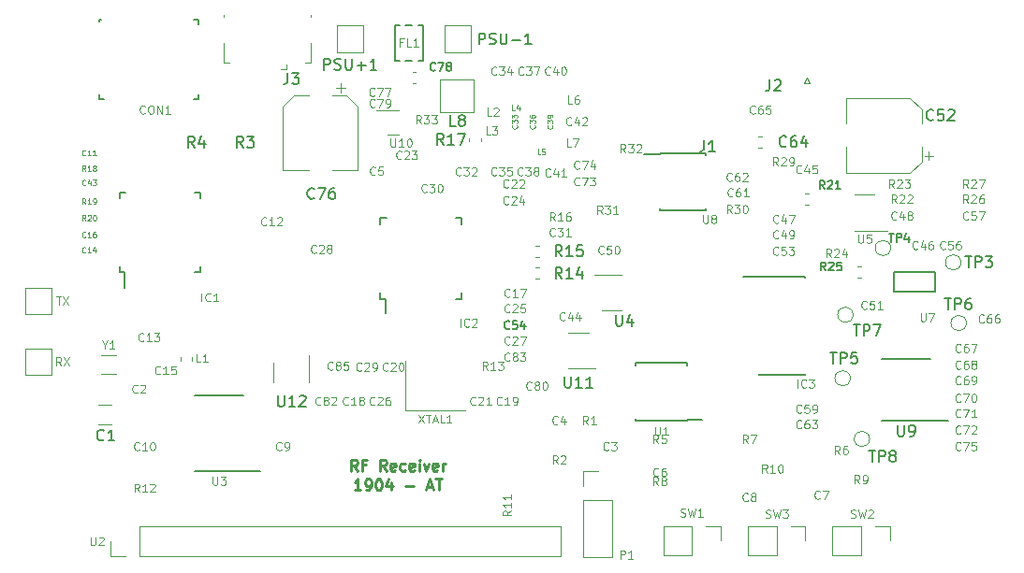
<source format=gto>
G04 #@! TF.GenerationSoftware,KiCad,Pcbnew,(5.0.0)*
G04 #@! TF.CreationDate,2019-01-26T18:48:23+01:00*
G04 #@! TF.ProjectId,rf-receiver,72662D72656365697665722E6B696361,rev?*
G04 #@! TF.SameCoordinates,Original*
G04 #@! TF.FileFunction,Legend,Top*
G04 #@! TF.FilePolarity,Positive*
%FSLAX46Y46*%
G04 Gerber Fmt 4.6, Leading zero omitted, Abs format (unit mm)*
G04 Created by KiCad (PCBNEW (5.0.0)) date 01/26/19 18:48:23*
%MOMM*%
%LPD*%
G01*
G04 APERTURE LIST*
%ADD10C,0.250000*%
%ADD11C,0.120000*%
%ADD12C,0.150000*%
%ADD13C,0.100000*%
%ADD14C,0.125000*%
G04 APERTURE END LIST*
D10*
X98857142Y-104377380D02*
X98523809Y-103901190D01*
X98285714Y-104377380D02*
X98285714Y-103377380D01*
X98666666Y-103377380D01*
X98761904Y-103425000D01*
X98809523Y-103472619D01*
X98857142Y-103567857D01*
X98857142Y-103710714D01*
X98809523Y-103805952D01*
X98761904Y-103853571D01*
X98666666Y-103901190D01*
X98285714Y-103901190D01*
X99619047Y-103853571D02*
X99285714Y-103853571D01*
X99285714Y-104377380D02*
X99285714Y-103377380D01*
X99761904Y-103377380D01*
X101476190Y-104377380D02*
X101142857Y-103901190D01*
X100904761Y-104377380D02*
X100904761Y-103377380D01*
X101285714Y-103377380D01*
X101380952Y-103425000D01*
X101428571Y-103472619D01*
X101476190Y-103567857D01*
X101476190Y-103710714D01*
X101428571Y-103805952D01*
X101380952Y-103853571D01*
X101285714Y-103901190D01*
X100904761Y-103901190D01*
X102285714Y-104329761D02*
X102190476Y-104377380D01*
X102000000Y-104377380D01*
X101904761Y-104329761D01*
X101857142Y-104234523D01*
X101857142Y-103853571D01*
X101904761Y-103758333D01*
X102000000Y-103710714D01*
X102190476Y-103710714D01*
X102285714Y-103758333D01*
X102333333Y-103853571D01*
X102333333Y-103948809D01*
X101857142Y-104044047D01*
X103190476Y-104329761D02*
X103095238Y-104377380D01*
X102904761Y-104377380D01*
X102809523Y-104329761D01*
X102761904Y-104282142D01*
X102714285Y-104186904D01*
X102714285Y-103901190D01*
X102761904Y-103805952D01*
X102809523Y-103758333D01*
X102904761Y-103710714D01*
X103095238Y-103710714D01*
X103190476Y-103758333D01*
X104000000Y-104329761D02*
X103904761Y-104377380D01*
X103714285Y-104377380D01*
X103619047Y-104329761D01*
X103571428Y-104234523D01*
X103571428Y-103853571D01*
X103619047Y-103758333D01*
X103714285Y-103710714D01*
X103904761Y-103710714D01*
X104000000Y-103758333D01*
X104047619Y-103853571D01*
X104047619Y-103948809D01*
X103571428Y-104044047D01*
X104476190Y-104377380D02*
X104476190Y-103710714D01*
X104476190Y-103377380D02*
X104428571Y-103425000D01*
X104476190Y-103472619D01*
X104523809Y-103425000D01*
X104476190Y-103377380D01*
X104476190Y-103472619D01*
X104857142Y-103710714D02*
X105095238Y-104377380D01*
X105333333Y-103710714D01*
X106095238Y-104329761D02*
X106000000Y-104377380D01*
X105809523Y-104377380D01*
X105714285Y-104329761D01*
X105666666Y-104234523D01*
X105666666Y-103853571D01*
X105714285Y-103758333D01*
X105809523Y-103710714D01*
X106000000Y-103710714D01*
X106095238Y-103758333D01*
X106142857Y-103853571D01*
X106142857Y-103948809D01*
X105666666Y-104044047D01*
X106571428Y-104377380D02*
X106571428Y-103710714D01*
X106571428Y-103901190D02*
X106619047Y-103805952D01*
X106666666Y-103758333D01*
X106761904Y-103710714D01*
X106857142Y-103710714D01*
X99166666Y-106127380D02*
X98595238Y-106127380D01*
X98880952Y-106127380D02*
X98880952Y-105127380D01*
X98785714Y-105270238D01*
X98690476Y-105365476D01*
X98595238Y-105413095D01*
X99642857Y-106127380D02*
X99833333Y-106127380D01*
X99928571Y-106079761D01*
X99976190Y-106032142D01*
X100071428Y-105889285D01*
X100119047Y-105698809D01*
X100119047Y-105317857D01*
X100071428Y-105222619D01*
X100023809Y-105175000D01*
X99928571Y-105127380D01*
X99738095Y-105127380D01*
X99642857Y-105175000D01*
X99595238Y-105222619D01*
X99547619Y-105317857D01*
X99547619Y-105555952D01*
X99595238Y-105651190D01*
X99642857Y-105698809D01*
X99738095Y-105746428D01*
X99928571Y-105746428D01*
X100023809Y-105698809D01*
X100071428Y-105651190D01*
X100119047Y-105555952D01*
X100738095Y-105127380D02*
X100833333Y-105127380D01*
X100928571Y-105175000D01*
X100976190Y-105222619D01*
X101023809Y-105317857D01*
X101071428Y-105508333D01*
X101071428Y-105746428D01*
X101023809Y-105936904D01*
X100976190Y-106032142D01*
X100928571Y-106079761D01*
X100833333Y-106127380D01*
X100738095Y-106127380D01*
X100642857Y-106079761D01*
X100595238Y-106032142D01*
X100547619Y-105936904D01*
X100500000Y-105746428D01*
X100500000Y-105508333D01*
X100547619Y-105317857D01*
X100595238Y-105222619D01*
X100642857Y-105175000D01*
X100738095Y-105127380D01*
X101928571Y-105460714D02*
X101928571Y-106127380D01*
X101690476Y-105079761D02*
X101452380Y-105794047D01*
X102071428Y-105794047D01*
X103214285Y-105746428D02*
X103976190Y-105746428D01*
X105166666Y-105841666D02*
X105642857Y-105841666D01*
X105071428Y-106127380D02*
X105404761Y-105127380D01*
X105738095Y-106127380D01*
X105928571Y-105127380D02*
X106500000Y-105127380D01*
X106214285Y-106127380D02*
X106214285Y-105127380D01*
D11*
G04 #@! TO.C,C64*
X135462779Y-74090000D02*
X135137221Y-74090000D01*
X135462779Y-75110000D02*
X135137221Y-75110000D01*
D12*
G04 #@! TO.C,U9*
X150700000Y-94275000D02*
X146300000Y-94275000D01*
X152275000Y-99800000D02*
X146300000Y-99800000D01*
D11*
G04 #@! TO.C,R17*
X110010000Y-74237221D02*
X110010000Y-74562779D01*
X108990000Y-74237221D02*
X108990000Y-74562779D01*
G04 #@! TO.C,R14*
X114937221Y-87010000D02*
X115262779Y-87010000D01*
X114937221Y-85990000D02*
X115262779Y-85990000D01*
G04 #@! TO.C,R25*
X144412779Y-86910000D02*
X144087221Y-86910000D01*
X144412779Y-85890000D02*
X144087221Y-85890000D01*
G04 #@! TO.C,R21*
X139337221Y-80310000D02*
X139662779Y-80310000D01*
X139337221Y-79290000D02*
X139662779Y-79290000D01*
G04 #@! TO.C,R15*
X114937221Y-83990000D02*
X115262779Y-83990000D01*
X114937221Y-85010000D02*
X115262779Y-85010000D01*
G04 #@! TO.C,C1*
X75397936Y-100210000D02*
X76602064Y-100210000D01*
X75397936Y-98390000D02*
X76602064Y-98390000D01*
G04 #@! TO.C,C78*
X104162779Y-69260000D02*
X103837221Y-69260000D01*
X104162779Y-68240000D02*
X103837221Y-68240000D01*
G04 #@! TO.C,C52*
X143090000Y-70590000D02*
X143090000Y-72940000D01*
X143090000Y-77410000D02*
X143090000Y-75060000D01*
X148845563Y-77410000D02*
X143090000Y-77410000D01*
X148845563Y-70590000D02*
X143090000Y-70590000D01*
X149910000Y-71654437D02*
X149910000Y-72940000D01*
X149910000Y-76345563D02*
X149910000Y-75060000D01*
X149910000Y-76345563D02*
X148845563Y-77410000D01*
X149910000Y-71654437D02*
X148845563Y-70590000D01*
X150937500Y-75847500D02*
X150150000Y-75847500D01*
X150543750Y-76241250D02*
X150543750Y-75453750D01*
G04 #@! TO.C,C76*
X92090000Y-77160000D02*
X94440000Y-77160000D01*
X98910000Y-77160000D02*
X96560000Y-77160000D01*
X98910000Y-71404437D02*
X98910000Y-77160000D01*
X92090000Y-71404437D02*
X92090000Y-77160000D01*
X93154437Y-70340000D02*
X94440000Y-70340000D01*
X97845563Y-70340000D02*
X96560000Y-70340000D01*
X97845563Y-70340000D02*
X98910000Y-71404437D01*
X93154437Y-70340000D02*
X92090000Y-71404437D01*
X97347500Y-69312500D02*
X97347500Y-70100000D01*
X97741250Y-69706250D02*
X96953750Y-69706250D01*
G04 #@! TO.C,J3*
X94600000Y-67450000D02*
X94150000Y-67450000D01*
X94600000Y-65600000D02*
X94600000Y-67450000D01*
X86800000Y-63050000D02*
X86800000Y-63300000D01*
X94600000Y-63050000D02*
X94600000Y-63300000D01*
X86800000Y-65600000D02*
X86800000Y-67450000D01*
X86800000Y-67450000D02*
X87250000Y-67450000D01*
X92400000Y-68000000D02*
X91950000Y-68000000D01*
X92400000Y-68000000D02*
X92400000Y-67550000D01*
G04 #@! TO.C,J2*
X139750000Y-69260000D02*
X139500000Y-68760000D01*
X139250000Y-69260000D02*
X139750000Y-69260000D01*
X139500000Y-68760000D02*
X139250000Y-69260000D01*
D13*
G04 #@! TO.C,L8*
X109350000Y-71900000D02*
X106350000Y-71900000D01*
X106350000Y-71900000D02*
X106350000Y-68900000D01*
X106350000Y-68900000D02*
X109350000Y-68900000D01*
X109350000Y-68900000D02*
X109350000Y-71900000D01*
D11*
G04 #@! TO.C,TP5*
X143450000Y-96000000D02*
G75*
G03X143450000Y-96000000I-700000J0D01*
G01*
G04 #@! TO.C,TP8*
X145200000Y-101500000D02*
G75*
G03X145200000Y-101500000I-700000J0D01*
G01*
G04 #@! TO.C,TP6*
X153950000Y-91000000D02*
G75*
G03X153950000Y-91000000I-700000J0D01*
G01*
G04 #@! TO.C,TP3*
X153450000Y-85500000D02*
G75*
G03X153450000Y-85500000I-700000J0D01*
G01*
G04 #@! TO.C,TP7*
X143700000Y-90250000D02*
G75*
G03X143700000Y-90250000I-700000J0D01*
G01*
G04 #@! TO.C,TP4*
X147100000Y-84200000D02*
G75*
G03X147100000Y-84200000I-700000J0D01*
G01*
G04 #@! TO.C,U4*
X120950000Y-89860000D02*
X122750000Y-89860000D01*
X122750000Y-86640000D02*
X120300000Y-86640000D01*
G04 #@! TO.C,U11*
X119750000Y-91890000D02*
X117950000Y-91890000D01*
X117950000Y-95110000D02*
X120400000Y-95110000D01*
G04 #@! TO.C,U12*
X94460000Y-96400000D02*
X94460000Y-93950000D01*
X91240000Y-94600000D02*
X91240000Y-96400000D01*
D12*
G04 #@! TO.C,CON1*
X75936000Y-70701800D02*
X75504200Y-70701800D01*
X75504200Y-70701800D02*
X75504200Y-70270000D01*
X75682000Y-63500000D02*
X75500000Y-63500000D01*
X75504200Y-63513600D02*
X75504200Y-63666000D01*
X84064000Y-63500000D02*
X84500000Y-63500000D01*
X84500000Y-63500000D02*
X84500000Y-63920000D01*
X84064000Y-70701800D02*
X84500000Y-70701800D01*
X84500000Y-70701800D02*
X84500000Y-70270000D01*
D11*
G04 #@! TO.C,PSU-1*
X106750000Y-64050000D02*
X109150000Y-64050000D01*
X106750000Y-66450000D02*
X106750000Y-64050000D01*
X109150000Y-66450000D02*
X106750000Y-66450000D01*
X109150000Y-64050000D02*
X109150000Y-66450000D01*
G04 #@! TO.C,PSU+1*
X99400000Y-64050000D02*
X99400000Y-66450000D01*
X99400000Y-66450000D02*
X97000000Y-66450000D01*
X97000000Y-66450000D02*
X97000000Y-64050000D01*
X97000000Y-64050000D02*
X99400000Y-64050000D01*
D12*
G04 #@! TO.C,U3*
X88575000Y-97550000D02*
X84125000Y-97550000D01*
X90100000Y-104450000D02*
X84125000Y-104450000D01*
D11*
G04 #@! TO.C,U2*
X117280000Y-112080000D02*
X117280000Y-109420000D01*
X79120000Y-112080000D02*
X117280000Y-112080000D01*
X79120000Y-109420000D02*
X117280000Y-109420000D01*
X79120000Y-112080000D02*
X79120000Y-109420000D01*
X77850000Y-112080000D02*
X76520000Y-112080000D01*
X76520000Y-112080000D02*
X76520000Y-110750000D01*
D12*
G04 #@! TO.C,U8*
X126225000Y-75625000D02*
X126225000Y-75675000D01*
X130375000Y-75625000D02*
X130375000Y-75770000D01*
X130375000Y-80775000D02*
X130375000Y-80630000D01*
X126225000Y-80775000D02*
X126225000Y-80630000D01*
X126225000Y-75625000D02*
X130375000Y-75625000D01*
X126225000Y-80775000D02*
X130375000Y-80775000D01*
X126225000Y-75675000D02*
X124825000Y-75675000D01*
G04 #@! TO.C,U1*
X128675000Y-99875000D02*
X128675000Y-99750000D01*
X124025000Y-99875000D02*
X124025000Y-99650000D01*
X124025000Y-94625000D02*
X124025000Y-94850000D01*
X128675000Y-94625000D02*
X128675000Y-94850000D01*
X128675000Y-99875000D02*
X124025000Y-99875000D01*
X128675000Y-94625000D02*
X124025000Y-94625000D01*
X128675000Y-99750000D02*
X130025000Y-99750000D01*
D11*
G04 #@! TO.C,U5*
X145650000Y-79390000D02*
X143850000Y-79390000D01*
X143850000Y-82610000D02*
X146800000Y-82610000D01*
G04 #@! TO.C,L1*
X82840000Y-94412779D02*
X82840000Y-94087221D01*
X83860000Y-94412779D02*
X83860000Y-94087221D01*
G04 #@! TO.C,SW2*
X141830000Y-109370000D02*
X141830000Y-112030000D01*
X144430000Y-109370000D02*
X141830000Y-109370000D01*
X144430000Y-112030000D02*
X141830000Y-112030000D01*
X144430000Y-109370000D02*
X144430000Y-112030000D01*
X145700000Y-109370000D02*
X147030000Y-109370000D01*
X147030000Y-109370000D02*
X147030000Y-110700000D01*
G04 #@! TO.C,SW3*
X139380000Y-109370000D02*
X139380000Y-110700000D01*
X138050000Y-109370000D02*
X139380000Y-109370000D01*
X136780000Y-109370000D02*
X136780000Y-112030000D01*
X136780000Y-112030000D02*
X134180000Y-112030000D01*
X136780000Y-109370000D02*
X134180000Y-109370000D01*
X134180000Y-109370000D02*
X134180000Y-112030000D01*
G04 #@! TO.C,SW1*
X126530000Y-109370000D02*
X126530000Y-112030000D01*
X129130000Y-109370000D02*
X126530000Y-109370000D01*
X129130000Y-112030000D02*
X126530000Y-112030000D01*
X129130000Y-109370000D02*
X129130000Y-112030000D01*
X130400000Y-109370000D02*
X131730000Y-109370000D01*
X131730000Y-109370000D02*
X131730000Y-110700000D01*
G04 #@! TO.C,P1*
X119270000Y-112160000D02*
X121930000Y-112160000D01*
X119270000Y-107020000D02*
X119270000Y-112160000D01*
X121930000Y-107020000D02*
X121930000Y-112160000D01*
X119270000Y-107020000D02*
X121930000Y-107020000D01*
X119270000Y-105750000D02*
X119270000Y-104420000D01*
X119270000Y-104420000D02*
X120600000Y-104420000D01*
G04 #@! TO.C,Y1*
X77025000Y-93875000D02*
X75675000Y-93875000D01*
X77025000Y-95625000D02*
X75675000Y-95625000D01*
G04 #@! TO.C,XTAL1*
X103200000Y-94400000D02*
X103200000Y-98900000D01*
X103200000Y-98900000D02*
X108600000Y-98900000D01*
D12*
G04 #@! TO.C,IC2*
X100930001Y-88819999D02*
X101380001Y-88819999D01*
X100930001Y-81469999D02*
X101480001Y-81469999D01*
X108280001Y-81469999D02*
X107730001Y-81469999D01*
X108280001Y-88819999D02*
X107730001Y-88819999D01*
X100930001Y-88819999D02*
X100930001Y-88269999D01*
X108280001Y-88819999D02*
X108280001Y-88269999D01*
X108280001Y-81469999D02*
X108280001Y-82019999D01*
X100930001Y-81469999D02*
X100930001Y-82019999D01*
X101380001Y-88819999D02*
X101380001Y-90094999D01*
G04 #@! TO.C,IC1*
X77380001Y-86400001D02*
X77805001Y-86400001D01*
X77380001Y-79150001D02*
X77905001Y-79150001D01*
X84630001Y-79150001D02*
X84105001Y-79150001D01*
X84630001Y-86400001D02*
X84105001Y-86400001D01*
X77380001Y-86400001D02*
X77380001Y-85875001D01*
X84630001Y-86400001D02*
X84630001Y-85875001D01*
X84630001Y-79150001D02*
X84630001Y-79675001D01*
X77380001Y-79150001D02*
X77380001Y-79675001D01*
X77805001Y-86400001D02*
X77805001Y-87775001D01*
G04 #@! TO.C,IC3*
X135175000Y-86800000D02*
X135175000Y-86825000D01*
X139325000Y-86800000D02*
X139325000Y-86915000D01*
X139325000Y-95700000D02*
X139325000Y-95585000D01*
X135175000Y-95700000D02*
X135175000Y-95585000D01*
X135175000Y-86800000D02*
X139325000Y-86800000D01*
X135175000Y-95700000D02*
X139325000Y-95700000D01*
X135175000Y-86825000D02*
X133800000Y-86825000D01*
D11*
G04 #@! TO.C,U10*
X102600000Y-73970000D02*
X101600000Y-73970000D01*
X100600000Y-71730000D02*
X102600000Y-71730000D01*
G04 #@! TO.C,RX*
X68800000Y-93300000D02*
X71200000Y-93300000D01*
X68800000Y-95700000D02*
X68800000Y-93300000D01*
X71200000Y-95700000D02*
X68800000Y-95700000D01*
X71200000Y-93300000D02*
X71200000Y-95700000D01*
G04 #@! TO.C,TX*
X68800000Y-87800000D02*
X71200000Y-87800000D01*
X68800000Y-90200000D02*
X68800000Y-87800000D01*
X71200000Y-90200000D02*
X68800000Y-90200000D01*
X71200000Y-87800000D02*
X71200000Y-90200000D01*
D12*
G04 #@! TO.C,FL1*
X102275000Y-64000000D02*
X102275000Y-67200000D01*
X102275000Y-67200000D02*
X102675000Y-67200000D01*
X102275000Y-64000000D02*
X102675000Y-64000000D01*
X103225000Y-64000000D02*
X103825000Y-64000000D01*
X104375000Y-64000000D02*
X104775000Y-64000000D01*
X104775000Y-64000000D02*
X104775000Y-67200000D01*
X104775000Y-67200000D02*
X104375000Y-67200000D01*
X103225000Y-67200000D02*
X103825000Y-67200000D01*
G04 #@! TO.C,U7*
X147350000Y-86350000D02*
X147350000Y-88150000D01*
X151150000Y-86350000D02*
X147350000Y-86350000D01*
X151150000Y-88150000D02*
X151150000Y-86350000D01*
X147350000Y-88150000D02*
X151150000Y-88150000D01*
G04 #@! TO.C,J1*
X130216666Y-74452380D02*
X130216666Y-75166666D01*
X130169047Y-75309523D01*
X130073809Y-75404761D01*
X129930952Y-75452380D01*
X129835714Y-75452380D01*
X131216666Y-75452380D02*
X130645238Y-75452380D01*
X130930952Y-75452380D02*
X130930952Y-74452380D01*
X130835714Y-74595238D01*
X130740476Y-74690476D01*
X130645238Y-74738095D01*
G04 #@! TO.C,C64*
X137657142Y-74957142D02*
X137609523Y-75004761D01*
X137466666Y-75052380D01*
X137371428Y-75052380D01*
X137228571Y-75004761D01*
X137133333Y-74909523D01*
X137085714Y-74814285D01*
X137038095Y-74623809D01*
X137038095Y-74480952D01*
X137085714Y-74290476D01*
X137133333Y-74195238D01*
X137228571Y-74100000D01*
X137371428Y-74052380D01*
X137466666Y-74052380D01*
X137609523Y-74100000D01*
X137657142Y-74147619D01*
X138514285Y-74052380D02*
X138323809Y-74052380D01*
X138228571Y-74100000D01*
X138180952Y-74147619D01*
X138085714Y-74290476D01*
X138038095Y-74480952D01*
X138038095Y-74861904D01*
X138085714Y-74957142D01*
X138133333Y-75004761D01*
X138228571Y-75052380D01*
X138419047Y-75052380D01*
X138514285Y-75004761D01*
X138561904Y-74957142D01*
X138609523Y-74861904D01*
X138609523Y-74623809D01*
X138561904Y-74528571D01*
X138514285Y-74480952D01*
X138419047Y-74433333D01*
X138228571Y-74433333D01*
X138133333Y-74480952D01*
X138085714Y-74528571D01*
X138038095Y-74623809D01*
X139466666Y-74385714D02*
X139466666Y-75052380D01*
X139228571Y-74004761D02*
X138990476Y-74719047D01*
X139609523Y-74719047D01*
G04 #@! TO.C,U9*
X147738095Y-100252380D02*
X147738095Y-101061904D01*
X147785714Y-101157142D01*
X147833333Y-101204761D01*
X147928571Y-101252380D01*
X148119047Y-101252380D01*
X148214285Y-101204761D01*
X148261904Y-101157142D01*
X148309523Y-101061904D01*
X148309523Y-100252380D01*
X148833333Y-101252380D02*
X149023809Y-101252380D01*
X149119047Y-101204761D01*
X149166666Y-101157142D01*
X149261904Y-101014285D01*
X149309523Y-100823809D01*
X149309523Y-100442857D01*
X149261904Y-100347619D01*
X149214285Y-100300000D01*
X149119047Y-100252380D01*
X148928571Y-100252380D01*
X148833333Y-100300000D01*
X148785714Y-100347619D01*
X148738095Y-100442857D01*
X148738095Y-100680952D01*
X148785714Y-100776190D01*
X148833333Y-100823809D01*
X148928571Y-100871428D01*
X149119047Y-100871428D01*
X149214285Y-100823809D01*
X149261904Y-100776190D01*
X149309523Y-100680952D01*
G04 #@! TO.C,R17*
X106657142Y-74852380D02*
X106323809Y-74376190D01*
X106085714Y-74852380D02*
X106085714Y-73852380D01*
X106466666Y-73852380D01*
X106561904Y-73900000D01*
X106609523Y-73947619D01*
X106657142Y-74042857D01*
X106657142Y-74185714D01*
X106609523Y-74280952D01*
X106561904Y-74328571D01*
X106466666Y-74376190D01*
X106085714Y-74376190D01*
X107609523Y-74852380D02*
X107038095Y-74852380D01*
X107323809Y-74852380D02*
X107323809Y-73852380D01*
X107228571Y-73995238D01*
X107133333Y-74090476D01*
X107038095Y-74138095D01*
X107942857Y-73852380D02*
X108609523Y-73852380D01*
X108180952Y-74852380D01*
G04 #@! TO.C,R14*
X117357142Y-86952380D02*
X117023809Y-86476190D01*
X116785714Y-86952380D02*
X116785714Y-85952380D01*
X117166666Y-85952380D01*
X117261904Y-86000000D01*
X117309523Y-86047619D01*
X117357142Y-86142857D01*
X117357142Y-86285714D01*
X117309523Y-86380952D01*
X117261904Y-86428571D01*
X117166666Y-86476190D01*
X116785714Y-86476190D01*
X118309523Y-86952380D02*
X117738095Y-86952380D01*
X118023809Y-86952380D02*
X118023809Y-85952380D01*
X117928571Y-86095238D01*
X117833333Y-86190476D01*
X117738095Y-86238095D01*
X119166666Y-86285714D02*
X119166666Y-86952380D01*
X118928571Y-85904761D02*
X118690476Y-86619047D01*
X119309523Y-86619047D01*
G04 #@! TO.C,R25*
X141217857Y-86239285D02*
X140967857Y-85882142D01*
X140789285Y-86239285D02*
X140789285Y-85489285D01*
X141075000Y-85489285D01*
X141146428Y-85525000D01*
X141182142Y-85560714D01*
X141217857Y-85632142D01*
X141217857Y-85739285D01*
X141182142Y-85810714D01*
X141146428Y-85846428D01*
X141075000Y-85882142D01*
X140789285Y-85882142D01*
X141503571Y-85560714D02*
X141539285Y-85525000D01*
X141610714Y-85489285D01*
X141789285Y-85489285D01*
X141860714Y-85525000D01*
X141896428Y-85560714D01*
X141932142Y-85632142D01*
X141932142Y-85703571D01*
X141896428Y-85810714D01*
X141467857Y-86239285D01*
X141932142Y-86239285D01*
X142610714Y-85489285D02*
X142253571Y-85489285D01*
X142217857Y-85846428D01*
X142253571Y-85810714D01*
X142325000Y-85775000D01*
X142503571Y-85775000D01*
X142575000Y-85810714D01*
X142610714Y-85846428D01*
X142646428Y-85917857D01*
X142646428Y-86096428D01*
X142610714Y-86167857D01*
X142575000Y-86203571D01*
X142503571Y-86239285D01*
X142325000Y-86239285D01*
X142253571Y-86203571D01*
X142217857Y-86167857D01*
G04 #@! TO.C,R21*
X141117857Y-78839285D02*
X140867857Y-78482142D01*
X140689285Y-78839285D02*
X140689285Y-78089285D01*
X140975000Y-78089285D01*
X141046428Y-78125000D01*
X141082142Y-78160714D01*
X141117857Y-78232142D01*
X141117857Y-78339285D01*
X141082142Y-78410714D01*
X141046428Y-78446428D01*
X140975000Y-78482142D01*
X140689285Y-78482142D01*
X141403571Y-78160714D02*
X141439285Y-78125000D01*
X141510714Y-78089285D01*
X141689285Y-78089285D01*
X141760714Y-78125000D01*
X141796428Y-78160714D01*
X141832142Y-78232142D01*
X141832142Y-78303571D01*
X141796428Y-78410714D01*
X141367857Y-78839285D01*
X141832142Y-78839285D01*
X142546428Y-78839285D02*
X142117857Y-78839285D01*
X142332142Y-78839285D02*
X142332142Y-78089285D01*
X142260714Y-78196428D01*
X142189285Y-78267857D01*
X142117857Y-78303571D01*
G04 #@! TO.C,R15*
X117357142Y-84952380D02*
X117023809Y-84476190D01*
X116785714Y-84952380D02*
X116785714Y-83952380D01*
X117166666Y-83952380D01*
X117261904Y-84000000D01*
X117309523Y-84047619D01*
X117357142Y-84142857D01*
X117357142Y-84285714D01*
X117309523Y-84380952D01*
X117261904Y-84428571D01*
X117166666Y-84476190D01*
X116785714Y-84476190D01*
X118309523Y-84952380D02*
X117738095Y-84952380D01*
X118023809Y-84952380D02*
X118023809Y-83952380D01*
X117928571Y-84095238D01*
X117833333Y-84190476D01*
X117738095Y-84238095D01*
X119214285Y-83952380D02*
X118738095Y-83952380D01*
X118690476Y-84428571D01*
X118738095Y-84380952D01*
X118833333Y-84333333D01*
X119071428Y-84333333D01*
X119166666Y-84380952D01*
X119214285Y-84428571D01*
X119261904Y-84523809D01*
X119261904Y-84761904D01*
X119214285Y-84857142D01*
X119166666Y-84904761D01*
X119071428Y-84952380D01*
X118833333Y-84952380D01*
X118738095Y-84904761D01*
X118690476Y-84857142D01*
G04 #@! TO.C,C1*
X75933333Y-101557142D02*
X75885714Y-101604761D01*
X75742857Y-101652380D01*
X75647619Y-101652380D01*
X75504761Y-101604761D01*
X75409523Y-101509523D01*
X75361904Y-101414285D01*
X75314285Y-101223809D01*
X75314285Y-101080952D01*
X75361904Y-100890476D01*
X75409523Y-100795238D01*
X75504761Y-100700000D01*
X75647619Y-100652380D01*
X75742857Y-100652380D01*
X75885714Y-100700000D01*
X75933333Y-100747619D01*
X76885714Y-101652380D02*
X76314285Y-101652380D01*
X76600000Y-101652380D02*
X76600000Y-100652380D01*
X76504761Y-100795238D01*
X76409523Y-100890476D01*
X76314285Y-100938095D01*
G04 #@! TO.C,C78*
X105917857Y-68067857D02*
X105882142Y-68103571D01*
X105775000Y-68139285D01*
X105703571Y-68139285D01*
X105596428Y-68103571D01*
X105525000Y-68032142D01*
X105489285Y-67960714D01*
X105453571Y-67817857D01*
X105453571Y-67710714D01*
X105489285Y-67567857D01*
X105525000Y-67496428D01*
X105596428Y-67425000D01*
X105703571Y-67389285D01*
X105775000Y-67389285D01*
X105882142Y-67425000D01*
X105917857Y-67460714D01*
X106167857Y-67389285D02*
X106667857Y-67389285D01*
X106346428Y-68139285D01*
X107060714Y-67710714D02*
X106989285Y-67675000D01*
X106953571Y-67639285D01*
X106917857Y-67567857D01*
X106917857Y-67532142D01*
X106953571Y-67460714D01*
X106989285Y-67425000D01*
X107060714Y-67389285D01*
X107203571Y-67389285D01*
X107275000Y-67425000D01*
X107310714Y-67460714D01*
X107346428Y-67532142D01*
X107346428Y-67567857D01*
X107310714Y-67639285D01*
X107275000Y-67675000D01*
X107203571Y-67710714D01*
X107060714Y-67710714D01*
X106989285Y-67746428D01*
X106953571Y-67782142D01*
X106917857Y-67853571D01*
X106917857Y-67996428D01*
X106953571Y-68067857D01*
X106989285Y-68103571D01*
X107060714Y-68139285D01*
X107203571Y-68139285D01*
X107275000Y-68103571D01*
X107310714Y-68067857D01*
X107346428Y-67996428D01*
X107346428Y-67853571D01*
X107310714Y-67782142D01*
X107275000Y-67746428D01*
X107203571Y-67710714D01*
G04 #@! TO.C,C79*
D14*
X100417857Y-71367857D02*
X100382142Y-71403571D01*
X100275000Y-71439285D01*
X100203571Y-71439285D01*
X100096428Y-71403571D01*
X100025000Y-71332142D01*
X99989285Y-71260714D01*
X99953571Y-71117857D01*
X99953571Y-71010714D01*
X99989285Y-70867857D01*
X100025000Y-70796428D01*
X100096428Y-70725000D01*
X100203571Y-70689285D01*
X100275000Y-70689285D01*
X100382142Y-70725000D01*
X100417857Y-70760714D01*
X100667857Y-70689285D02*
X101167857Y-70689285D01*
X100846428Y-71439285D01*
X101489285Y-71439285D02*
X101632142Y-71439285D01*
X101703571Y-71403571D01*
X101739285Y-71367857D01*
X101810714Y-71260714D01*
X101846428Y-71117857D01*
X101846428Y-70832142D01*
X101810714Y-70760714D01*
X101775000Y-70725000D01*
X101703571Y-70689285D01*
X101560714Y-70689285D01*
X101489285Y-70725000D01*
X101453571Y-70760714D01*
X101417857Y-70832142D01*
X101417857Y-71010714D01*
X101453571Y-71082142D01*
X101489285Y-71117857D01*
X101560714Y-71153571D01*
X101703571Y-71153571D01*
X101775000Y-71117857D01*
X101810714Y-71082142D01*
X101846428Y-71010714D01*
G04 #@! TO.C,C52*
D12*
X150957142Y-72557142D02*
X150909523Y-72604761D01*
X150766666Y-72652380D01*
X150671428Y-72652380D01*
X150528571Y-72604761D01*
X150433333Y-72509523D01*
X150385714Y-72414285D01*
X150338095Y-72223809D01*
X150338095Y-72080952D01*
X150385714Y-71890476D01*
X150433333Y-71795238D01*
X150528571Y-71700000D01*
X150671428Y-71652380D01*
X150766666Y-71652380D01*
X150909523Y-71700000D01*
X150957142Y-71747619D01*
X151861904Y-71652380D02*
X151385714Y-71652380D01*
X151338095Y-72128571D01*
X151385714Y-72080952D01*
X151480952Y-72033333D01*
X151719047Y-72033333D01*
X151814285Y-72080952D01*
X151861904Y-72128571D01*
X151909523Y-72223809D01*
X151909523Y-72461904D01*
X151861904Y-72557142D01*
X151814285Y-72604761D01*
X151719047Y-72652380D01*
X151480952Y-72652380D01*
X151385714Y-72604761D01*
X151338095Y-72557142D01*
X152290476Y-71747619D02*
X152338095Y-71700000D01*
X152433333Y-71652380D01*
X152671428Y-71652380D01*
X152766666Y-71700000D01*
X152814285Y-71747619D01*
X152861904Y-71842857D01*
X152861904Y-71938095D01*
X152814285Y-72080952D01*
X152242857Y-72652380D01*
X152861904Y-72652380D01*
G04 #@! TO.C,C76*
X94957142Y-79657142D02*
X94909523Y-79704761D01*
X94766666Y-79752380D01*
X94671428Y-79752380D01*
X94528571Y-79704761D01*
X94433333Y-79609523D01*
X94385714Y-79514285D01*
X94338095Y-79323809D01*
X94338095Y-79180952D01*
X94385714Y-78990476D01*
X94433333Y-78895238D01*
X94528571Y-78800000D01*
X94671428Y-78752380D01*
X94766666Y-78752380D01*
X94909523Y-78800000D01*
X94957142Y-78847619D01*
X95290476Y-78752380D02*
X95957142Y-78752380D01*
X95528571Y-79752380D01*
X96766666Y-78752380D02*
X96576190Y-78752380D01*
X96480952Y-78800000D01*
X96433333Y-78847619D01*
X96338095Y-78990476D01*
X96290476Y-79180952D01*
X96290476Y-79561904D01*
X96338095Y-79657142D01*
X96385714Y-79704761D01*
X96480952Y-79752380D01*
X96671428Y-79752380D01*
X96766666Y-79704761D01*
X96814285Y-79657142D01*
X96861904Y-79561904D01*
X96861904Y-79323809D01*
X96814285Y-79228571D01*
X96766666Y-79180952D01*
X96671428Y-79133333D01*
X96480952Y-79133333D01*
X96385714Y-79180952D01*
X96338095Y-79228571D01*
X96290476Y-79323809D01*
G04 #@! TO.C,J3*
X92566666Y-68352380D02*
X92566666Y-69066666D01*
X92519047Y-69209523D01*
X92423809Y-69304761D01*
X92280952Y-69352380D01*
X92185714Y-69352380D01*
X92947619Y-68352380D02*
X93566666Y-68352380D01*
X93233333Y-68733333D01*
X93376190Y-68733333D01*
X93471428Y-68780952D01*
X93519047Y-68828571D01*
X93566666Y-68923809D01*
X93566666Y-69161904D01*
X93519047Y-69257142D01*
X93471428Y-69304761D01*
X93376190Y-69352380D01*
X93090476Y-69352380D01*
X92995238Y-69304761D01*
X92947619Y-69257142D01*
G04 #@! TO.C,R3*
X88533333Y-75087379D02*
X88200000Y-74611189D01*
X87961904Y-75087379D02*
X87961904Y-74087379D01*
X88342857Y-74087379D01*
X88438095Y-74134999D01*
X88485714Y-74182618D01*
X88533333Y-74277856D01*
X88533333Y-74420713D01*
X88485714Y-74515951D01*
X88438095Y-74563570D01*
X88342857Y-74611189D01*
X87961904Y-74611189D01*
X88866666Y-74087379D02*
X89485714Y-74087379D01*
X89152380Y-74468332D01*
X89295238Y-74468332D01*
X89390476Y-74515951D01*
X89438095Y-74563570D01*
X89485714Y-74658808D01*
X89485714Y-74896903D01*
X89438095Y-74992141D01*
X89390476Y-75039760D01*
X89295238Y-75087379D01*
X89009523Y-75087379D01*
X88914285Y-75039760D01*
X88866666Y-74992141D01*
G04 #@! TO.C,R4*
X84133333Y-75087379D02*
X83800000Y-74611189D01*
X83561904Y-75087379D02*
X83561904Y-74087379D01*
X83942857Y-74087379D01*
X84038095Y-74134999D01*
X84085714Y-74182618D01*
X84133333Y-74277856D01*
X84133333Y-74420713D01*
X84085714Y-74515951D01*
X84038095Y-74563570D01*
X83942857Y-74611189D01*
X83561904Y-74611189D01*
X84990476Y-74420713D02*
X84990476Y-75087379D01*
X84752380Y-74039760D02*
X84514285Y-74754046D01*
X85133333Y-74754046D01*
G04 #@! TO.C,J2*
X136166666Y-68962380D02*
X136166666Y-69676666D01*
X136119047Y-69819523D01*
X136023809Y-69914761D01*
X135880952Y-69962380D01*
X135785714Y-69962380D01*
X136595238Y-69057619D02*
X136642857Y-69010000D01*
X136738095Y-68962380D01*
X136976190Y-68962380D01*
X137071428Y-69010000D01*
X137119047Y-69057619D01*
X137166666Y-69152857D01*
X137166666Y-69248095D01*
X137119047Y-69390952D01*
X136547619Y-69962380D01*
X137166666Y-69962380D01*
G04 #@! TO.C,L8*
X107733333Y-73152380D02*
X107257142Y-73152380D01*
X107257142Y-72152380D01*
X108209523Y-72580952D02*
X108114285Y-72533333D01*
X108066666Y-72485714D01*
X108019047Y-72390476D01*
X108019047Y-72342857D01*
X108066666Y-72247619D01*
X108114285Y-72200000D01*
X108209523Y-72152380D01*
X108400000Y-72152380D01*
X108495238Y-72200000D01*
X108542857Y-72247619D01*
X108590476Y-72342857D01*
X108590476Y-72390476D01*
X108542857Y-72485714D01*
X108495238Y-72533333D01*
X108400000Y-72580952D01*
X108209523Y-72580952D01*
X108114285Y-72628571D01*
X108066666Y-72676190D01*
X108019047Y-72771428D01*
X108019047Y-72961904D01*
X108066666Y-73057142D01*
X108114285Y-73104761D01*
X108209523Y-73152380D01*
X108400000Y-73152380D01*
X108495238Y-73104761D01*
X108542857Y-73057142D01*
X108590476Y-72961904D01*
X108590476Y-72771428D01*
X108542857Y-72676190D01*
X108495238Y-72628571D01*
X108400000Y-72580952D01*
G04 #@! TO.C,TP5*
X141638095Y-93652380D02*
X142209523Y-93652380D01*
X141923809Y-94652380D02*
X141923809Y-93652380D01*
X142542857Y-94652380D02*
X142542857Y-93652380D01*
X142923809Y-93652380D01*
X143019047Y-93700000D01*
X143066666Y-93747619D01*
X143114285Y-93842857D01*
X143114285Y-93985714D01*
X143066666Y-94080952D01*
X143019047Y-94128571D01*
X142923809Y-94176190D01*
X142542857Y-94176190D01*
X144019047Y-93652380D02*
X143542857Y-93652380D01*
X143495238Y-94128571D01*
X143542857Y-94080952D01*
X143638095Y-94033333D01*
X143876190Y-94033333D01*
X143971428Y-94080952D01*
X144019047Y-94128571D01*
X144066666Y-94223809D01*
X144066666Y-94461904D01*
X144019047Y-94557142D01*
X143971428Y-94604761D01*
X143876190Y-94652380D01*
X143638095Y-94652380D01*
X143542857Y-94604761D01*
X143495238Y-94557142D01*
G04 #@! TO.C,TP8*
X145138095Y-102552380D02*
X145709523Y-102552380D01*
X145423809Y-103552380D02*
X145423809Y-102552380D01*
X146042857Y-103552380D02*
X146042857Y-102552380D01*
X146423809Y-102552380D01*
X146519047Y-102600000D01*
X146566666Y-102647619D01*
X146614285Y-102742857D01*
X146614285Y-102885714D01*
X146566666Y-102980952D01*
X146519047Y-103028571D01*
X146423809Y-103076190D01*
X146042857Y-103076190D01*
X147185714Y-102980952D02*
X147090476Y-102933333D01*
X147042857Y-102885714D01*
X146995238Y-102790476D01*
X146995238Y-102742857D01*
X147042857Y-102647619D01*
X147090476Y-102600000D01*
X147185714Y-102552380D01*
X147376190Y-102552380D01*
X147471428Y-102600000D01*
X147519047Y-102647619D01*
X147566666Y-102742857D01*
X147566666Y-102790476D01*
X147519047Y-102885714D01*
X147471428Y-102933333D01*
X147376190Y-102980952D01*
X147185714Y-102980952D01*
X147090476Y-103028571D01*
X147042857Y-103076190D01*
X146995238Y-103171428D01*
X146995238Y-103361904D01*
X147042857Y-103457142D01*
X147090476Y-103504761D01*
X147185714Y-103552380D01*
X147376190Y-103552380D01*
X147471428Y-103504761D01*
X147519047Y-103457142D01*
X147566666Y-103361904D01*
X147566666Y-103171428D01*
X147519047Y-103076190D01*
X147471428Y-103028571D01*
X147376190Y-102980952D01*
G04 #@! TO.C,TP6*
X151988095Y-88752380D02*
X152559523Y-88752380D01*
X152273809Y-89752380D02*
X152273809Y-88752380D01*
X152892857Y-89752380D02*
X152892857Y-88752380D01*
X153273809Y-88752380D01*
X153369047Y-88800000D01*
X153416666Y-88847619D01*
X153464285Y-88942857D01*
X153464285Y-89085714D01*
X153416666Y-89180952D01*
X153369047Y-89228571D01*
X153273809Y-89276190D01*
X152892857Y-89276190D01*
X154321428Y-88752380D02*
X154130952Y-88752380D01*
X154035714Y-88800000D01*
X153988095Y-88847619D01*
X153892857Y-88990476D01*
X153845238Y-89180952D01*
X153845238Y-89561904D01*
X153892857Y-89657142D01*
X153940476Y-89704761D01*
X154035714Y-89752380D01*
X154226190Y-89752380D01*
X154321428Y-89704761D01*
X154369047Y-89657142D01*
X154416666Y-89561904D01*
X154416666Y-89323809D01*
X154369047Y-89228571D01*
X154321428Y-89180952D01*
X154226190Y-89133333D01*
X154035714Y-89133333D01*
X153940476Y-89180952D01*
X153892857Y-89228571D01*
X153845238Y-89323809D01*
G04 #@! TO.C,TP3*
X153838095Y-84952380D02*
X154409523Y-84952380D01*
X154123809Y-85952380D02*
X154123809Y-84952380D01*
X154742857Y-85952380D02*
X154742857Y-84952380D01*
X155123809Y-84952380D01*
X155219047Y-85000000D01*
X155266666Y-85047619D01*
X155314285Y-85142857D01*
X155314285Y-85285714D01*
X155266666Y-85380952D01*
X155219047Y-85428571D01*
X155123809Y-85476190D01*
X154742857Y-85476190D01*
X155647619Y-84952380D02*
X156266666Y-84952380D01*
X155933333Y-85333333D01*
X156076190Y-85333333D01*
X156171428Y-85380952D01*
X156219047Y-85428571D01*
X156266666Y-85523809D01*
X156266666Y-85761904D01*
X156219047Y-85857142D01*
X156171428Y-85904761D01*
X156076190Y-85952380D01*
X155790476Y-85952380D01*
X155695238Y-85904761D01*
X155647619Y-85857142D01*
G04 #@! TO.C,TP7*
X143738095Y-91152380D02*
X144309523Y-91152380D01*
X144023809Y-92152380D02*
X144023809Y-91152380D01*
X144642857Y-92152380D02*
X144642857Y-91152380D01*
X145023809Y-91152380D01*
X145119047Y-91200000D01*
X145166666Y-91247619D01*
X145214285Y-91342857D01*
X145214285Y-91485714D01*
X145166666Y-91580952D01*
X145119047Y-91628571D01*
X145023809Y-91676190D01*
X144642857Y-91676190D01*
X145547619Y-91152380D02*
X146214285Y-91152380D01*
X145785714Y-92152380D01*
G04 #@! TO.C,TP4*
X146953571Y-82889285D02*
X147382142Y-82889285D01*
X147167857Y-83639285D02*
X147167857Y-82889285D01*
X147632142Y-83639285D02*
X147632142Y-82889285D01*
X147917857Y-82889285D01*
X147989285Y-82925000D01*
X148025000Y-82960714D01*
X148060714Y-83032142D01*
X148060714Y-83139285D01*
X148025000Y-83210714D01*
X147989285Y-83246428D01*
X147917857Y-83282142D01*
X147632142Y-83282142D01*
X148703571Y-83139285D02*
X148703571Y-83639285D01*
X148525000Y-82853571D02*
X148346428Y-83389285D01*
X148810714Y-83389285D01*
G04 #@! TO.C,C54*
X112617857Y-91467857D02*
X112582142Y-91503571D01*
X112475000Y-91539285D01*
X112403571Y-91539285D01*
X112296428Y-91503571D01*
X112225000Y-91432142D01*
X112189285Y-91360714D01*
X112153571Y-91217857D01*
X112153571Y-91110714D01*
X112189285Y-90967857D01*
X112225000Y-90896428D01*
X112296428Y-90825000D01*
X112403571Y-90789285D01*
X112475000Y-90789285D01*
X112582142Y-90825000D01*
X112617857Y-90860714D01*
X113296428Y-90789285D02*
X112939285Y-90789285D01*
X112903571Y-91146428D01*
X112939285Y-91110714D01*
X113010714Y-91075000D01*
X113189285Y-91075000D01*
X113260714Y-91110714D01*
X113296428Y-91146428D01*
X113332142Y-91217857D01*
X113332142Y-91396428D01*
X113296428Y-91467857D01*
X113260714Y-91503571D01*
X113189285Y-91539285D01*
X113010714Y-91539285D01*
X112939285Y-91503571D01*
X112903571Y-91467857D01*
X113975000Y-91039285D02*
X113975000Y-91539285D01*
X113796428Y-90753571D02*
X113617857Y-91289285D01*
X114082142Y-91289285D01*
G04 #@! TO.C,U4*
X122238095Y-90252380D02*
X122238095Y-91061904D01*
X122285714Y-91157142D01*
X122333333Y-91204761D01*
X122428571Y-91252380D01*
X122619047Y-91252380D01*
X122714285Y-91204761D01*
X122761904Y-91157142D01*
X122809523Y-91061904D01*
X122809523Y-90252380D01*
X123714285Y-90585714D02*
X123714285Y-91252380D01*
X123476190Y-90204761D02*
X123238095Y-90919047D01*
X123857142Y-90919047D01*
G04 #@! TO.C,U11*
X117611904Y-95852380D02*
X117611904Y-96661904D01*
X117659523Y-96757142D01*
X117707142Y-96804761D01*
X117802380Y-96852380D01*
X117992857Y-96852380D01*
X118088095Y-96804761D01*
X118135714Y-96757142D01*
X118183333Y-96661904D01*
X118183333Y-95852380D01*
X119183333Y-96852380D02*
X118611904Y-96852380D01*
X118897619Y-96852380D02*
X118897619Y-95852380D01*
X118802380Y-95995238D01*
X118707142Y-96090476D01*
X118611904Y-96138095D01*
X120135714Y-96852380D02*
X119564285Y-96852380D01*
X119850000Y-96852380D02*
X119850000Y-95852380D01*
X119754761Y-95995238D01*
X119659523Y-96090476D01*
X119564285Y-96138095D01*
G04 #@! TO.C,U12*
X91661904Y-97552380D02*
X91661904Y-98361904D01*
X91709523Y-98457142D01*
X91757142Y-98504761D01*
X91852380Y-98552380D01*
X92042857Y-98552380D01*
X92138095Y-98504761D01*
X92185714Y-98457142D01*
X92233333Y-98361904D01*
X92233333Y-97552380D01*
X93233333Y-98552380D02*
X92661904Y-98552380D01*
X92947619Y-98552380D02*
X92947619Y-97552380D01*
X92852380Y-97695238D01*
X92757142Y-97790476D01*
X92661904Y-97838095D01*
X93614285Y-97647619D02*
X93661904Y-97600000D01*
X93757142Y-97552380D01*
X93995238Y-97552380D01*
X94090476Y-97600000D01*
X94138095Y-97647619D01*
X94185714Y-97742857D01*
X94185714Y-97838095D01*
X94138095Y-97980952D01*
X93566666Y-98552380D01*
X94185714Y-98552380D01*
G04 #@! TO.C,CON1*
D14*
X79648085Y-71960257D02*
X79612371Y-71995971D01*
X79505228Y-72031685D01*
X79433800Y-72031685D01*
X79326657Y-71995971D01*
X79255228Y-71924542D01*
X79219514Y-71853114D01*
X79183800Y-71710257D01*
X79183800Y-71603114D01*
X79219514Y-71460257D01*
X79255228Y-71388828D01*
X79326657Y-71317400D01*
X79433800Y-71281685D01*
X79505228Y-71281685D01*
X79612371Y-71317400D01*
X79648085Y-71353114D01*
X80112371Y-71281685D02*
X80255228Y-71281685D01*
X80326657Y-71317400D01*
X80398085Y-71388828D01*
X80433800Y-71531685D01*
X80433800Y-71781685D01*
X80398085Y-71924542D01*
X80326657Y-71995971D01*
X80255228Y-72031685D01*
X80112371Y-72031685D01*
X80040942Y-71995971D01*
X79969514Y-71924542D01*
X79933800Y-71781685D01*
X79933800Y-71531685D01*
X79969514Y-71388828D01*
X80040942Y-71317400D01*
X80112371Y-71281685D01*
X80755228Y-72031685D02*
X80755228Y-71281685D01*
X81183800Y-72031685D01*
X81183800Y-71281685D01*
X81933800Y-72031685D02*
X81505228Y-72031685D01*
X81719514Y-72031685D02*
X81719514Y-71281685D01*
X81648085Y-71388828D01*
X81576657Y-71460257D01*
X81505228Y-71495971D01*
G04 #@! TO.C,PSU-1*
D12*
X109842857Y-65752380D02*
X109842857Y-64752380D01*
X110223809Y-64752380D01*
X110319047Y-64800000D01*
X110366666Y-64847619D01*
X110414285Y-64942857D01*
X110414285Y-65085714D01*
X110366666Y-65180952D01*
X110319047Y-65228571D01*
X110223809Y-65276190D01*
X109842857Y-65276190D01*
X110795238Y-65704761D02*
X110938095Y-65752380D01*
X111176190Y-65752380D01*
X111271428Y-65704761D01*
X111319047Y-65657142D01*
X111366666Y-65561904D01*
X111366666Y-65466666D01*
X111319047Y-65371428D01*
X111271428Y-65323809D01*
X111176190Y-65276190D01*
X110985714Y-65228571D01*
X110890476Y-65180952D01*
X110842857Y-65133333D01*
X110795238Y-65038095D01*
X110795238Y-64942857D01*
X110842857Y-64847619D01*
X110890476Y-64800000D01*
X110985714Y-64752380D01*
X111223809Y-64752380D01*
X111366666Y-64800000D01*
X111795238Y-64752380D02*
X111795238Y-65561904D01*
X111842857Y-65657142D01*
X111890476Y-65704761D01*
X111985714Y-65752380D01*
X112176190Y-65752380D01*
X112271428Y-65704761D01*
X112319047Y-65657142D01*
X112366666Y-65561904D01*
X112366666Y-64752380D01*
X112842857Y-65371428D02*
X113604761Y-65371428D01*
X114604761Y-65752380D02*
X114033333Y-65752380D01*
X114319047Y-65752380D02*
X114319047Y-64752380D01*
X114223809Y-64895238D01*
X114128571Y-64990476D01*
X114033333Y-65038095D01*
G04 #@! TO.C,PSU+1*
X95842857Y-68052380D02*
X95842857Y-67052380D01*
X96223809Y-67052380D01*
X96319047Y-67100000D01*
X96366666Y-67147619D01*
X96414285Y-67242857D01*
X96414285Y-67385714D01*
X96366666Y-67480952D01*
X96319047Y-67528571D01*
X96223809Y-67576190D01*
X95842857Y-67576190D01*
X96795238Y-68004761D02*
X96938095Y-68052380D01*
X97176190Y-68052380D01*
X97271428Y-68004761D01*
X97319047Y-67957142D01*
X97366666Y-67861904D01*
X97366666Y-67766666D01*
X97319047Y-67671428D01*
X97271428Y-67623809D01*
X97176190Y-67576190D01*
X96985714Y-67528571D01*
X96890476Y-67480952D01*
X96842857Y-67433333D01*
X96795238Y-67338095D01*
X96795238Y-67242857D01*
X96842857Y-67147619D01*
X96890476Y-67100000D01*
X96985714Y-67052380D01*
X97223809Y-67052380D01*
X97366666Y-67100000D01*
X97795238Y-67052380D02*
X97795238Y-67861904D01*
X97842857Y-67957142D01*
X97890476Y-68004761D01*
X97985714Y-68052380D01*
X98176190Y-68052380D01*
X98271428Y-68004761D01*
X98319047Y-67957142D01*
X98366666Y-67861904D01*
X98366666Y-67052380D01*
X98842857Y-67671428D02*
X99604761Y-67671428D01*
X99223809Y-68052380D02*
X99223809Y-67290476D01*
X100604761Y-68052380D02*
X100033333Y-68052380D01*
X100319047Y-68052380D02*
X100319047Y-67052380D01*
X100223809Y-67195238D01*
X100128571Y-67290476D01*
X100033333Y-67338095D01*
G04 #@! TO.C,U3*
D14*
X85778571Y-104889285D02*
X85778571Y-105496428D01*
X85814285Y-105567857D01*
X85850000Y-105603571D01*
X85921428Y-105639285D01*
X86064285Y-105639285D01*
X86135714Y-105603571D01*
X86171428Y-105567857D01*
X86207142Y-105496428D01*
X86207142Y-104889285D01*
X86492857Y-104889285D02*
X86957142Y-104889285D01*
X86707142Y-105175000D01*
X86814285Y-105175000D01*
X86885714Y-105210714D01*
X86921428Y-105246428D01*
X86957142Y-105317857D01*
X86957142Y-105496428D01*
X86921428Y-105567857D01*
X86885714Y-105603571D01*
X86814285Y-105639285D01*
X86600000Y-105639285D01*
X86528571Y-105603571D01*
X86492857Y-105567857D01*
G04 #@! TO.C,U2*
X74728571Y-110389285D02*
X74728571Y-110996428D01*
X74764285Y-111067857D01*
X74800000Y-111103571D01*
X74871428Y-111139285D01*
X75014285Y-111139285D01*
X75085714Y-111103571D01*
X75121428Y-111067857D01*
X75157142Y-110996428D01*
X75157142Y-110389285D01*
X75478571Y-110460714D02*
X75514285Y-110425000D01*
X75585714Y-110389285D01*
X75764285Y-110389285D01*
X75835714Y-110425000D01*
X75871428Y-110460714D01*
X75907142Y-110532142D01*
X75907142Y-110603571D01*
X75871428Y-110710714D01*
X75442857Y-111139285D01*
X75907142Y-111139285D01*
G04 #@! TO.C,U8*
X130128571Y-81189285D02*
X130128571Y-81796428D01*
X130164285Y-81867857D01*
X130200000Y-81903571D01*
X130271428Y-81939285D01*
X130414285Y-81939285D01*
X130485714Y-81903571D01*
X130521428Y-81867857D01*
X130557142Y-81796428D01*
X130557142Y-81189285D01*
X131021428Y-81510714D02*
X130950000Y-81475000D01*
X130914285Y-81439285D01*
X130878571Y-81367857D01*
X130878571Y-81332142D01*
X130914285Y-81260714D01*
X130950000Y-81225000D01*
X131021428Y-81189285D01*
X131164285Y-81189285D01*
X131235714Y-81225000D01*
X131271428Y-81260714D01*
X131307142Y-81332142D01*
X131307142Y-81367857D01*
X131271428Y-81439285D01*
X131235714Y-81475000D01*
X131164285Y-81510714D01*
X131021428Y-81510714D01*
X130950000Y-81546428D01*
X130914285Y-81582142D01*
X130878571Y-81653571D01*
X130878571Y-81796428D01*
X130914285Y-81867857D01*
X130950000Y-81903571D01*
X131021428Y-81939285D01*
X131164285Y-81939285D01*
X131235714Y-81903571D01*
X131271428Y-81867857D01*
X131307142Y-81796428D01*
X131307142Y-81653571D01*
X131271428Y-81582142D01*
X131235714Y-81546428D01*
X131164285Y-81510714D01*
G04 #@! TO.C,U1*
X125778571Y-100389285D02*
X125778571Y-100996428D01*
X125814285Y-101067857D01*
X125850000Y-101103571D01*
X125921428Y-101139285D01*
X126064285Y-101139285D01*
X126135714Y-101103571D01*
X126171428Y-101067857D01*
X126207142Y-100996428D01*
X126207142Y-100389285D01*
X126957142Y-101139285D02*
X126528571Y-101139285D01*
X126742857Y-101139285D02*
X126742857Y-100389285D01*
X126671428Y-100496428D01*
X126600000Y-100567857D01*
X126528571Y-100603571D01*
G04 #@! TO.C,U5*
X144178571Y-82989285D02*
X144178571Y-83596428D01*
X144214285Y-83667857D01*
X144250000Y-83703571D01*
X144321428Y-83739285D01*
X144464285Y-83739285D01*
X144535714Y-83703571D01*
X144571428Y-83667857D01*
X144607142Y-83596428D01*
X144607142Y-82989285D01*
X145321428Y-82989285D02*
X144964285Y-82989285D01*
X144928571Y-83346428D01*
X144964285Y-83310714D01*
X145035714Y-83275000D01*
X145214285Y-83275000D01*
X145285714Y-83310714D01*
X145321428Y-83346428D01*
X145357142Y-83417857D01*
X145357142Y-83596428D01*
X145321428Y-83667857D01*
X145285714Y-83703571D01*
X145214285Y-83739285D01*
X145035714Y-83739285D01*
X144964285Y-83703571D01*
X144928571Y-83667857D01*
G04 #@! TO.C,C53*
X136917857Y-84767857D02*
X136882142Y-84803571D01*
X136775000Y-84839285D01*
X136703571Y-84839285D01*
X136596428Y-84803571D01*
X136525000Y-84732142D01*
X136489285Y-84660714D01*
X136453571Y-84517857D01*
X136453571Y-84410714D01*
X136489285Y-84267857D01*
X136525000Y-84196428D01*
X136596428Y-84125000D01*
X136703571Y-84089285D01*
X136775000Y-84089285D01*
X136882142Y-84125000D01*
X136917857Y-84160714D01*
X137596428Y-84089285D02*
X137239285Y-84089285D01*
X137203571Y-84446428D01*
X137239285Y-84410714D01*
X137310714Y-84375000D01*
X137489285Y-84375000D01*
X137560714Y-84410714D01*
X137596428Y-84446428D01*
X137632142Y-84517857D01*
X137632142Y-84696428D01*
X137596428Y-84767857D01*
X137560714Y-84803571D01*
X137489285Y-84839285D01*
X137310714Y-84839285D01*
X137239285Y-84803571D01*
X137203571Y-84767857D01*
X137882142Y-84089285D02*
X138346428Y-84089285D01*
X138096428Y-84375000D01*
X138203571Y-84375000D01*
X138275000Y-84410714D01*
X138310714Y-84446428D01*
X138346428Y-84517857D01*
X138346428Y-84696428D01*
X138310714Y-84767857D01*
X138275000Y-84803571D01*
X138203571Y-84839285D01*
X137989285Y-84839285D01*
X137917857Y-84803571D01*
X137882142Y-84767857D01*
G04 #@! TO.C,C62*
X132717857Y-78067857D02*
X132682142Y-78103571D01*
X132575000Y-78139285D01*
X132503571Y-78139285D01*
X132396428Y-78103571D01*
X132325000Y-78032142D01*
X132289285Y-77960714D01*
X132253571Y-77817857D01*
X132253571Y-77710714D01*
X132289285Y-77567857D01*
X132325000Y-77496428D01*
X132396428Y-77425000D01*
X132503571Y-77389285D01*
X132575000Y-77389285D01*
X132682142Y-77425000D01*
X132717857Y-77460714D01*
X133360714Y-77389285D02*
X133217857Y-77389285D01*
X133146428Y-77425000D01*
X133110714Y-77460714D01*
X133039285Y-77567857D01*
X133003571Y-77710714D01*
X133003571Y-77996428D01*
X133039285Y-78067857D01*
X133075000Y-78103571D01*
X133146428Y-78139285D01*
X133289285Y-78139285D01*
X133360714Y-78103571D01*
X133396428Y-78067857D01*
X133432142Y-77996428D01*
X133432142Y-77817857D01*
X133396428Y-77746428D01*
X133360714Y-77710714D01*
X133289285Y-77675000D01*
X133146428Y-77675000D01*
X133075000Y-77710714D01*
X133039285Y-77746428D01*
X133003571Y-77817857D01*
X133717857Y-77460714D02*
X133753571Y-77425000D01*
X133825000Y-77389285D01*
X134003571Y-77389285D01*
X134075000Y-77425000D01*
X134110714Y-77460714D01*
X134146428Y-77532142D01*
X134146428Y-77603571D01*
X134110714Y-77710714D01*
X133682142Y-78139285D01*
X134146428Y-78139285D01*
G04 #@! TO.C,C33*
X113278571Y-73071428D02*
X113302380Y-73095238D01*
X113326190Y-73166666D01*
X113326190Y-73214285D01*
X113302380Y-73285714D01*
X113254761Y-73333333D01*
X113207142Y-73357142D01*
X113111904Y-73380952D01*
X113040476Y-73380952D01*
X112945238Y-73357142D01*
X112897619Y-73333333D01*
X112850000Y-73285714D01*
X112826190Y-73214285D01*
X112826190Y-73166666D01*
X112850000Y-73095238D01*
X112873809Y-73071428D01*
X112826190Y-72904761D02*
X112826190Y-72595238D01*
X113016666Y-72761904D01*
X113016666Y-72690476D01*
X113040476Y-72642857D01*
X113064285Y-72619047D01*
X113111904Y-72595238D01*
X113230952Y-72595238D01*
X113278571Y-72619047D01*
X113302380Y-72642857D01*
X113326190Y-72690476D01*
X113326190Y-72833333D01*
X113302380Y-72880952D01*
X113278571Y-72904761D01*
X112826190Y-72428571D02*
X112826190Y-72119047D01*
X113016666Y-72285714D01*
X113016666Y-72214285D01*
X113040476Y-72166666D01*
X113064285Y-72142857D01*
X113111904Y-72119047D01*
X113230952Y-72119047D01*
X113278571Y-72142857D01*
X113302380Y-72166666D01*
X113326190Y-72214285D01*
X113326190Y-72357142D01*
X113302380Y-72404761D01*
X113278571Y-72428571D01*
G04 #@! TO.C,C61*
X132817857Y-79467857D02*
X132782142Y-79503571D01*
X132675000Y-79539285D01*
X132603571Y-79539285D01*
X132496428Y-79503571D01*
X132425000Y-79432142D01*
X132389285Y-79360714D01*
X132353571Y-79217857D01*
X132353571Y-79110714D01*
X132389285Y-78967857D01*
X132425000Y-78896428D01*
X132496428Y-78825000D01*
X132603571Y-78789285D01*
X132675000Y-78789285D01*
X132782142Y-78825000D01*
X132817857Y-78860714D01*
X133460714Y-78789285D02*
X133317857Y-78789285D01*
X133246428Y-78825000D01*
X133210714Y-78860714D01*
X133139285Y-78967857D01*
X133103571Y-79110714D01*
X133103571Y-79396428D01*
X133139285Y-79467857D01*
X133175000Y-79503571D01*
X133246428Y-79539285D01*
X133389285Y-79539285D01*
X133460714Y-79503571D01*
X133496428Y-79467857D01*
X133532142Y-79396428D01*
X133532142Y-79217857D01*
X133496428Y-79146428D01*
X133460714Y-79110714D01*
X133389285Y-79075000D01*
X133246428Y-79075000D01*
X133175000Y-79110714D01*
X133139285Y-79146428D01*
X133103571Y-79217857D01*
X134246428Y-79539285D02*
X133817857Y-79539285D01*
X134032142Y-79539285D02*
X134032142Y-78789285D01*
X133960714Y-78896428D01*
X133889285Y-78967857D01*
X133817857Y-79003571D01*
G04 #@! TO.C,C59*
X139017857Y-99067857D02*
X138982142Y-99103571D01*
X138875000Y-99139285D01*
X138803571Y-99139285D01*
X138696428Y-99103571D01*
X138625000Y-99032142D01*
X138589285Y-98960714D01*
X138553571Y-98817857D01*
X138553571Y-98710714D01*
X138589285Y-98567857D01*
X138625000Y-98496428D01*
X138696428Y-98425000D01*
X138803571Y-98389285D01*
X138875000Y-98389285D01*
X138982142Y-98425000D01*
X139017857Y-98460714D01*
X139696428Y-98389285D02*
X139339285Y-98389285D01*
X139303571Y-98746428D01*
X139339285Y-98710714D01*
X139410714Y-98675000D01*
X139589285Y-98675000D01*
X139660714Y-98710714D01*
X139696428Y-98746428D01*
X139732142Y-98817857D01*
X139732142Y-98996428D01*
X139696428Y-99067857D01*
X139660714Y-99103571D01*
X139589285Y-99139285D01*
X139410714Y-99139285D01*
X139339285Y-99103571D01*
X139303571Y-99067857D01*
X140089285Y-99139285D02*
X140232142Y-99139285D01*
X140303571Y-99103571D01*
X140339285Y-99067857D01*
X140410714Y-98960714D01*
X140446428Y-98817857D01*
X140446428Y-98532142D01*
X140410714Y-98460714D01*
X140375000Y-98425000D01*
X140303571Y-98389285D01*
X140160714Y-98389285D01*
X140089285Y-98425000D01*
X140053571Y-98460714D01*
X140017857Y-98532142D01*
X140017857Y-98710714D01*
X140053571Y-98782142D01*
X140089285Y-98817857D01*
X140160714Y-98853571D01*
X140303571Y-98853571D01*
X140375000Y-98817857D01*
X140410714Y-98782142D01*
X140446428Y-98710714D01*
G04 #@! TO.C,C57*
X154117857Y-81567857D02*
X154082142Y-81603571D01*
X153975000Y-81639285D01*
X153903571Y-81639285D01*
X153796428Y-81603571D01*
X153725000Y-81532142D01*
X153689285Y-81460714D01*
X153653571Y-81317857D01*
X153653571Y-81210714D01*
X153689285Y-81067857D01*
X153725000Y-80996428D01*
X153796428Y-80925000D01*
X153903571Y-80889285D01*
X153975000Y-80889285D01*
X154082142Y-80925000D01*
X154117857Y-80960714D01*
X154796428Y-80889285D02*
X154439285Y-80889285D01*
X154403571Y-81246428D01*
X154439285Y-81210714D01*
X154510714Y-81175000D01*
X154689285Y-81175000D01*
X154760714Y-81210714D01*
X154796428Y-81246428D01*
X154832142Y-81317857D01*
X154832142Y-81496428D01*
X154796428Y-81567857D01*
X154760714Y-81603571D01*
X154689285Y-81639285D01*
X154510714Y-81639285D01*
X154439285Y-81603571D01*
X154403571Y-81567857D01*
X155082142Y-80889285D02*
X155582142Y-80889285D01*
X155260714Y-81639285D01*
G04 #@! TO.C,C56*
X152017857Y-84237857D02*
X151982142Y-84273571D01*
X151875000Y-84309285D01*
X151803571Y-84309285D01*
X151696428Y-84273571D01*
X151625000Y-84202142D01*
X151589285Y-84130714D01*
X151553571Y-83987857D01*
X151553571Y-83880714D01*
X151589285Y-83737857D01*
X151625000Y-83666428D01*
X151696428Y-83595000D01*
X151803571Y-83559285D01*
X151875000Y-83559285D01*
X151982142Y-83595000D01*
X152017857Y-83630714D01*
X152696428Y-83559285D02*
X152339285Y-83559285D01*
X152303571Y-83916428D01*
X152339285Y-83880714D01*
X152410714Y-83845000D01*
X152589285Y-83845000D01*
X152660714Y-83880714D01*
X152696428Y-83916428D01*
X152732142Y-83987857D01*
X152732142Y-84166428D01*
X152696428Y-84237857D01*
X152660714Y-84273571D01*
X152589285Y-84309285D01*
X152410714Y-84309285D01*
X152339285Y-84273571D01*
X152303571Y-84237857D01*
X153375000Y-83559285D02*
X153232142Y-83559285D01*
X153160714Y-83595000D01*
X153125000Y-83630714D01*
X153053571Y-83737857D01*
X153017857Y-83880714D01*
X153017857Y-84166428D01*
X153053571Y-84237857D01*
X153089285Y-84273571D01*
X153160714Y-84309285D01*
X153303571Y-84309285D01*
X153375000Y-84273571D01*
X153410714Y-84237857D01*
X153446428Y-84166428D01*
X153446428Y-83987857D01*
X153410714Y-83916428D01*
X153375000Y-83880714D01*
X153303571Y-83845000D01*
X153160714Y-83845000D01*
X153089285Y-83880714D01*
X153053571Y-83916428D01*
X153017857Y-83987857D01*
G04 #@! TO.C,C83*
X112617857Y-94367857D02*
X112582142Y-94403571D01*
X112475000Y-94439285D01*
X112403571Y-94439285D01*
X112296428Y-94403571D01*
X112225000Y-94332142D01*
X112189285Y-94260714D01*
X112153571Y-94117857D01*
X112153571Y-94010714D01*
X112189285Y-93867857D01*
X112225000Y-93796428D01*
X112296428Y-93725000D01*
X112403571Y-93689285D01*
X112475000Y-93689285D01*
X112582142Y-93725000D01*
X112617857Y-93760714D01*
X113046428Y-94010714D02*
X112975000Y-93975000D01*
X112939285Y-93939285D01*
X112903571Y-93867857D01*
X112903571Y-93832142D01*
X112939285Y-93760714D01*
X112975000Y-93725000D01*
X113046428Y-93689285D01*
X113189285Y-93689285D01*
X113260714Y-93725000D01*
X113296428Y-93760714D01*
X113332142Y-93832142D01*
X113332142Y-93867857D01*
X113296428Y-93939285D01*
X113260714Y-93975000D01*
X113189285Y-94010714D01*
X113046428Y-94010714D01*
X112975000Y-94046428D01*
X112939285Y-94082142D01*
X112903571Y-94153571D01*
X112903571Y-94296428D01*
X112939285Y-94367857D01*
X112975000Y-94403571D01*
X113046428Y-94439285D01*
X113189285Y-94439285D01*
X113260714Y-94403571D01*
X113296428Y-94367857D01*
X113332142Y-94296428D01*
X113332142Y-94153571D01*
X113296428Y-94082142D01*
X113260714Y-94046428D01*
X113189285Y-94010714D01*
X113582142Y-93689285D02*
X114046428Y-93689285D01*
X113796428Y-93975000D01*
X113903571Y-93975000D01*
X113975000Y-94010714D01*
X114010714Y-94046428D01*
X114046428Y-94117857D01*
X114046428Y-94296428D01*
X114010714Y-94367857D01*
X113975000Y-94403571D01*
X113903571Y-94439285D01*
X113689285Y-94439285D01*
X113617857Y-94403571D01*
X113582142Y-94367857D01*
G04 #@! TO.C,C51*
X144917857Y-89667857D02*
X144882142Y-89703571D01*
X144775000Y-89739285D01*
X144703571Y-89739285D01*
X144596428Y-89703571D01*
X144525000Y-89632142D01*
X144489285Y-89560714D01*
X144453571Y-89417857D01*
X144453571Y-89310714D01*
X144489285Y-89167857D01*
X144525000Y-89096428D01*
X144596428Y-89025000D01*
X144703571Y-88989285D01*
X144775000Y-88989285D01*
X144882142Y-89025000D01*
X144917857Y-89060714D01*
X145596428Y-88989285D02*
X145239285Y-88989285D01*
X145203571Y-89346428D01*
X145239285Y-89310714D01*
X145310714Y-89275000D01*
X145489285Y-89275000D01*
X145560714Y-89310714D01*
X145596428Y-89346428D01*
X145632142Y-89417857D01*
X145632142Y-89596428D01*
X145596428Y-89667857D01*
X145560714Y-89703571D01*
X145489285Y-89739285D01*
X145310714Y-89739285D01*
X145239285Y-89703571D01*
X145203571Y-89667857D01*
X146346428Y-89739285D02*
X145917857Y-89739285D01*
X146132142Y-89739285D02*
X146132142Y-88989285D01*
X146060714Y-89096428D01*
X145989285Y-89167857D01*
X145917857Y-89203571D01*
G04 #@! TO.C,C50*
X121117857Y-84667857D02*
X121082142Y-84703571D01*
X120975000Y-84739285D01*
X120903571Y-84739285D01*
X120796428Y-84703571D01*
X120725000Y-84632142D01*
X120689285Y-84560714D01*
X120653571Y-84417857D01*
X120653571Y-84310714D01*
X120689285Y-84167857D01*
X120725000Y-84096428D01*
X120796428Y-84025000D01*
X120903571Y-83989285D01*
X120975000Y-83989285D01*
X121082142Y-84025000D01*
X121117857Y-84060714D01*
X121796428Y-83989285D02*
X121439285Y-83989285D01*
X121403571Y-84346428D01*
X121439285Y-84310714D01*
X121510714Y-84275000D01*
X121689285Y-84275000D01*
X121760714Y-84310714D01*
X121796428Y-84346428D01*
X121832142Y-84417857D01*
X121832142Y-84596428D01*
X121796428Y-84667857D01*
X121760714Y-84703571D01*
X121689285Y-84739285D01*
X121510714Y-84739285D01*
X121439285Y-84703571D01*
X121403571Y-84667857D01*
X122296428Y-83989285D02*
X122367857Y-83989285D01*
X122439285Y-84025000D01*
X122475000Y-84060714D01*
X122510714Y-84132142D01*
X122546428Y-84275000D01*
X122546428Y-84453571D01*
X122510714Y-84596428D01*
X122475000Y-84667857D01*
X122439285Y-84703571D01*
X122367857Y-84739285D01*
X122296428Y-84739285D01*
X122225000Y-84703571D01*
X122189285Y-84667857D01*
X122153571Y-84596428D01*
X122117857Y-84453571D01*
X122117857Y-84275000D01*
X122153571Y-84132142D01*
X122189285Y-84060714D01*
X122225000Y-84025000D01*
X122296428Y-83989285D01*
G04 #@! TO.C,C49*
X136917857Y-83267857D02*
X136882142Y-83303571D01*
X136775000Y-83339285D01*
X136703571Y-83339285D01*
X136596428Y-83303571D01*
X136525000Y-83232142D01*
X136489285Y-83160714D01*
X136453571Y-83017857D01*
X136453571Y-82910714D01*
X136489285Y-82767857D01*
X136525000Y-82696428D01*
X136596428Y-82625000D01*
X136703571Y-82589285D01*
X136775000Y-82589285D01*
X136882142Y-82625000D01*
X136917857Y-82660714D01*
X137560714Y-82839285D02*
X137560714Y-83339285D01*
X137382142Y-82553571D02*
X137203571Y-83089285D01*
X137667857Y-83089285D01*
X137989285Y-83339285D02*
X138132142Y-83339285D01*
X138203571Y-83303571D01*
X138239285Y-83267857D01*
X138310714Y-83160714D01*
X138346428Y-83017857D01*
X138346428Y-82732142D01*
X138310714Y-82660714D01*
X138275000Y-82625000D01*
X138203571Y-82589285D01*
X138060714Y-82589285D01*
X137989285Y-82625000D01*
X137953571Y-82660714D01*
X137917857Y-82732142D01*
X137917857Y-82910714D01*
X137953571Y-82982142D01*
X137989285Y-83017857D01*
X138060714Y-83053571D01*
X138203571Y-83053571D01*
X138275000Y-83017857D01*
X138310714Y-82982142D01*
X138346428Y-82910714D01*
G04 #@! TO.C,C48*
X147617857Y-81567857D02*
X147582142Y-81603571D01*
X147475000Y-81639285D01*
X147403571Y-81639285D01*
X147296428Y-81603571D01*
X147225000Y-81532142D01*
X147189285Y-81460714D01*
X147153571Y-81317857D01*
X147153571Y-81210714D01*
X147189285Y-81067857D01*
X147225000Y-80996428D01*
X147296428Y-80925000D01*
X147403571Y-80889285D01*
X147475000Y-80889285D01*
X147582142Y-80925000D01*
X147617857Y-80960714D01*
X148260714Y-81139285D02*
X148260714Y-81639285D01*
X148082142Y-80853571D02*
X147903571Y-81389285D01*
X148367857Y-81389285D01*
X148760714Y-81210714D02*
X148689285Y-81175000D01*
X148653571Y-81139285D01*
X148617857Y-81067857D01*
X148617857Y-81032142D01*
X148653571Y-80960714D01*
X148689285Y-80925000D01*
X148760714Y-80889285D01*
X148903571Y-80889285D01*
X148975000Y-80925000D01*
X149010714Y-80960714D01*
X149046428Y-81032142D01*
X149046428Y-81067857D01*
X149010714Y-81139285D01*
X148975000Y-81175000D01*
X148903571Y-81210714D01*
X148760714Y-81210714D01*
X148689285Y-81246428D01*
X148653571Y-81282142D01*
X148617857Y-81353571D01*
X148617857Y-81496428D01*
X148653571Y-81567857D01*
X148689285Y-81603571D01*
X148760714Y-81639285D01*
X148903571Y-81639285D01*
X148975000Y-81603571D01*
X149010714Y-81567857D01*
X149046428Y-81496428D01*
X149046428Y-81353571D01*
X149010714Y-81282142D01*
X148975000Y-81246428D01*
X148903571Y-81210714D01*
G04 #@! TO.C,C47*
X136917857Y-81867857D02*
X136882142Y-81903571D01*
X136775000Y-81939285D01*
X136703571Y-81939285D01*
X136596428Y-81903571D01*
X136525000Y-81832142D01*
X136489285Y-81760714D01*
X136453571Y-81617857D01*
X136453571Y-81510714D01*
X136489285Y-81367857D01*
X136525000Y-81296428D01*
X136596428Y-81225000D01*
X136703571Y-81189285D01*
X136775000Y-81189285D01*
X136882142Y-81225000D01*
X136917857Y-81260714D01*
X137560714Y-81439285D02*
X137560714Y-81939285D01*
X137382142Y-81153571D02*
X137203571Y-81689285D01*
X137667857Y-81689285D01*
X137882142Y-81189285D02*
X138382142Y-81189285D01*
X138060714Y-81939285D01*
G04 #@! TO.C,C46*
X149517857Y-84237857D02*
X149482142Y-84273571D01*
X149375000Y-84309285D01*
X149303571Y-84309285D01*
X149196428Y-84273571D01*
X149125000Y-84202142D01*
X149089285Y-84130714D01*
X149053571Y-83987857D01*
X149053571Y-83880714D01*
X149089285Y-83737857D01*
X149125000Y-83666428D01*
X149196428Y-83595000D01*
X149303571Y-83559285D01*
X149375000Y-83559285D01*
X149482142Y-83595000D01*
X149517857Y-83630714D01*
X150160714Y-83809285D02*
X150160714Y-84309285D01*
X149982142Y-83523571D02*
X149803571Y-84059285D01*
X150267857Y-84059285D01*
X150875000Y-83559285D02*
X150732142Y-83559285D01*
X150660714Y-83595000D01*
X150625000Y-83630714D01*
X150553571Y-83737857D01*
X150517857Y-83880714D01*
X150517857Y-84166428D01*
X150553571Y-84237857D01*
X150589285Y-84273571D01*
X150660714Y-84309285D01*
X150803571Y-84309285D01*
X150875000Y-84273571D01*
X150910714Y-84237857D01*
X150946428Y-84166428D01*
X150946428Y-83987857D01*
X150910714Y-83916428D01*
X150875000Y-83880714D01*
X150803571Y-83845000D01*
X150660714Y-83845000D01*
X150589285Y-83880714D01*
X150553571Y-83916428D01*
X150517857Y-83987857D01*
G04 #@! TO.C,C45*
X139017857Y-77367857D02*
X138982142Y-77403571D01*
X138875000Y-77439285D01*
X138803571Y-77439285D01*
X138696428Y-77403571D01*
X138625000Y-77332142D01*
X138589285Y-77260714D01*
X138553571Y-77117857D01*
X138553571Y-77010714D01*
X138589285Y-76867857D01*
X138625000Y-76796428D01*
X138696428Y-76725000D01*
X138803571Y-76689285D01*
X138875000Y-76689285D01*
X138982142Y-76725000D01*
X139017857Y-76760714D01*
X139660714Y-76939285D02*
X139660714Y-77439285D01*
X139482142Y-76653571D02*
X139303571Y-77189285D01*
X139767857Y-77189285D01*
X140410714Y-76689285D02*
X140053571Y-76689285D01*
X140017857Y-77046428D01*
X140053571Y-77010714D01*
X140125000Y-76975000D01*
X140303571Y-76975000D01*
X140375000Y-77010714D01*
X140410714Y-77046428D01*
X140446428Y-77117857D01*
X140446428Y-77296428D01*
X140410714Y-77367857D01*
X140375000Y-77403571D01*
X140303571Y-77439285D01*
X140125000Y-77439285D01*
X140053571Y-77403571D01*
X140017857Y-77367857D01*
G04 #@! TO.C,C63*
X139017857Y-100467857D02*
X138982142Y-100503571D01*
X138875000Y-100539285D01*
X138803571Y-100539285D01*
X138696428Y-100503571D01*
X138625000Y-100432142D01*
X138589285Y-100360714D01*
X138553571Y-100217857D01*
X138553571Y-100110714D01*
X138589285Y-99967857D01*
X138625000Y-99896428D01*
X138696428Y-99825000D01*
X138803571Y-99789285D01*
X138875000Y-99789285D01*
X138982142Y-99825000D01*
X139017857Y-99860714D01*
X139660714Y-99789285D02*
X139517857Y-99789285D01*
X139446428Y-99825000D01*
X139410714Y-99860714D01*
X139339285Y-99967857D01*
X139303571Y-100110714D01*
X139303571Y-100396428D01*
X139339285Y-100467857D01*
X139375000Y-100503571D01*
X139446428Y-100539285D01*
X139589285Y-100539285D01*
X139660714Y-100503571D01*
X139696428Y-100467857D01*
X139732142Y-100396428D01*
X139732142Y-100217857D01*
X139696428Y-100146428D01*
X139660714Y-100110714D01*
X139589285Y-100075000D01*
X139446428Y-100075000D01*
X139375000Y-100110714D01*
X139339285Y-100146428D01*
X139303571Y-100217857D01*
X139982142Y-99789285D02*
X140446428Y-99789285D01*
X140196428Y-100075000D01*
X140303571Y-100075000D01*
X140375000Y-100110714D01*
X140410714Y-100146428D01*
X140446428Y-100217857D01*
X140446428Y-100396428D01*
X140410714Y-100467857D01*
X140375000Y-100503571D01*
X140303571Y-100539285D01*
X140089285Y-100539285D01*
X140017857Y-100503571D01*
X139982142Y-100467857D01*
G04 #@! TO.C,C82*
X95517857Y-98367857D02*
X95482142Y-98403571D01*
X95375000Y-98439285D01*
X95303571Y-98439285D01*
X95196428Y-98403571D01*
X95125000Y-98332142D01*
X95089285Y-98260714D01*
X95053571Y-98117857D01*
X95053571Y-98010714D01*
X95089285Y-97867857D01*
X95125000Y-97796428D01*
X95196428Y-97725000D01*
X95303571Y-97689285D01*
X95375000Y-97689285D01*
X95482142Y-97725000D01*
X95517857Y-97760714D01*
X95946428Y-98010714D02*
X95875000Y-97975000D01*
X95839285Y-97939285D01*
X95803571Y-97867857D01*
X95803571Y-97832142D01*
X95839285Y-97760714D01*
X95875000Y-97725000D01*
X95946428Y-97689285D01*
X96089285Y-97689285D01*
X96160714Y-97725000D01*
X96196428Y-97760714D01*
X96232142Y-97832142D01*
X96232142Y-97867857D01*
X96196428Y-97939285D01*
X96160714Y-97975000D01*
X96089285Y-98010714D01*
X95946428Y-98010714D01*
X95875000Y-98046428D01*
X95839285Y-98082142D01*
X95803571Y-98153571D01*
X95803571Y-98296428D01*
X95839285Y-98367857D01*
X95875000Y-98403571D01*
X95946428Y-98439285D01*
X96089285Y-98439285D01*
X96160714Y-98403571D01*
X96196428Y-98367857D01*
X96232142Y-98296428D01*
X96232142Y-98153571D01*
X96196428Y-98082142D01*
X96160714Y-98046428D01*
X96089285Y-98010714D01*
X96517857Y-97760714D02*
X96553571Y-97725000D01*
X96625000Y-97689285D01*
X96803571Y-97689285D01*
X96875000Y-97725000D01*
X96910714Y-97760714D01*
X96946428Y-97832142D01*
X96946428Y-97903571D01*
X96910714Y-98010714D01*
X96482142Y-98439285D01*
X96946428Y-98439285D01*
G04 #@! TO.C,C21*
X109517857Y-98367857D02*
X109482142Y-98403571D01*
X109375000Y-98439285D01*
X109303571Y-98439285D01*
X109196428Y-98403571D01*
X109125000Y-98332142D01*
X109089285Y-98260714D01*
X109053571Y-98117857D01*
X109053571Y-98010714D01*
X109089285Y-97867857D01*
X109125000Y-97796428D01*
X109196428Y-97725000D01*
X109303571Y-97689285D01*
X109375000Y-97689285D01*
X109482142Y-97725000D01*
X109517857Y-97760714D01*
X109803571Y-97760714D02*
X109839285Y-97725000D01*
X109910714Y-97689285D01*
X110089285Y-97689285D01*
X110160714Y-97725000D01*
X110196428Y-97760714D01*
X110232142Y-97832142D01*
X110232142Y-97903571D01*
X110196428Y-98010714D01*
X109767857Y-98439285D01*
X110232142Y-98439285D01*
X110946428Y-98439285D02*
X110517857Y-98439285D01*
X110732142Y-98439285D02*
X110732142Y-97689285D01*
X110660714Y-97796428D01*
X110589285Y-97867857D01*
X110517857Y-97903571D01*
G04 #@! TO.C,C80*
X114602857Y-96967857D02*
X114567142Y-97003571D01*
X114460000Y-97039285D01*
X114388571Y-97039285D01*
X114281428Y-97003571D01*
X114210000Y-96932142D01*
X114174285Y-96860714D01*
X114138571Y-96717857D01*
X114138571Y-96610714D01*
X114174285Y-96467857D01*
X114210000Y-96396428D01*
X114281428Y-96325000D01*
X114388571Y-96289285D01*
X114460000Y-96289285D01*
X114567142Y-96325000D01*
X114602857Y-96360714D01*
X115031428Y-96610714D02*
X114960000Y-96575000D01*
X114924285Y-96539285D01*
X114888571Y-96467857D01*
X114888571Y-96432142D01*
X114924285Y-96360714D01*
X114960000Y-96325000D01*
X115031428Y-96289285D01*
X115174285Y-96289285D01*
X115245714Y-96325000D01*
X115281428Y-96360714D01*
X115317142Y-96432142D01*
X115317142Y-96467857D01*
X115281428Y-96539285D01*
X115245714Y-96575000D01*
X115174285Y-96610714D01*
X115031428Y-96610714D01*
X114960000Y-96646428D01*
X114924285Y-96682142D01*
X114888571Y-96753571D01*
X114888571Y-96896428D01*
X114924285Y-96967857D01*
X114960000Y-97003571D01*
X115031428Y-97039285D01*
X115174285Y-97039285D01*
X115245714Y-97003571D01*
X115281428Y-96967857D01*
X115317142Y-96896428D01*
X115317142Y-96753571D01*
X115281428Y-96682142D01*
X115245714Y-96646428D01*
X115174285Y-96610714D01*
X115781428Y-96289285D02*
X115852857Y-96289285D01*
X115924285Y-96325000D01*
X115960000Y-96360714D01*
X115995714Y-96432142D01*
X116031428Y-96575000D01*
X116031428Y-96753571D01*
X115995714Y-96896428D01*
X115960000Y-96967857D01*
X115924285Y-97003571D01*
X115852857Y-97039285D01*
X115781428Y-97039285D01*
X115710000Y-97003571D01*
X115674285Y-96967857D01*
X115638571Y-96896428D01*
X115602857Y-96753571D01*
X115602857Y-96575000D01*
X115638571Y-96432142D01*
X115674285Y-96360714D01*
X115710000Y-96325000D01*
X115781428Y-96289285D01*
G04 #@! TO.C,C77*
X100402857Y-70367857D02*
X100367142Y-70403571D01*
X100260000Y-70439285D01*
X100188571Y-70439285D01*
X100081428Y-70403571D01*
X100010000Y-70332142D01*
X99974285Y-70260714D01*
X99938571Y-70117857D01*
X99938571Y-70010714D01*
X99974285Y-69867857D01*
X100010000Y-69796428D01*
X100081428Y-69725000D01*
X100188571Y-69689285D01*
X100260000Y-69689285D01*
X100367142Y-69725000D01*
X100402857Y-69760714D01*
X100652857Y-69689285D02*
X101152857Y-69689285D01*
X100831428Y-70439285D01*
X101367142Y-69689285D02*
X101867142Y-69689285D01*
X101545714Y-70439285D01*
G04 #@! TO.C,C75*
X153417857Y-102467857D02*
X153382142Y-102503571D01*
X153275000Y-102539285D01*
X153203571Y-102539285D01*
X153096428Y-102503571D01*
X153025000Y-102432142D01*
X152989285Y-102360714D01*
X152953571Y-102217857D01*
X152953571Y-102110714D01*
X152989285Y-101967857D01*
X153025000Y-101896428D01*
X153096428Y-101825000D01*
X153203571Y-101789285D01*
X153275000Y-101789285D01*
X153382142Y-101825000D01*
X153417857Y-101860714D01*
X153667857Y-101789285D02*
X154167857Y-101789285D01*
X153846428Y-102539285D01*
X154810714Y-101789285D02*
X154453571Y-101789285D01*
X154417857Y-102146428D01*
X154453571Y-102110714D01*
X154525000Y-102075000D01*
X154703571Y-102075000D01*
X154775000Y-102110714D01*
X154810714Y-102146428D01*
X154846428Y-102217857D01*
X154846428Y-102396428D01*
X154810714Y-102467857D01*
X154775000Y-102503571D01*
X154703571Y-102539285D01*
X154525000Y-102539285D01*
X154453571Y-102503571D01*
X154417857Y-102467857D01*
G04 #@! TO.C,C44*
X117617857Y-90687857D02*
X117582142Y-90723571D01*
X117475000Y-90759285D01*
X117403571Y-90759285D01*
X117296428Y-90723571D01*
X117225000Y-90652142D01*
X117189285Y-90580714D01*
X117153571Y-90437857D01*
X117153571Y-90330714D01*
X117189285Y-90187857D01*
X117225000Y-90116428D01*
X117296428Y-90045000D01*
X117403571Y-90009285D01*
X117475000Y-90009285D01*
X117582142Y-90045000D01*
X117617857Y-90080714D01*
X118260714Y-90259285D02*
X118260714Y-90759285D01*
X118082142Y-89973571D02*
X117903571Y-90509285D01*
X118367857Y-90509285D01*
X118975000Y-90259285D02*
X118975000Y-90759285D01*
X118796428Y-89973571D02*
X118617857Y-90509285D01*
X119082142Y-90509285D01*
G04 #@! TO.C,C72*
X153417857Y-100967857D02*
X153382142Y-101003571D01*
X153275000Y-101039285D01*
X153203571Y-101039285D01*
X153096428Y-101003571D01*
X153025000Y-100932142D01*
X152989285Y-100860714D01*
X152953571Y-100717857D01*
X152953571Y-100610714D01*
X152989285Y-100467857D01*
X153025000Y-100396428D01*
X153096428Y-100325000D01*
X153203571Y-100289285D01*
X153275000Y-100289285D01*
X153382142Y-100325000D01*
X153417857Y-100360714D01*
X153667857Y-100289285D02*
X154167857Y-100289285D01*
X153846428Y-101039285D01*
X154417857Y-100360714D02*
X154453571Y-100325000D01*
X154525000Y-100289285D01*
X154703571Y-100289285D01*
X154775000Y-100325000D01*
X154810714Y-100360714D01*
X154846428Y-100432142D01*
X154846428Y-100503571D01*
X154810714Y-100610714D01*
X154382142Y-101039285D01*
X154846428Y-101039285D01*
G04 #@! TO.C,C71*
X153417857Y-99467857D02*
X153382142Y-99503571D01*
X153275000Y-99539285D01*
X153203571Y-99539285D01*
X153096428Y-99503571D01*
X153025000Y-99432142D01*
X152989285Y-99360714D01*
X152953571Y-99217857D01*
X152953571Y-99110714D01*
X152989285Y-98967857D01*
X153025000Y-98896428D01*
X153096428Y-98825000D01*
X153203571Y-98789285D01*
X153275000Y-98789285D01*
X153382142Y-98825000D01*
X153417857Y-98860714D01*
X153667857Y-98789285D02*
X154167857Y-98789285D01*
X153846428Y-99539285D01*
X154846428Y-99539285D02*
X154417857Y-99539285D01*
X154632142Y-99539285D02*
X154632142Y-98789285D01*
X154560714Y-98896428D01*
X154489285Y-98967857D01*
X154417857Y-99003571D01*
G04 #@! TO.C,C70*
X153417857Y-98067857D02*
X153382142Y-98103571D01*
X153275000Y-98139285D01*
X153203571Y-98139285D01*
X153096428Y-98103571D01*
X153025000Y-98032142D01*
X152989285Y-97960714D01*
X152953571Y-97817857D01*
X152953571Y-97710714D01*
X152989285Y-97567857D01*
X153025000Y-97496428D01*
X153096428Y-97425000D01*
X153203571Y-97389285D01*
X153275000Y-97389285D01*
X153382142Y-97425000D01*
X153417857Y-97460714D01*
X153667857Y-97389285D02*
X154167857Y-97389285D01*
X153846428Y-98139285D01*
X154596428Y-97389285D02*
X154667857Y-97389285D01*
X154739285Y-97425000D01*
X154775000Y-97460714D01*
X154810714Y-97532142D01*
X154846428Y-97675000D01*
X154846428Y-97853571D01*
X154810714Y-97996428D01*
X154775000Y-98067857D01*
X154739285Y-98103571D01*
X154667857Y-98139285D01*
X154596428Y-98139285D01*
X154525000Y-98103571D01*
X154489285Y-98067857D01*
X154453571Y-97996428D01*
X154417857Y-97853571D01*
X154417857Y-97675000D01*
X154453571Y-97532142D01*
X154489285Y-97460714D01*
X154525000Y-97425000D01*
X154596428Y-97389285D01*
G04 #@! TO.C,C69*
X153417857Y-96467857D02*
X153382142Y-96503571D01*
X153275000Y-96539285D01*
X153203571Y-96539285D01*
X153096428Y-96503571D01*
X153025000Y-96432142D01*
X152989285Y-96360714D01*
X152953571Y-96217857D01*
X152953571Y-96110714D01*
X152989285Y-95967857D01*
X153025000Y-95896428D01*
X153096428Y-95825000D01*
X153203571Y-95789285D01*
X153275000Y-95789285D01*
X153382142Y-95825000D01*
X153417857Y-95860714D01*
X154060714Y-95789285D02*
X153917857Y-95789285D01*
X153846428Y-95825000D01*
X153810714Y-95860714D01*
X153739285Y-95967857D01*
X153703571Y-96110714D01*
X153703571Y-96396428D01*
X153739285Y-96467857D01*
X153775000Y-96503571D01*
X153846428Y-96539285D01*
X153989285Y-96539285D01*
X154060714Y-96503571D01*
X154096428Y-96467857D01*
X154132142Y-96396428D01*
X154132142Y-96217857D01*
X154096428Y-96146428D01*
X154060714Y-96110714D01*
X153989285Y-96075000D01*
X153846428Y-96075000D01*
X153775000Y-96110714D01*
X153739285Y-96146428D01*
X153703571Y-96217857D01*
X154489285Y-96539285D02*
X154632142Y-96539285D01*
X154703571Y-96503571D01*
X154739285Y-96467857D01*
X154810714Y-96360714D01*
X154846428Y-96217857D01*
X154846428Y-95932142D01*
X154810714Y-95860714D01*
X154775000Y-95825000D01*
X154703571Y-95789285D01*
X154560714Y-95789285D01*
X154489285Y-95825000D01*
X154453571Y-95860714D01*
X154417857Y-95932142D01*
X154417857Y-96110714D01*
X154453571Y-96182142D01*
X154489285Y-96217857D01*
X154560714Y-96253571D01*
X154703571Y-96253571D01*
X154775000Y-96217857D01*
X154810714Y-96182142D01*
X154846428Y-96110714D01*
G04 #@! TO.C,C68*
X153417857Y-95067857D02*
X153382142Y-95103571D01*
X153275000Y-95139285D01*
X153203571Y-95139285D01*
X153096428Y-95103571D01*
X153025000Y-95032142D01*
X152989285Y-94960714D01*
X152953571Y-94817857D01*
X152953571Y-94710714D01*
X152989285Y-94567857D01*
X153025000Y-94496428D01*
X153096428Y-94425000D01*
X153203571Y-94389285D01*
X153275000Y-94389285D01*
X153382142Y-94425000D01*
X153417857Y-94460714D01*
X154060714Y-94389285D02*
X153917857Y-94389285D01*
X153846428Y-94425000D01*
X153810714Y-94460714D01*
X153739285Y-94567857D01*
X153703571Y-94710714D01*
X153703571Y-94996428D01*
X153739285Y-95067857D01*
X153775000Y-95103571D01*
X153846428Y-95139285D01*
X153989285Y-95139285D01*
X154060714Y-95103571D01*
X154096428Y-95067857D01*
X154132142Y-94996428D01*
X154132142Y-94817857D01*
X154096428Y-94746428D01*
X154060714Y-94710714D01*
X153989285Y-94675000D01*
X153846428Y-94675000D01*
X153775000Y-94710714D01*
X153739285Y-94746428D01*
X153703571Y-94817857D01*
X154560714Y-94710714D02*
X154489285Y-94675000D01*
X154453571Y-94639285D01*
X154417857Y-94567857D01*
X154417857Y-94532142D01*
X154453571Y-94460714D01*
X154489285Y-94425000D01*
X154560714Y-94389285D01*
X154703571Y-94389285D01*
X154775000Y-94425000D01*
X154810714Y-94460714D01*
X154846428Y-94532142D01*
X154846428Y-94567857D01*
X154810714Y-94639285D01*
X154775000Y-94675000D01*
X154703571Y-94710714D01*
X154560714Y-94710714D01*
X154489285Y-94746428D01*
X154453571Y-94782142D01*
X154417857Y-94853571D01*
X154417857Y-94996428D01*
X154453571Y-95067857D01*
X154489285Y-95103571D01*
X154560714Y-95139285D01*
X154703571Y-95139285D01*
X154775000Y-95103571D01*
X154810714Y-95067857D01*
X154846428Y-94996428D01*
X154846428Y-94853571D01*
X154810714Y-94782142D01*
X154775000Y-94746428D01*
X154703571Y-94710714D01*
G04 #@! TO.C,C67*
X153417857Y-93567857D02*
X153382142Y-93603571D01*
X153275000Y-93639285D01*
X153203571Y-93639285D01*
X153096428Y-93603571D01*
X153025000Y-93532142D01*
X152989285Y-93460714D01*
X152953571Y-93317857D01*
X152953571Y-93210714D01*
X152989285Y-93067857D01*
X153025000Y-92996428D01*
X153096428Y-92925000D01*
X153203571Y-92889285D01*
X153275000Y-92889285D01*
X153382142Y-92925000D01*
X153417857Y-92960714D01*
X154060714Y-92889285D02*
X153917857Y-92889285D01*
X153846428Y-92925000D01*
X153810714Y-92960714D01*
X153739285Y-93067857D01*
X153703571Y-93210714D01*
X153703571Y-93496428D01*
X153739285Y-93567857D01*
X153775000Y-93603571D01*
X153846428Y-93639285D01*
X153989285Y-93639285D01*
X154060714Y-93603571D01*
X154096428Y-93567857D01*
X154132142Y-93496428D01*
X154132142Y-93317857D01*
X154096428Y-93246428D01*
X154060714Y-93210714D01*
X153989285Y-93175000D01*
X153846428Y-93175000D01*
X153775000Y-93210714D01*
X153739285Y-93246428D01*
X153703571Y-93317857D01*
X154382142Y-92889285D02*
X154882142Y-92889285D01*
X154560714Y-93639285D01*
G04 #@! TO.C,C66*
X155517857Y-90897857D02*
X155482142Y-90933571D01*
X155375000Y-90969285D01*
X155303571Y-90969285D01*
X155196428Y-90933571D01*
X155125000Y-90862142D01*
X155089285Y-90790714D01*
X155053571Y-90647857D01*
X155053571Y-90540714D01*
X155089285Y-90397857D01*
X155125000Y-90326428D01*
X155196428Y-90255000D01*
X155303571Y-90219285D01*
X155375000Y-90219285D01*
X155482142Y-90255000D01*
X155517857Y-90290714D01*
X156160714Y-90219285D02*
X156017857Y-90219285D01*
X155946428Y-90255000D01*
X155910714Y-90290714D01*
X155839285Y-90397857D01*
X155803571Y-90540714D01*
X155803571Y-90826428D01*
X155839285Y-90897857D01*
X155875000Y-90933571D01*
X155946428Y-90969285D01*
X156089285Y-90969285D01*
X156160714Y-90933571D01*
X156196428Y-90897857D01*
X156232142Y-90826428D01*
X156232142Y-90647857D01*
X156196428Y-90576428D01*
X156160714Y-90540714D01*
X156089285Y-90505000D01*
X155946428Y-90505000D01*
X155875000Y-90540714D01*
X155839285Y-90576428D01*
X155803571Y-90647857D01*
X156875000Y-90219285D02*
X156732142Y-90219285D01*
X156660714Y-90255000D01*
X156625000Y-90290714D01*
X156553571Y-90397857D01*
X156517857Y-90540714D01*
X156517857Y-90826428D01*
X156553571Y-90897857D01*
X156589285Y-90933571D01*
X156660714Y-90969285D01*
X156803571Y-90969285D01*
X156875000Y-90933571D01*
X156910714Y-90897857D01*
X156946428Y-90826428D01*
X156946428Y-90647857D01*
X156910714Y-90576428D01*
X156875000Y-90540714D01*
X156803571Y-90505000D01*
X156660714Y-90505000D01*
X156589285Y-90540714D01*
X156553571Y-90576428D01*
X156517857Y-90647857D01*
G04 #@! TO.C,C65*
X134817857Y-71967857D02*
X134782142Y-72003571D01*
X134675000Y-72039285D01*
X134603571Y-72039285D01*
X134496428Y-72003571D01*
X134425000Y-71932142D01*
X134389285Y-71860714D01*
X134353571Y-71717857D01*
X134353571Y-71610714D01*
X134389285Y-71467857D01*
X134425000Y-71396428D01*
X134496428Y-71325000D01*
X134603571Y-71289285D01*
X134675000Y-71289285D01*
X134782142Y-71325000D01*
X134817857Y-71360714D01*
X135460714Y-71289285D02*
X135317857Y-71289285D01*
X135246428Y-71325000D01*
X135210714Y-71360714D01*
X135139285Y-71467857D01*
X135103571Y-71610714D01*
X135103571Y-71896428D01*
X135139285Y-71967857D01*
X135175000Y-72003571D01*
X135246428Y-72039285D01*
X135389285Y-72039285D01*
X135460714Y-72003571D01*
X135496428Y-71967857D01*
X135532142Y-71896428D01*
X135532142Y-71717857D01*
X135496428Y-71646428D01*
X135460714Y-71610714D01*
X135389285Y-71575000D01*
X135246428Y-71575000D01*
X135175000Y-71610714D01*
X135139285Y-71646428D01*
X135103571Y-71717857D01*
X136210714Y-71289285D02*
X135853571Y-71289285D01*
X135817857Y-71646428D01*
X135853571Y-71610714D01*
X135925000Y-71575000D01*
X136103571Y-71575000D01*
X136175000Y-71610714D01*
X136210714Y-71646428D01*
X136246428Y-71717857D01*
X136246428Y-71896428D01*
X136210714Y-71967857D01*
X136175000Y-72003571D01*
X136103571Y-72039285D01*
X135925000Y-72039285D01*
X135853571Y-72003571D01*
X135817857Y-71967857D01*
G04 #@! TO.C,C74*
X118917857Y-76967857D02*
X118882142Y-77003571D01*
X118775000Y-77039285D01*
X118703571Y-77039285D01*
X118596428Y-77003571D01*
X118525000Y-76932142D01*
X118489285Y-76860714D01*
X118453571Y-76717857D01*
X118453571Y-76610714D01*
X118489285Y-76467857D01*
X118525000Y-76396428D01*
X118596428Y-76325000D01*
X118703571Y-76289285D01*
X118775000Y-76289285D01*
X118882142Y-76325000D01*
X118917857Y-76360714D01*
X119167857Y-76289285D02*
X119667857Y-76289285D01*
X119346428Y-77039285D01*
X120275000Y-76539285D02*
X120275000Y-77039285D01*
X120096428Y-76253571D02*
X119917857Y-76789285D01*
X120382142Y-76789285D01*
G04 #@! TO.C,C73*
X118917857Y-78467857D02*
X118882142Y-78503571D01*
X118775000Y-78539285D01*
X118703571Y-78539285D01*
X118596428Y-78503571D01*
X118525000Y-78432142D01*
X118489285Y-78360714D01*
X118453571Y-78217857D01*
X118453571Y-78110714D01*
X118489285Y-77967857D01*
X118525000Y-77896428D01*
X118596428Y-77825000D01*
X118703571Y-77789285D01*
X118775000Y-77789285D01*
X118882142Y-77825000D01*
X118917857Y-77860714D01*
X119167857Y-77789285D02*
X119667857Y-77789285D01*
X119346428Y-78539285D01*
X119882142Y-77789285D02*
X120346428Y-77789285D01*
X120096428Y-78075000D01*
X120203571Y-78075000D01*
X120275000Y-78110714D01*
X120310714Y-78146428D01*
X120346428Y-78217857D01*
X120346428Y-78396428D01*
X120310714Y-78467857D01*
X120275000Y-78503571D01*
X120203571Y-78539285D01*
X119989285Y-78539285D01*
X119917857Y-78503571D01*
X119882142Y-78467857D01*
G04 #@! TO.C,C20*
X101617857Y-95267857D02*
X101582142Y-95303571D01*
X101475000Y-95339285D01*
X101403571Y-95339285D01*
X101296428Y-95303571D01*
X101225000Y-95232142D01*
X101189285Y-95160714D01*
X101153571Y-95017857D01*
X101153571Y-94910714D01*
X101189285Y-94767857D01*
X101225000Y-94696428D01*
X101296428Y-94625000D01*
X101403571Y-94589285D01*
X101475000Y-94589285D01*
X101582142Y-94625000D01*
X101617857Y-94660714D01*
X101903571Y-94660714D02*
X101939285Y-94625000D01*
X102010714Y-94589285D01*
X102189285Y-94589285D01*
X102260714Y-94625000D01*
X102296428Y-94660714D01*
X102332142Y-94732142D01*
X102332142Y-94803571D01*
X102296428Y-94910714D01*
X101867857Y-95339285D01*
X102332142Y-95339285D01*
X102796428Y-94589285D02*
X102867857Y-94589285D01*
X102939285Y-94625000D01*
X102975000Y-94660714D01*
X103010714Y-94732142D01*
X103046428Y-94875000D01*
X103046428Y-95053571D01*
X103010714Y-95196428D01*
X102975000Y-95267857D01*
X102939285Y-95303571D01*
X102867857Y-95339285D01*
X102796428Y-95339285D01*
X102725000Y-95303571D01*
X102689285Y-95267857D01*
X102653571Y-95196428D01*
X102617857Y-95053571D01*
X102617857Y-94875000D01*
X102653571Y-94732142D01*
X102689285Y-94660714D01*
X102725000Y-94625000D01*
X102796428Y-94589285D01*
G04 #@! TO.C,C18*
X98017857Y-98367857D02*
X97982142Y-98403571D01*
X97875000Y-98439285D01*
X97803571Y-98439285D01*
X97696428Y-98403571D01*
X97625000Y-98332142D01*
X97589285Y-98260714D01*
X97553571Y-98117857D01*
X97553571Y-98010714D01*
X97589285Y-97867857D01*
X97625000Y-97796428D01*
X97696428Y-97725000D01*
X97803571Y-97689285D01*
X97875000Y-97689285D01*
X97982142Y-97725000D01*
X98017857Y-97760714D01*
X98732142Y-98439285D02*
X98303571Y-98439285D01*
X98517857Y-98439285D02*
X98517857Y-97689285D01*
X98446428Y-97796428D01*
X98375000Y-97867857D01*
X98303571Y-97903571D01*
X99160714Y-98010714D02*
X99089285Y-97975000D01*
X99053571Y-97939285D01*
X99017857Y-97867857D01*
X99017857Y-97832142D01*
X99053571Y-97760714D01*
X99089285Y-97725000D01*
X99160714Y-97689285D01*
X99303571Y-97689285D01*
X99375000Y-97725000D01*
X99410714Y-97760714D01*
X99446428Y-97832142D01*
X99446428Y-97867857D01*
X99410714Y-97939285D01*
X99375000Y-97975000D01*
X99303571Y-98010714D01*
X99160714Y-98010714D01*
X99089285Y-98046428D01*
X99053571Y-98082142D01*
X99017857Y-98153571D01*
X99017857Y-98296428D01*
X99053571Y-98367857D01*
X99089285Y-98403571D01*
X99160714Y-98439285D01*
X99303571Y-98439285D01*
X99375000Y-98403571D01*
X99410714Y-98367857D01*
X99446428Y-98296428D01*
X99446428Y-98153571D01*
X99410714Y-98082142D01*
X99375000Y-98046428D01*
X99303571Y-98010714D01*
G04 #@! TO.C,C17*
X112617857Y-88567857D02*
X112582142Y-88603571D01*
X112475000Y-88639285D01*
X112403571Y-88639285D01*
X112296428Y-88603571D01*
X112225000Y-88532142D01*
X112189285Y-88460714D01*
X112153571Y-88317857D01*
X112153571Y-88210714D01*
X112189285Y-88067857D01*
X112225000Y-87996428D01*
X112296428Y-87925000D01*
X112403571Y-87889285D01*
X112475000Y-87889285D01*
X112582142Y-87925000D01*
X112617857Y-87960714D01*
X113332142Y-88639285D02*
X112903571Y-88639285D01*
X113117857Y-88639285D02*
X113117857Y-87889285D01*
X113046428Y-87996428D01*
X112975000Y-88067857D01*
X112903571Y-88103571D01*
X113582142Y-87889285D02*
X114082142Y-87889285D01*
X113760714Y-88639285D01*
G04 #@! TO.C,C16*
X74278571Y-83178571D02*
X74254761Y-83202380D01*
X74183333Y-83226190D01*
X74135714Y-83226190D01*
X74064285Y-83202380D01*
X74016666Y-83154761D01*
X73992857Y-83107142D01*
X73969047Y-83011904D01*
X73969047Y-82940476D01*
X73992857Y-82845238D01*
X74016666Y-82797619D01*
X74064285Y-82750000D01*
X74135714Y-82726190D01*
X74183333Y-82726190D01*
X74254761Y-82750000D01*
X74278571Y-82773809D01*
X74754761Y-83226190D02*
X74469047Y-83226190D01*
X74611904Y-83226190D02*
X74611904Y-82726190D01*
X74564285Y-82797619D01*
X74516666Y-82845238D01*
X74469047Y-82869047D01*
X75183333Y-82726190D02*
X75088095Y-82726190D01*
X75040476Y-82750000D01*
X75016666Y-82773809D01*
X74969047Y-82845238D01*
X74945238Y-82940476D01*
X74945238Y-83130952D01*
X74969047Y-83178571D01*
X74992857Y-83202380D01*
X75040476Y-83226190D01*
X75135714Y-83226190D01*
X75183333Y-83202380D01*
X75207142Y-83178571D01*
X75230952Y-83130952D01*
X75230952Y-83011904D01*
X75207142Y-82964285D01*
X75183333Y-82940476D01*
X75135714Y-82916666D01*
X75040476Y-82916666D01*
X74992857Y-82940476D01*
X74969047Y-82964285D01*
X74945238Y-83011904D01*
G04 #@! TO.C,C15*
X81017857Y-95567857D02*
X80982142Y-95603571D01*
X80875000Y-95639285D01*
X80803571Y-95639285D01*
X80696428Y-95603571D01*
X80625000Y-95532142D01*
X80589285Y-95460714D01*
X80553571Y-95317857D01*
X80553571Y-95210714D01*
X80589285Y-95067857D01*
X80625000Y-94996428D01*
X80696428Y-94925000D01*
X80803571Y-94889285D01*
X80875000Y-94889285D01*
X80982142Y-94925000D01*
X81017857Y-94960714D01*
X81732142Y-95639285D02*
X81303571Y-95639285D01*
X81517857Y-95639285D02*
X81517857Y-94889285D01*
X81446428Y-94996428D01*
X81375000Y-95067857D01*
X81303571Y-95103571D01*
X82410714Y-94889285D02*
X82053571Y-94889285D01*
X82017857Y-95246428D01*
X82053571Y-95210714D01*
X82125000Y-95175000D01*
X82303571Y-95175000D01*
X82375000Y-95210714D01*
X82410714Y-95246428D01*
X82446428Y-95317857D01*
X82446428Y-95496428D01*
X82410714Y-95567857D01*
X82375000Y-95603571D01*
X82303571Y-95639285D01*
X82125000Y-95639285D01*
X82053571Y-95603571D01*
X82017857Y-95567857D01*
G04 #@! TO.C,C14*
X74278571Y-84578571D02*
X74254761Y-84602380D01*
X74183333Y-84626190D01*
X74135714Y-84626190D01*
X74064285Y-84602380D01*
X74016666Y-84554761D01*
X73992857Y-84507142D01*
X73969047Y-84411904D01*
X73969047Y-84340476D01*
X73992857Y-84245238D01*
X74016666Y-84197619D01*
X74064285Y-84150000D01*
X74135714Y-84126190D01*
X74183333Y-84126190D01*
X74254761Y-84150000D01*
X74278571Y-84173809D01*
X74754761Y-84626190D02*
X74469047Y-84626190D01*
X74611904Y-84626190D02*
X74611904Y-84126190D01*
X74564285Y-84197619D01*
X74516666Y-84245238D01*
X74469047Y-84269047D01*
X75183333Y-84292857D02*
X75183333Y-84626190D01*
X75064285Y-84102380D02*
X74945238Y-84459523D01*
X75254761Y-84459523D01*
G04 #@! TO.C,C13*
X79517857Y-92567857D02*
X79482142Y-92603571D01*
X79375000Y-92639285D01*
X79303571Y-92639285D01*
X79196428Y-92603571D01*
X79125000Y-92532142D01*
X79089285Y-92460714D01*
X79053571Y-92317857D01*
X79053571Y-92210714D01*
X79089285Y-92067857D01*
X79125000Y-91996428D01*
X79196428Y-91925000D01*
X79303571Y-91889285D01*
X79375000Y-91889285D01*
X79482142Y-91925000D01*
X79517857Y-91960714D01*
X80232142Y-92639285D02*
X79803571Y-92639285D01*
X80017857Y-92639285D02*
X80017857Y-91889285D01*
X79946428Y-91996428D01*
X79875000Y-92067857D01*
X79803571Y-92103571D01*
X80482142Y-91889285D02*
X80946428Y-91889285D01*
X80696428Y-92175000D01*
X80803571Y-92175000D01*
X80875000Y-92210714D01*
X80910714Y-92246428D01*
X80946428Y-92317857D01*
X80946428Y-92496428D01*
X80910714Y-92567857D01*
X80875000Y-92603571D01*
X80803571Y-92639285D01*
X80589285Y-92639285D01*
X80517857Y-92603571D01*
X80482142Y-92567857D01*
G04 #@! TO.C,C43*
X74278571Y-78478571D02*
X74254761Y-78502380D01*
X74183333Y-78526190D01*
X74135714Y-78526190D01*
X74064285Y-78502380D01*
X74016666Y-78454761D01*
X73992857Y-78407142D01*
X73969047Y-78311904D01*
X73969047Y-78240476D01*
X73992857Y-78145238D01*
X74016666Y-78097619D01*
X74064285Y-78050000D01*
X74135714Y-78026190D01*
X74183333Y-78026190D01*
X74254761Y-78050000D01*
X74278571Y-78073809D01*
X74707142Y-78192857D02*
X74707142Y-78526190D01*
X74588095Y-78002380D02*
X74469047Y-78359523D01*
X74778571Y-78359523D01*
X74921428Y-78026190D02*
X75230952Y-78026190D01*
X75064285Y-78216666D01*
X75135714Y-78216666D01*
X75183333Y-78240476D01*
X75207142Y-78264285D01*
X75230952Y-78311904D01*
X75230952Y-78430952D01*
X75207142Y-78478571D01*
X75183333Y-78502380D01*
X75135714Y-78526190D01*
X74992857Y-78526190D01*
X74945238Y-78502380D01*
X74921428Y-78478571D01*
G04 #@! TO.C,C11*
X74278571Y-75778571D02*
X74254761Y-75802380D01*
X74183333Y-75826190D01*
X74135714Y-75826190D01*
X74064285Y-75802380D01*
X74016666Y-75754761D01*
X73992857Y-75707142D01*
X73969047Y-75611904D01*
X73969047Y-75540476D01*
X73992857Y-75445238D01*
X74016666Y-75397619D01*
X74064285Y-75350000D01*
X74135714Y-75326190D01*
X74183333Y-75326190D01*
X74254761Y-75350000D01*
X74278571Y-75373809D01*
X74754761Y-75826190D02*
X74469047Y-75826190D01*
X74611904Y-75826190D02*
X74611904Y-75326190D01*
X74564285Y-75397619D01*
X74516666Y-75445238D01*
X74469047Y-75469047D01*
X75230952Y-75826190D02*
X74945238Y-75826190D01*
X75088095Y-75826190D02*
X75088095Y-75326190D01*
X75040476Y-75397619D01*
X74992857Y-75445238D01*
X74945238Y-75469047D01*
G04 #@! TO.C,C10*
X79117857Y-102467857D02*
X79082142Y-102503571D01*
X78975000Y-102539285D01*
X78903571Y-102539285D01*
X78796428Y-102503571D01*
X78725000Y-102432142D01*
X78689285Y-102360714D01*
X78653571Y-102217857D01*
X78653571Y-102110714D01*
X78689285Y-101967857D01*
X78725000Y-101896428D01*
X78796428Y-101825000D01*
X78903571Y-101789285D01*
X78975000Y-101789285D01*
X79082142Y-101825000D01*
X79117857Y-101860714D01*
X79832142Y-102539285D02*
X79403571Y-102539285D01*
X79617857Y-102539285D02*
X79617857Y-101789285D01*
X79546428Y-101896428D01*
X79475000Y-101967857D01*
X79403571Y-102003571D01*
X80296428Y-101789285D02*
X80367857Y-101789285D01*
X80439285Y-101825000D01*
X80475000Y-101860714D01*
X80510714Y-101932142D01*
X80546428Y-102075000D01*
X80546428Y-102253571D01*
X80510714Y-102396428D01*
X80475000Y-102467857D01*
X80439285Y-102503571D01*
X80367857Y-102539285D01*
X80296428Y-102539285D01*
X80225000Y-102503571D01*
X80189285Y-102467857D01*
X80153571Y-102396428D01*
X80117857Y-102253571D01*
X80117857Y-102075000D01*
X80153571Y-101932142D01*
X80189285Y-101860714D01*
X80225000Y-101825000D01*
X80296428Y-101789285D01*
G04 #@! TO.C,C42*
X118217857Y-73017857D02*
X118182142Y-73053571D01*
X118075000Y-73089285D01*
X118003571Y-73089285D01*
X117896428Y-73053571D01*
X117825000Y-72982142D01*
X117789285Y-72910714D01*
X117753571Y-72767857D01*
X117753571Y-72660714D01*
X117789285Y-72517857D01*
X117825000Y-72446428D01*
X117896428Y-72375000D01*
X118003571Y-72339285D01*
X118075000Y-72339285D01*
X118182142Y-72375000D01*
X118217857Y-72410714D01*
X118860714Y-72589285D02*
X118860714Y-73089285D01*
X118682142Y-72303571D02*
X118503571Y-72839285D01*
X118967857Y-72839285D01*
X119217857Y-72410714D02*
X119253571Y-72375000D01*
X119325000Y-72339285D01*
X119503571Y-72339285D01*
X119575000Y-72375000D01*
X119610714Y-72410714D01*
X119646428Y-72482142D01*
X119646428Y-72553571D01*
X119610714Y-72660714D01*
X119182142Y-73089285D01*
X119646428Y-73089285D01*
G04 #@! TO.C,C8*
X134175000Y-107067857D02*
X134139285Y-107103571D01*
X134032142Y-107139285D01*
X133960714Y-107139285D01*
X133853571Y-107103571D01*
X133782142Y-107032142D01*
X133746428Y-106960714D01*
X133710714Y-106817857D01*
X133710714Y-106710714D01*
X133746428Y-106567857D01*
X133782142Y-106496428D01*
X133853571Y-106425000D01*
X133960714Y-106389285D01*
X134032142Y-106389285D01*
X134139285Y-106425000D01*
X134175000Y-106460714D01*
X134603571Y-106710714D02*
X134532142Y-106675000D01*
X134496428Y-106639285D01*
X134460714Y-106567857D01*
X134460714Y-106532142D01*
X134496428Y-106460714D01*
X134532142Y-106425000D01*
X134603571Y-106389285D01*
X134746428Y-106389285D01*
X134817857Y-106425000D01*
X134853571Y-106460714D01*
X134889285Y-106532142D01*
X134889285Y-106567857D01*
X134853571Y-106639285D01*
X134817857Y-106675000D01*
X134746428Y-106710714D01*
X134603571Y-106710714D01*
X134532142Y-106746428D01*
X134496428Y-106782142D01*
X134460714Y-106853571D01*
X134460714Y-106996428D01*
X134496428Y-107067857D01*
X134532142Y-107103571D01*
X134603571Y-107139285D01*
X134746428Y-107139285D01*
X134817857Y-107103571D01*
X134853571Y-107067857D01*
X134889285Y-106996428D01*
X134889285Y-106853571D01*
X134853571Y-106782142D01*
X134817857Y-106746428D01*
X134746428Y-106710714D01*
G04 #@! TO.C,C7*
X140675000Y-106867857D02*
X140639285Y-106903571D01*
X140532142Y-106939285D01*
X140460714Y-106939285D01*
X140353571Y-106903571D01*
X140282142Y-106832142D01*
X140246428Y-106760714D01*
X140210714Y-106617857D01*
X140210714Y-106510714D01*
X140246428Y-106367857D01*
X140282142Y-106296428D01*
X140353571Y-106225000D01*
X140460714Y-106189285D01*
X140532142Y-106189285D01*
X140639285Y-106225000D01*
X140675000Y-106260714D01*
X140925000Y-106189285D02*
X141425000Y-106189285D01*
X141103571Y-106939285D01*
G04 #@! TO.C,C6*
X126075000Y-104797857D02*
X126039285Y-104833571D01*
X125932142Y-104869285D01*
X125860714Y-104869285D01*
X125753571Y-104833571D01*
X125682142Y-104762142D01*
X125646428Y-104690714D01*
X125610714Y-104547857D01*
X125610714Y-104440714D01*
X125646428Y-104297857D01*
X125682142Y-104226428D01*
X125753571Y-104155000D01*
X125860714Y-104119285D01*
X125932142Y-104119285D01*
X126039285Y-104155000D01*
X126075000Y-104190714D01*
X126717857Y-104119285D02*
X126575000Y-104119285D01*
X126503571Y-104155000D01*
X126467857Y-104190714D01*
X126396428Y-104297857D01*
X126360714Y-104440714D01*
X126360714Y-104726428D01*
X126396428Y-104797857D01*
X126432142Y-104833571D01*
X126503571Y-104869285D01*
X126646428Y-104869285D01*
X126717857Y-104833571D01*
X126753571Y-104797857D01*
X126789285Y-104726428D01*
X126789285Y-104547857D01*
X126753571Y-104476428D01*
X126717857Y-104440714D01*
X126646428Y-104405000D01*
X126503571Y-104405000D01*
X126432142Y-104440714D01*
X126396428Y-104476428D01*
X126360714Y-104547857D01*
G04 #@! TO.C,C5*
X100475000Y-77517857D02*
X100439285Y-77553571D01*
X100332142Y-77589285D01*
X100260714Y-77589285D01*
X100153571Y-77553571D01*
X100082142Y-77482142D01*
X100046428Y-77410714D01*
X100010714Y-77267857D01*
X100010714Y-77160714D01*
X100046428Y-77017857D01*
X100082142Y-76946428D01*
X100153571Y-76875000D01*
X100260714Y-76839285D01*
X100332142Y-76839285D01*
X100439285Y-76875000D01*
X100475000Y-76910714D01*
X101153571Y-76839285D02*
X100796428Y-76839285D01*
X100760714Y-77196428D01*
X100796428Y-77160714D01*
X100867857Y-77125000D01*
X101046428Y-77125000D01*
X101117857Y-77160714D01*
X101153571Y-77196428D01*
X101189285Y-77267857D01*
X101189285Y-77446428D01*
X101153571Y-77517857D01*
X101117857Y-77553571D01*
X101046428Y-77589285D01*
X100867857Y-77589285D01*
X100796428Y-77553571D01*
X100760714Y-77517857D01*
G04 #@! TO.C,C4*
X116975000Y-100097857D02*
X116939285Y-100133571D01*
X116832142Y-100169285D01*
X116760714Y-100169285D01*
X116653571Y-100133571D01*
X116582142Y-100062142D01*
X116546428Y-99990714D01*
X116510714Y-99847857D01*
X116510714Y-99740714D01*
X116546428Y-99597857D01*
X116582142Y-99526428D01*
X116653571Y-99455000D01*
X116760714Y-99419285D01*
X116832142Y-99419285D01*
X116939285Y-99455000D01*
X116975000Y-99490714D01*
X117617857Y-99669285D02*
X117617857Y-100169285D01*
X117439285Y-99383571D02*
X117260714Y-99919285D01*
X117725000Y-99919285D01*
G04 #@! TO.C,C3*
X121575000Y-102467857D02*
X121539285Y-102503571D01*
X121432142Y-102539285D01*
X121360714Y-102539285D01*
X121253571Y-102503571D01*
X121182142Y-102432142D01*
X121146428Y-102360714D01*
X121110714Y-102217857D01*
X121110714Y-102110714D01*
X121146428Y-101967857D01*
X121182142Y-101896428D01*
X121253571Y-101825000D01*
X121360714Y-101789285D01*
X121432142Y-101789285D01*
X121539285Y-101825000D01*
X121575000Y-101860714D01*
X121825000Y-101789285D02*
X122289285Y-101789285D01*
X122039285Y-102075000D01*
X122146428Y-102075000D01*
X122217857Y-102110714D01*
X122253571Y-102146428D01*
X122289285Y-102217857D01*
X122289285Y-102396428D01*
X122253571Y-102467857D01*
X122217857Y-102503571D01*
X122146428Y-102539285D01*
X121932142Y-102539285D01*
X121860714Y-102503571D01*
X121825000Y-102467857D01*
G04 #@! TO.C,C2*
X78975000Y-97267857D02*
X78939285Y-97303571D01*
X78832142Y-97339285D01*
X78760714Y-97339285D01*
X78653571Y-97303571D01*
X78582142Y-97232142D01*
X78546428Y-97160714D01*
X78510714Y-97017857D01*
X78510714Y-96910714D01*
X78546428Y-96767857D01*
X78582142Y-96696428D01*
X78653571Y-96625000D01*
X78760714Y-96589285D01*
X78832142Y-96589285D01*
X78939285Y-96625000D01*
X78975000Y-96660714D01*
X79260714Y-96660714D02*
X79296428Y-96625000D01*
X79367857Y-96589285D01*
X79546428Y-96589285D01*
X79617857Y-96625000D01*
X79653571Y-96660714D01*
X79689285Y-96732142D01*
X79689285Y-96803571D01*
X79653571Y-96910714D01*
X79225000Y-97339285D01*
X79689285Y-97339285D01*
G04 #@! TO.C,C12*
X90617857Y-82097857D02*
X90582142Y-82133571D01*
X90475000Y-82169285D01*
X90403571Y-82169285D01*
X90296428Y-82133571D01*
X90225000Y-82062142D01*
X90189285Y-81990714D01*
X90153571Y-81847857D01*
X90153571Y-81740714D01*
X90189285Y-81597857D01*
X90225000Y-81526428D01*
X90296428Y-81455000D01*
X90403571Y-81419285D01*
X90475000Y-81419285D01*
X90582142Y-81455000D01*
X90617857Y-81490714D01*
X91332142Y-82169285D02*
X90903571Y-82169285D01*
X91117857Y-82169285D02*
X91117857Y-81419285D01*
X91046428Y-81526428D01*
X90975000Y-81597857D01*
X90903571Y-81633571D01*
X91617857Y-81490714D02*
X91653571Y-81455000D01*
X91725000Y-81419285D01*
X91903571Y-81419285D01*
X91975000Y-81455000D01*
X92010714Y-81490714D01*
X92046428Y-81562142D01*
X92046428Y-81633571D01*
X92010714Y-81740714D01*
X91582142Y-82169285D01*
X92046428Y-82169285D01*
G04 #@! TO.C,C41*
X116317857Y-77667857D02*
X116282142Y-77703571D01*
X116175000Y-77739285D01*
X116103571Y-77739285D01*
X115996428Y-77703571D01*
X115925000Y-77632142D01*
X115889285Y-77560714D01*
X115853571Y-77417857D01*
X115853571Y-77310714D01*
X115889285Y-77167857D01*
X115925000Y-77096428D01*
X115996428Y-77025000D01*
X116103571Y-76989285D01*
X116175000Y-76989285D01*
X116282142Y-77025000D01*
X116317857Y-77060714D01*
X116960714Y-77239285D02*
X116960714Y-77739285D01*
X116782142Y-76953571D02*
X116603571Y-77489285D01*
X117067857Y-77489285D01*
X117746428Y-77739285D02*
X117317857Y-77739285D01*
X117532142Y-77739285D02*
X117532142Y-76989285D01*
X117460714Y-77096428D01*
X117389285Y-77167857D01*
X117317857Y-77203571D01*
G04 #@! TO.C,C9*
X91975000Y-102467857D02*
X91939285Y-102503571D01*
X91832142Y-102539285D01*
X91760714Y-102539285D01*
X91653571Y-102503571D01*
X91582142Y-102432142D01*
X91546428Y-102360714D01*
X91510714Y-102217857D01*
X91510714Y-102110714D01*
X91546428Y-101967857D01*
X91582142Y-101896428D01*
X91653571Y-101825000D01*
X91760714Y-101789285D01*
X91832142Y-101789285D01*
X91939285Y-101825000D01*
X91975000Y-101860714D01*
X92332142Y-102539285D02*
X92475000Y-102539285D01*
X92546428Y-102503571D01*
X92582142Y-102467857D01*
X92653571Y-102360714D01*
X92689285Y-102217857D01*
X92689285Y-101932142D01*
X92653571Y-101860714D01*
X92617857Y-101825000D01*
X92546428Y-101789285D01*
X92403571Y-101789285D01*
X92332142Y-101825000D01*
X92296428Y-101860714D01*
X92260714Y-101932142D01*
X92260714Y-102110714D01*
X92296428Y-102182142D01*
X92332142Y-102217857D01*
X92403571Y-102253571D01*
X92546428Y-102253571D01*
X92617857Y-102217857D01*
X92653571Y-102182142D01*
X92689285Y-102110714D01*
G04 #@! TO.C,C40*
X116302857Y-68447857D02*
X116267142Y-68483571D01*
X116160000Y-68519285D01*
X116088571Y-68519285D01*
X115981428Y-68483571D01*
X115910000Y-68412142D01*
X115874285Y-68340714D01*
X115838571Y-68197857D01*
X115838571Y-68090714D01*
X115874285Y-67947857D01*
X115910000Y-67876428D01*
X115981428Y-67805000D01*
X116088571Y-67769285D01*
X116160000Y-67769285D01*
X116267142Y-67805000D01*
X116302857Y-67840714D01*
X116945714Y-68019285D02*
X116945714Y-68519285D01*
X116767142Y-67733571D02*
X116588571Y-68269285D01*
X117052857Y-68269285D01*
X117481428Y-67769285D02*
X117552857Y-67769285D01*
X117624285Y-67805000D01*
X117660000Y-67840714D01*
X117695714Y-67912142D01*
X117731428Y-68055000D01*
X117731428Y-68233571D01*
X117695714Y-68376428D01*
X117660000Y-68447857D01*
X117624285Y-68483571D01*
X117552857Y-68519285D01*
X117481428Y-68519285D01*
X117410000Y-68483571D01*
X117374285Y-68447857D01*
X117338571Y-68376428D01*
X117302857Y-68233571D01*
X117302857Y-68055000D01*
X117338571Y-67912142D01*
X117374285Y-67840714D01*
X117410000Y-67805000D01*
X117481428Y-67769285D01*
G04 #@! TO.C,C39*
X116478571Y-73071428D02*
X116502380Y-73095238D01*
X116526190Y-73166666D01*
X116526190Y-73214285D01*
X116502380Y-73285714D01*
X116454761Y-73333333D01*
X116407142Y-73357142D01*
X116311904Y-73380952D01*
X116240476Y-73380952D01*
X116145238Y-73357142D01*
X116097619Y-73333333D01*
X116050000Y-73285714D01*
X116026190Y-73214285D01*
X116026190Y-73166666D01*
X116050000Y-73095238D01*
X116073809Y-73071428D01*
X116026190Y-72904761D02*
X116026190Y-72595238D01*
X116216666Y-72761904D01*
X116216666Y-72690476D01*
X116240476Y-72642857D01*
X116264285Y-72619047D01*
X116311904Y-72595238D01*
X116430952Y-72595238D01*
X116478571Y-72619047D01*
X116502380Y-72642857D01*
X116526190Y-72690476D01*
X116526190Y-72833333D01*
X116502380Y-72880952D01*
X116478571Y-72904761D01*
X116526190Y-72357142D02*
X116526190Y-72261904D01*
X116502380Y-72214285D01*
X116478571Y-72190476D01*
X116407142Y-72142857D01*
X116311904Y-72119047D01*
X116121428Y-72119047D01*
X116073809Y-72142857D01*
X116050000Y-72166666D01*
X116026190Y-72214285D01*
X116026190Y-72309523D01*
X116050000Y-72357142D01*
X116073809Y-72380952D01*
X116121428Y-72404761D01*
X116240476Y-72404761D01*
X116288095Y-72380952D01*
X116311904Y-72357142D01*
X116335714Y-72309523D01*
X116335714Y-72214285D01*
X116311904Y-72166666D01*
X116288095Y-72142857D01*
X116240476Y-72119047D01*
G04 #@! TO.C,C38*
X113817857Y-77567857D02*
X113782142Y-77603571D01*
X113675000Y-77639285D01*
X113603571Y-77639285D01*
X113496428Y-77603571D01*
X113425000Y-77532142D01*
X113389285Y-77460714D01*
X113353571Y-77317857D01*
X113353571Y-77210714D01*
X113389285Y-77067857D01*
X113425000Y-76996428D01*
X113496428Y-76925000D01*
X113603571Y-76889285D01*
X113675000Y-76889285D01*
X113782142Y-76925000D01*
X113817857Y-76960714D01*
X114067857Y-76889285D02*
X114532142Y-76889285D01*
X114282142Y-77175000D01*
X114389285Y-77175000D01*
X114460714Y-77210714D01*
X114496428Y-77246428D01*
X114532142Y-77317857D01*
X114532142Y-77496428D01*
X114496428Y-77567857D01*
X114460714Y-77603571D01*
X114389285Y-77639285D01*
X114175000Y-77639285D01*
X114103571Y-77603571D01*
X114067857Y-77567857D01*
X114960714Y-77210714D02*
X114889285Y-77175000D01*
X114853571Y-77139285D01*
X114817857Y-77067857D01*
X114817857Y-77032142D01*
X114853571Y-76960714D01*
X114889285Y-76925000D01*
X114960714Y-76889285D01*
X115103571Y-76889285D01*
X115175000Y-76925000D01*
X115210714Y-76960714D01*
X115246428Y-77032142D01*
X115246428Y-77067857D01*
X115210714Y-77139285D01*
X115175000Y-77175000D01*
X115103571Y-77210714D01*
X114960714Y-77210714D01*
X114889285Y-77246428D01*
X114853571Y-77282142D01*
X114817857Y-77353571D01*
X114817857Y-77496428D01*
X114853571Y-77567857D01*
X114889285Y-77603571D01*
X114960714Y-77639285D01*
X115103571Y-77639285D01*
X115175000Y-77603571D01*
X115210714Y-77567857D01*
X115246428Y-77496428D01*
X115246428Y-77353571D01*
X115210714Y-77282142D01*
X115175000Y-77246428D01*
X115103571Y-77210714D01*
G04 #@! TO.C,C37*
X113867857Y-68447857D02*
X113832142Y-68483571D01*
X113725000Y-68519285D01*
X113653571Y-68519285D01*
X113546428Y-68483571D01*
X113475000Y-68412142D01*
X113439285Y-68340714D01*
X113403571Y-68197857D01*
X113403571Y-68090714D01*
X113439285Y-67947857D01*
X113475000Y-67876428D01*
X113546428Y-67805000D01*
X113653571Y-67769285D01*
X113725000Y-67769285D01*
X113832142Y-67805000D01*
X113867857Y-67840714D01*
X114117857Y-67769285D02*
X114582142Y-67769285D01*
X114332142Y-68055000D01*
X114439285Y-68055000D01*
X114510714Y-68090714D01*
X114546428Y-68126428D01*
X114582142Y-68197857D01*
X114582142Y-68376428D01*
X114546428Y-68447857D01*
X114510714Y-68483571D01*
X114439285Y-68519285D01*
X114225000Y-68519285D01*
X114153571Y-68483571D01*
X114117857Y-68447857D01*
X114832142Y-67769285D02*
X115332142Y-67769285D01*
X115010714Y-68519285D01*
G04 #@! TO.C,C36*
X114878571Y-73071428D02*
X114902380Y-73095238D01*
X114926190Y-73166666D01*
X114926190Y-73214285D01*
X114902380Y-73285714D01*
X114854761Y-73333333D01*
X114807142Y-73357142D01*
X114711904Y-73380952D01*
X114640476Y-73380952D01*
X114545238Y-73357142D01*
X114497619Y-73333333D01*
X114450000Y-73285714D01*
X114426190Y-73214285D01*
X114426190Y-73166666D01*
X114450000Y-73095238D01*
X114473809Y-73071428D01*
X114426190Y-72904761D02*
X114426190Y-72595238D01*
X114616666Y-72761904D01*
X114616666Y-72690476D01*
X114640476Y-72642857D01*
X114664285Y-72619047D01*
X114711904Y-72595238D01*
X114830952Y-72595238D01*
X114878571Y-72619047D01*
X114902380Y-72642857D01*
X114926190Y-72690476D01*
X114926190Y-72833333D01*
X114902380Y-72880952D01*
X114878571Y-72904761D01*
X114426190Y-72166666D02*
X114426190Y-72261904D01*
X114450000Y-72309523D01*
X114473809Y-72333333D01*
X114545238Y-72380952D01*
X114640476Y-72404761D01*
X114830952Y-72404761D01*
X114878571Y-72380952D01*
X114902380Y-72357142D01*
X114926190Y-72309523D01*
X114926190Y-72214285D01*
X114902380Y-72166666D01*
X114878571Y-72142857D01*
X114830952Y-72119047D01*
X114711904Y-72119047D01*
X114664285Y-72142857D01*
X114640476Y-72166666D01*
X114616666Y-72214285D01*
X114616666Y-72309523D01*
X114640476Y-72357142D01*
X114664285Y-72380952D01*
X114711904Y-72404761D01*
G04 #@! TO.C,C35*
X111417857Y-77567857D02*
X111382142Y-77603571D01*
X111275000Y-77639285D01*
X111203571Y-77639285D01*
X111096428Y-77603571D01*
X111025000Y-77532142D01*
X110989285Y-77460714D01*
X110953571Y-77317857D01*
X110953571Y-77210714D01*
X110989285Y-77067857D01*
X111025000Y-76996428D01*
X111096428Y-76925000D01*
X111203571Y-76889285D01*
X111275000Y-76889285D01*
X111382142Y-76925000D01*
X111417857Y-76960714D01*
X111667857Y-76889285D02*
X112132142Y-76889285D01*
X111882142Y-77175000D01*
X111989285Y-77175000D01*
X112060714Y-77210714D01*
X112096428Y-77246428D01*
X112132142Y-77317857D01*
X112132142Y-77496428D01*
X112096428Y-77567857D01*
X112060714Y-77603571D01*
X111989285Y-77639285D01*
X111775000Y-77639285D01*
X111703571Y-77603571D01*
X111667857Y-77567857D01*
X112810714Y-76889285D02*
X112453571Y-76889285D01*
X112417857Y-77246428D01*
X112453571Y-77210714D01*
X112525000Y-77175000D01*
X112703571Y-77175000D01*
X112775000Y-77210714D01*
X112810714Y-77246428D01*
X112846428Y-77317857D01*
X112846428Y-77496428D01*
X112810714Y-77567857D01*
X112775000Y-77603571D01*
X112703571Y-77639285D01*
X112525000Y-77639285D01*
X112453571Y-77603571D01*
X112417857Y-77567857D01*
G04 #@! TO.C,C34*
X111432857Y-68447857D02*
X111397142Y-68483571D01*
X111290000Y-68519285D01*
X111218571Y-68519285D01*
X111111428Y-68483571D01*
X111040000Y-68412142D01*
X111004285Y-68340714D01*
X110968571Y-68197857D01*
X110968571Y-68090714D01*
X111004285Y-67947857D01*
X111040000Y-67876428D01*
X111111428Y-67805000D01*
X111218571Y-67769285D01*
X111290000Y-67769285D01*
X111397142Y-67805000D01*
X111432857Y-67840714D01*
X111682857Y-67769285D02*
X112147142Y-67769285D01*
X111897142Y-68055000D01*
X112004285Y-68055000D01*
X112075714Y-68090714D01*
X112111428Y-68126428D01*
X112147142Y-68197857D01*
X112147142Y-68376428D01*
X112111428Y-68447857D01*
X112075714Y-68483571D01*
X112004285Y-68519285D01*
X111790000Y-68519285D01*
X111718571Y-68483571D01*
X111682857Y-68447857D01*
X112790000Y-68019285D02*
X112790000Y-68519285D01*
X112611428Y-67733571D02*
X112432857Y-68269285D01*
X112897142Y-68269285D01*
G04 #@! TO.C,C22*
X112517857Y-78667857D02*
X112482142Y-78703571D01*
X112375000Y-78739285D01*
X112303571Y-78739285D01*
X112196428Y-78703571D01*
X112125000Y-78632142D01*
X112089285Y-78560714D01*
X112053571Y-78417857D01*
X112053571Y-78310714D01*
X112089285Y-78167857D01*
X112125000Y-78096428D01*
X112196428Y-78025000D01*
X112303571Y-77989285D01*
X112375000Y-77989285D01*
X112482142Y-78025000D01*
X112517857Y-78060714D01*
X112803571Y-78060714D02*
X112839285Y-78025000D01*
X112910714Y-77989285D01*
X113089285Y-77989285D01*
X113160714Y-78025000D01*
X113196428Y-78060714D01*
X113232142Y-78132142D01*
X113232142Y-78203571D01*
X113196428Y-78310714D01*
X112767857Y-78739285D01*
X113232142Y-78739285D01*
X113517857Y-78060714D02*
X113553571Y-78025000D01*
X113625000Y-77989285D01*
X113803571Y-77989285D01*
X113875000Y-78025000D01*
X113910714Y-78060714D01*
X113946428Y-78132142D01*
X113946428Y-78203571D01*
X113910714Y-78310714D01*
X113482142Y-78739285D01*
X113946428Y-78739285D01*
G04 #@! TO.C,C32*
X108217857Y-77567857D02*
X108182142Y-77603571D01*
X108075000Y-77639285D01*
X108003571Y-77639285D01*
X107896428Y-77603571D01*
X107825000Y-77532142D01*
X107789285Y-77460714D01*
X107753571Y-77317857D01*
X107753571Y-77210714D01*
X107789285Y-77067857D01*
X107825000Y-76996428D01*
X107896428Y-76925000D01*
X108003571Y-76889285D01*
X108075000Y-76889285D01*
X108182142Y-76925000D01*
X108217857Y-76960714D01*
X108467857Y-76889285D02*
X108932142Y-76889285D01*
X108682142Y-77175000D01*
X108789285Y-77175000D01*
X108860714Y-77210714D01*
X108896428Y-77246428D01*
X108932142Y-77317857D01*
X108932142Y-77496428D01*
X108896428Y-77567857D01*
X108860714Y-77603571D01*
X108789285Y-77639285D01*
X108575000Y-77639285D01*
X108503571Y-77603571D01*
X108467857Y-77567857D01*
X109217857Y-76960714D02*
X109253571Y-76925000D01*
X109325000Y-76889285D01*
X109503571Y-76889285D01*
X109575000Y-76925000D01*
X109610714Y-76960714D01*
X109646428Y-77032142D01*
X109646428Y-77103571D01*
X109610714Y-77210714D01*
X109182142Y-77639285D01*
X109646428Y-77639285D01*
G04 #@! TO.C,C31*
X116717857Y-83067857D02*
X116682142Y-83103571D01*
X116575000Y-83139285D01*
X116503571Y-83139285D01*
X116396428Y-83103571D01*
X116325000Y-83032142D01*
X116289285Y-82960714D01*
X116253571Y-82817857D01*
X116253571Y-82710714D01*
X116289285Y-82567857D01*
X116325000Y-82496428D01*
X116396428Y-82425000D01*
X116503571Y-82389285D01*
X116575000Y-82389285D01*
X116682142Y-82425000D01*
X116717857Y-82460714D01*
X116967857Y-82389285D02*
X117432142Y-82389285D01*
X117182142Y-82675000D01*
X117289285Y-82675000D01*
X117360714Y-82710714D01*
X117396428Y-82746428D01*
X117432142Y-82817857D01*
X117432142Y-82996428D01*
X117396428Y-83067857D01*
X117360714Y-83103571D01*
X117289285Y-83139285D01*
X117075000Y-83139285D01*
X117003571Y-83103571D01*
X116967857Y-83067857D01*
X118146428Y-83139285D02*
X117717857Y-83139285D01*
X117932142Y-83139285D02*
X117932142Y-82389285D01*
X117860714Y-82496428D01*
X117789285Y-82567857D01*
X117717857Y-82603571D01*
G04 #@! TO.C,C19*
X111917857Y-98367857D02*
X111882142Y-98403571D01*
X111775000Y-98439285D01*
X111703571Y-98439285D01*
X111596428Y-98403571D01*
X111525000Y-98332142D01*
X111489285Y-98260714D01*
X111453571Y-98117857D01*
X111453571Y-98010714D01*
X111489285Y-97867857D01*
X111525000Y-97796428D01*
X111596428Y-97725000D01*
X111703571Y-97689285D01*
X111775000Y-97689285D01*
X111882142Y-97725000D01*
X111917857Y-97760714D01*
X112632142Y-98439285D02*
X112203571Y-98439285D01*
X112417857Y-98439285D02*
X112417857Y-97689285D01*
X112346428Y-97796428D01*
X112275000Y-97867857D01*
X112203571Y-97903571D01*
X112989285Y-98439285D02*
X113132142Y-98439285D01*
X113203571Y-98403571D01*
X113239285Y-98367857D01*
X113310714Y-98260714D01*
X113346428Y-98117857D01*
X113346428Y-97832142D01*
X113310714Y-97760714D01*
X113275000Y-97725000D01*
X113203571Y-97689285D01*
X113060714Y-97689285D01*
X112989285Y-97725000D01*
X112953571Y-97760714D01*
X112917857Y-97832142D01*
X112917857Y-98010714D01*
X112953571Y-98082142D01*
X112989285Y-98117857D01*
X113060714Y-98153571D01*
X113203571Y-98153571D01*
X113275000Y-98117857D01*
X113310714Y-98082142D01*
X113346428Y-98010714D01*
G04 #@! TO.C,C29*
X99217857Y-95267857D02*
X99182142Y-95303571D01*
X99075000Y-95339285D01*
X99003571Y-95339285D01*
X98896428Y-95303571D01*
X98825000Y-95232142D01*
X98789285Y-95160714D01*
X98753571Y-95017857D01*
X98753571Y-94910714D01*
X98789285Y-94767857D01*
X98825000Y-94696428D01*
X98896428Y-94625000D01*
X99003571Y-94589285D01*
X99075000Y-94589285D01*
X99182142Y-94625000D01*
X99217857Y-94660714D01*
X99503571Y-94660714D02*
X99539285Y-94625000D01*
X99610714Y-94589285D01*
X99789285Y-94589285D01*
X99860714Y-94625000D01*
X99896428Y-94660714D01*
X99932142Y-94732142D01*
X99932142Y-94803571D01*
X99896428Y-94910714D01*
X99467857Y-95339285D01*
X99932142Y-95339285D01*
X100289285Y-95339285D02*
X100432142Y-95339285D01*
X100503571Y-95303571D01*
X100539285Y-95267857D01*
X100610714Y-95160714D01*
X100646428Y-95017857D01*
X100646428Y-94732142D01*
X100610714Y-94660714D01*
X100575000Y-94625000D01*
X100503571Y-94589285D01*
X100360714Y-94589285D01*
X100289285Y-94625000D01*
X100253571Y-94660714D01*
X100217857Y-94732142D01*
X100217857Y-94910714D01*
X100253571Y-94982142D01*
X100289285Y-95017857D01*
X100360714Y-95053571D01*
X100503571Y-95053571D01*
X100575000Y-95017857D01*
X100610714Y-94982142D01*
X100646428Y-94910714D01*
G04 #@! TO.C,C28*
X95117857Y-84597857D02*
X95082142Y-84633571D01*
X94975000Y-84669285D01*
X94903571Y-84669285D01*
X94796428Y-84633571D01*
X94725000Y-84562142D01*
X94689285Y-84490714D01*
X94653571Y-84347857D01*
X94653571Y-84240714D01*
X94689285Y-84097857D01*
X94725000Y-84026428D01*
X94796428Y-83955000D01*
X94903571Y-83919285D01*
X94975000Y-83919285D01*
X95082142Y-83955000D01*
X95117857Y-83990714D01*
X95403571Y-83990714D02*
X95439285Y-83955000D01*
X95510714Y-83919285D01*
X95689285Y-83919285D01*
X95760714Y-83955000D01*
X95796428Y-83990714D01*
X95832142Y-84062142D01*
X95832142Y-84133571D01*
X95796428Y-84240714D01*
X95367857Y-84669285D01*
X95832142Y-84669285D01*
X96260714Y-84240714D02*
X96189285Y-84205000D01*
X96153571Y-84169285D01*
X96117857Y-84097857D01*
X96117857Y-84062142D01*
X96153571Y-83990714D01*
X96189285Y-83955000D01*
X96260714Y-83919285D01*
X96403571Y-83919285D01*
X96475000Y-83955000D01*
X96510714Y-83990714D01*
X96546428Y-84062142D01*
X96546428Y-84097857D01*
X96510714Y-84169285D01*
X96475000Y-84205000D01*
X96403571Y-84240714D01*
X96260714Y-84240714D01*
X96189285Y-84276428D01*
X96153571Y-84312142D01*
X96117857Y-84383571D01*
X96117857Y-84526428D01*
X96153571Y-84597857D01*
X96189285Y-84633571D01*
X96260714Y-84669285D01*
X96403571Y-84669285D01*
X96475000Y-84633571D01*
X96510714Y-84597857D01*
X96546428Y-84526428D01*
X96546428Y-84383571D01*
X96510714Y-84312142D01*
X96475000Y-84276428D01*
X96403571Y-84240714D01*
G04 #@! TO.C,C27*
X112617857Y-92867857D02*
X112582142Y-92903571D01*
X112475000Y-92939285D01*
X112403571Y-92939285D01*
X112296428Y-92903571D01*
X112225000Y-92832142D01*
X112189285Y-92760714D01*
X112153571Y-92617857D01*
X112153571Y-92510714D01*
X112189285Y-92367857D01*
X112225000Y-92296428D01*
X112296428Y-92225000D01*
X112403571Y-92189285D01*
X112475000Y-92189285D01*
X112582142Y-92225000D01*
X112617857Y-92260714D01*
X112903571Y-92260714D02*
X112939285Y-92225000D01*
X113010714Y-92189285D01*
X113189285Y-92189285D01*
X113260714Y-92225000D01*
X113296428Y-92260714D01*
X113332142Y-92332142D01*
X113332142Y-92403571D01*
X113296428Y-92510714D01*
X112867857Y-92939285D01*
X113332142Y-92939285D01*
X113582142Y-92189285D02*
X114082142Y-92189285D01*
X113760714Y-92939285D01*
G04 #@! TO.C,C26*
X100417857Y-98367857D02*
X100382142Y-98403571D01*
X100275000Y-98439285D01*
X100203571Y-98439285D01*
X100096428Y-98403571D01*
X100025000Y-98332142D01*
X99989285Y-98260714D01*
X99953571Y-98117857D01*
X99953571Y-98010714D01*
X99989285Y-97867857D01*
X100025000Y-97796428D01*
X100096428Y-97725000D01*
X100203571Y-97689285D01*
X100275000Y-97689285D01*
X100382142Y-97725000D01*
X100417857Y-97760714D01*
X100703571Y-97760714D02*
X100739285Y-97725000D01*
X100810714Y-97689285D01*
X100989285Y-97689285D01*
X101060714Y-97725000D01*
X101096428Y-97760714D01*
X101132142Y-97832142D01*
X101132142Y-97903571D01*
X101096428Y-98010714D01*
X100667857Y-98439285D01*
X101132142Y-98439285D01*
X101775000Y-97689285D02*
X101632142Y-97689285D01*
X101560714Y-97725000D01*
X101525000Y-97760714D01*
X101453571Y-97867857D01*
X101417857Y-98010714D01*
X101417857Y-98296428D01*
X101453571Y-98367857D01*
X101489285Y-98403571D01*
X101560714Y-98439285D01*
X101703571Y-98439285D01*
X101775000Y-98403571D01*
X101810714Y-98367857D01*
X101846428Y-98296428D01*
X101846428Y-98117857D01*
X101810714Y-98046428D01*
X101775000Y-98010714D01*
X101703571Y-97975000D01*
X101560714Y-97975000D01*
X101489285Y-98010714D01*
X101453571Y-98046428D01*
X101417857Y-98117857D01*
G04 #@! TO.C,C25*
X112617857Y-89967857D02*
X112582142Y-90003571D01*
X112475000Y-90039285D01*
X112403571Y-90039285D01*
X112296428Y-90003571D01*
X112225000Y-89932142D01*
X112189285Y-89860714D01*
X112153571Y-89717857D01*
X112153571Y-89610714D01*
X112189285Y-89467857D01*
X112225000Y-89396428D01*
X112296428Y-89325000D01*
X112403571Y-89289285D01*
X112475000Y-89289285D01*
X112582142Y-89325000D01*
X112617857Y-89360714D01*
X112903571Y-89360714D02*
X112939285Y-89325000D01*
X113010714Y-89289285D01*
X113189285Y-89289285D01*
X113260714Y-89325000D01*
X113296428Y-89360714D01*
X113332142Y-89432142D01*
X113332142Y-89503571D01*
X113296428Y-89610714D01*
X112867857Y-90039285D01*
X113332142Y-90039285D01*
X114010714Y-89289285D02*
X113653571Y-89289285D01*
X113617857Y-89646428D01*
X113653571Y-89610714D01*
X113725000Y-89575000D01*
X113903571Y-89575000D01*
X113975000Y-89610714D01*
X114010714Y-89646428D01*
X114046428Y-89717857D01*
X114046428Y-89896428D01*
X114010714Y-89967857D01*
X113975000Y-90003571D01*
X113903571Y-90039285D01*
X113725000Y-90039285D01*
X113653571Y-90003571D01*
X113617857Y-89967857D01*
G04 #@! TO.C,C24*
X112517857Y-80167857D02*
X112482142Y-80203571D01*
X112375000Y-80239285D01*
X112303571Y-80239285D01*
X112196428Y-80203571D01*
X112125000Y-80132142D01*
X112089285Y-80060714D01*
X112053571Y-79917857D01*
X112053571Y-79810714D01*
X112089285Y-79667857D01*
X112125000Y-79596428D01*
X112196428Y-79525000D01*
X112303571Y-79489285D01*
X112375000Y-79489285D01*
X112482142Y-79525000D01*
X112517857Y-79560714D01*
X112803571Y-79560714D02*
X112839285Y-79525000D01*
X112910714Y-79489285D01*
X113089285Y-79489285D01*
X113160714Y-79525000D01*
X113196428Y-79560714D01*
X113232142Y-79632142D01*
X113232142Y-79703571D01*
X113196428Y-79810714D01*
X112767857Y-80239285D01*
X113232142Y-80239285D01*
X113875000Y-79739285D02*
X113875000Y-80239285D01*
X113696428Y-79453571D02*
X113517857Y-79989285D01*
X113982142Y-79989285D01*
G04 #@! TO.C,C23*
X102817857Y-76067857D02*
X102782142Y-76103571D01*
X102675000Y-76139285D01*
X102603571Y-76139285D01*
X102496428Y-76103571D01*
X102425000Y-76032142D01*
X102389285Y-75960714D01*
X102353571Y-75817857D01*
X102353571Y-75710714D01*
X102389285Y-75567857D01*
X102425000Y-75496428D01*
X102496428Y-75425000D01*
X102603571Y-75389285D01*
X102675000Y-75389285D01*
X102782142Y-75425000D01*
X102817857Y-75460714D01*
X103103571Y-75460714D02*
X103139285Y-75425000D01*
X103210714Y-75389285D01*
X103389285Y-75389285D01*
X103460714Y-75425000D01*
X103496428Y-75460714D01*
X103532142Y-75532142D01*
X103532142Y-75603571D01*
X103496428Y-75710714D01*
X103067857Y-76139285D01*
X103532142Y-76139285D01*
X103782142Y-75389285D02*
X104246428Y-75389285D01*
X103996428Y-75675000D01*
X104103571Y-75675000D01*
X104175000Y-75710714D01*
X104210714Y-75746428D01*
X104246428Y-75817857D01*
X104246428Y-75996428D01*
X104210714Y-76067857D01*
X104175000Y-76103571D01*
X104103571Y-76139285D01*
X103889285Y-76139285D01*
X103817857Y-76103571D01*
X103782142Y-76067857D01*
G04 #@! TO.C,C30*
X105117857Y-79067857D02*
X105082142Y-79103571D01*
X104975000Y-79139285D01*
X104903571Y-79139285D01*
X104796428Y-79103571D01*
X104725000Y-79032142D01*
X104689285Y-78960714D01*
X104653571Y-78817857D01*
X104653571Y-78710714D01*
X104689285Y-78567857D01*
X104725000Y-78496428D01*
X104796428Y-78425000D01*
X104903571Y-78389285D01*
X104975000Y-78389285D01*
X105082142Y-78425000D01*
X105117857Y-78460714D01*
X105367857Y-78389285D02*
X105832142Y-78389285D01*
X105582142Y-78675000D01*
X105689285Y-78675000D01*
X105760714Y-78710714D01*
X105796428Y-78746428D01*
X105832142Y-78817857D01*
X105832142Y-78996428D01*
X105796428Y-79067857D01*
X105760714Y-79103571D01*
X105689285Y-79139285D01*
X105475000Y-79139285D01*
X105403571Y-79103571D01*
X105367857Y-79067857D01*
X106296428Y-78389285D02*
X106367857Y-78389285D01*
X106439285Y-78425000D01*
X106475000Y-78460714D01*
X106510714Y-78532142D01*
X106546428Y-78675000D01*
X106546428Y-78853571D01*
X106510714Y-78996428D01*
X106475000Y-79067857D01*
X106439285Y-79103571D01*
X106367857Y-79139285D01*
X106296428Y-79139285D01*
X106225000Y-79103571D01*
X106189285Y-79067857D01*
X106153571Y-78996428D01*
X106117857Y-78853571D01*
X106117857Y-78675000D01*
X106153571Y-78532142D01*
X106189285Y-78460714D01*
X106225000Y-78425000D01*
X106296428Y-78389285D01*
G04 #@! TO.C,C85*
X96617857Y-95167857D02*
X96582142Y-95203571D01*
X96475000Y-95239285D01*
X96403571Y-95239285D01*
X96296428Y-95203571D01*
X96225000Y-95132142D01*
X96189285Y-95060714D01*
X96153571Y-94917857D01*
X96153571Y-94810714D01*
X96189285Y-94667857D01*
X96225000Y-94596428D01*
X96296428Y-94525000D01*
X96403571Y-94489285D01*
X96475000Y-94489285D01*
X96582142Y-94525000D01*
X96617857Y-94560714D01*
X97046428Y-94810714D02*
X96975000Y-94775000D01*
X96939285Y-94739285D01*
X96903571Y-94667857D01*
X96903571Y-94632142D01*
X96939285Y-94560714D01*
X96975000Y-94525000D01*
X97046428Y-94489285D01*
X97189285Y-94489285D01*
X97260714Y-94525000D01*
X97296428Y-94560714D01*
X97332142Y-94632142D01*
X97332142Y-94667857D01*
X97296428Y-94739285D01*
X97260714Y-94775000D01*
X97189285Y-94810714D01*
X97046428Y-94810714D01*
X96975000Y-94846428D01*
X96939285Y-94882142D01*
X96903571Y-94953571D01*
X96903571Y-95096428D01*
X96939285Y-95167857D01*
X96975000Y-95203571D01*
X97046428Y-95239285D01*
X97189285Y-95239285D01*
X97260714Y-95203571D01*
X97296428Y-95167857D01*
X97332142Y-95096428D01*
X97332142Y-94953571D01*
X97296428Y-94882142D01*
X97260714Y-94846428D01*
X97189285Y-94810714D01*
X98010714Y-94489285D02*
X97653571Y-94489285D01*
X97617857Y-94846428D01*
X97653571Y-94810714D01*
X97725000Y-94775000D01*
X97903571Y-94775000D01*
X97975000Y-94810714D01*
X98010714Y-94846428D01*
X98046428Y-94917857D01*
X98046428Y-95096428D01*
X98010714Y-95167857D01*
X97975000Y-95203571D01*
X97903571Y-95239285D01*
X97725000Y-95239285D01*
X97653571Y-95203571D01*
X97617857Y-95167857D01*
G04 #@! TO.C,L1*
X84675000Y-94539285D02*
X84317857Y-94539285D01*
X84317857Y-93789285D01*
X85317857Y-94539285D02*
X84889285Y-94539285D01*
X85103571Y-94539285D02*
X85103571Y-93789285D01*
X85032142Y-93896428D01*
X84960714Y-93967857D01*
X84889285Y-94003571D01*
G04 #@! TO.C,SW2*
X143500000Y-108603571D02*
X143607142Y-108639285D01*
X143785714Y-108639285D01*
X143857142Y-108603571D01*
X143892857Y-108567857D01*
X143928571Y-108496428D01*
X143928571Y-108425000D01*
X143892857Y-108353571D01*
X143857142Y-108317857D01*
X143785714Y-108282142D01*
X143642857Y-108246428D01*
X143571428Y-108210714D01*
X143535714Y-108175000D01*
X143500000Y-108103571D01*
X143500000Y-108032142D01*
X143535714Y-107960714D01*
X143571428Y-107925000D01*
X143642857Y-107889285D01*
X143821428Y-107889285D01*
X143928571Y-107925000D01*
X144178571Y-107889285D02*
X144357142Y-108639285D01*
X144500000Y-108103571D01*
X144642857Y-108639285D01*
X144821428Y-107889285D01*
X145071428Y-107960714D02*
X145107142Y-107925000D01*
X145178571Y-107889285D01*
X145357142Y-107889285D01*
X145428571Y-107925000D01*
X145464285Y-107960714D01*
X145500000Y-108032142D01*
X145500000Y-108103571D01*
X145464285Y-108210714D01*
X145035714Y-108639285D01*
X145500000Y-108639285D01*
G04 #@! TO.C,SW3*
X135800000Y-108603571D02*
X135907142Y-108639285D01*
X136085714Y-108639285D01*
X136157142Y-108603571D01*
X136192857Y-108567857D01*
X136228571Y-108496428D01*
X136228571Y-108425000D01*
X136192857Y-108353571D01*
X136157142Y-108317857D01*
X136085714Y-108282142D01*
X135942857Y-108246428D01*
X135871428Y-108210714D01*
X135835714Y-108175000D01*
X135800000Y-108103571D01*
X135800000Y-108032142D01*
X135835714Y-107960714D01*
X135871428Y-107925000D01*
X135942857Y-107889285D01*
X136121428Y-107889285D01*
X136228571Y-107925000D01*
X136478571Y-107889285D02*
X136657142Y-108639285D01*
X136800000Y-108103571D01*
X136942857Y-108639285D01*
X137121428Y-107889285D01*
X137335714Y-107889285D02*
X137800000Y-107889285D01*
X137550000Y-108175000D01*
X137657142Y-108175000D01*
X137728571Y-108210714D01*
X137764285Y-108246428D01*
X137800000Y-108317857D01*
X137800000Y-108496428D01*
X137764285Y-108567857D01*
X137728571Y-108603571D01*
X137657142Y-108639285D01*
X137442857Y-108639285D01*
X137371428Y-108603571D01*
X137335714Y-108567857D01*
G04 #@! TO.C,SW1*
X128100000Y-108503571D02*
X128207142Y-108539285D01*
X128385714Y-108539285D01*
X128457142Y-108503571D01*
X128492857Y-108467857D01*
X128528571Y-108396428D01*
X128528571Y-108325000D01*
X128492857Y-108253571D01*
X128457142Y-108217857D01*
X128385714Y-108182142D01*
X128242857Y-108146428D01*
X128171428Y-108110714D01*
X128135714Y-108075000D01*
X128100000Y-108003571D01*
X128100000Y-107932142D01*
X128135714Y-107860714D01*
X128171428Y-107825000D01*
X128242857Y-107789285D01*
X128421428Y-107789285D01*
X128528571Y-107825000D01*
X128778571Y-107789285D02*
X128957142Y-108539285D01*
X129100000Y-108003571D01*
X129242857Y-108539285D01*
X129421428Y-107789285D01*
X130100000Y-108539285D02*
X129671428Y-108539285D01*
X129885714Y-108539285D02*
X129885714Y-107789285D01*
X129814285Y-107896428D01*
X129742857Y-107967857D01*
X129671428Y-108003571D01*
G04 #@! TO.C,P1*
X122646428Y-112339285D02*
X122646428Y-111589285D01*
X122932142Y-111589285D01*
X123003571Y-111625000D01*
X123039285Y-111660714D01*
X123075000Y-111732142D01*
X123075000Y-111839285D01*
X123039285Y-111910714D01*
X123003571Y-111946428D01*
X122932142Y-111982142D01*
X122646428Y-111982142D01*
X123789285Y-112339285D02*
X123360714Y-112339285D01*
X123575000Y-112339285D02*
X123575000Y-111589285D01*
X123503571Y-111696428D01*
X123432142Y-111767857D01*
X123360714Y-111803571D01*
G04 #@! TO.C,Y1*
X75992857Y-92982142D02*
X75992857Y-93339285D01*
X75742857Y-92589285D02*
X75992857Y-92982142D01*
X76242857Y-92589285D01*
X76885714Y-93339285D02*
X76457142Y-93339285D01*
X76671428Y-93339285D02*
X76671428Y-92589285D01*
X76600000Y-92696428D01*
X76528571Y-92767857D01*
X76457142Y-92803571D01*
G04 #@! TO.C,XTAL1*
X104382142Y-99289285D02*
X104882142Y-100039285D01*
X104882142Y-99289285D02*
X104382142Y-100039285D01*
X105060714Y-99289285D02*
X105489285Y-99289285D01*
X105275000Y-100039285D02*
X105275000Y-99289285D01*
X105703571Y-99825000D02*
X106060714Y-99825000D01*
X105632142Y-100039285D02*
X105882142Y-99289285D01*
X106132142Y-100039285D01*
X106739285Y-100039285D02*
X106382142Y-100039285D01*
X106382142Y-99289285D01*
X107382142Y-100039285D02*
X106953571Y-100039285D01*
X107167857Y-100039285D02*
X107167857Y-99289285D01*
X107096428Y-99396428D01*
X107025000Y-99467857D01*
X106953571Y-99503571D01*
G04 #@! TO.C,L2*
X110975000Y-72239285D02*
X110617857Y-72239285D01*
X110617857Y-71489285D01*
X111189285Y-71560714D02*
X111225000Y-71525000D01*
X111296428Y-71489285D01*
X111475000Y-71489285D01*
X111546428Y-71525000D01*
X111582142Y-71560714D01*
X111617857Y-71632142D01*
X111617857Y-71703571D01*
X111582142Y-71810714D01*
X111153571Y-72239285D01*
X111617857Y-72239285D01*
G04 #@! TO.C,L4*
X113116666Y-71726190D02*
X112878571Y-71726190D01*
X112878571Y-71226190D01*
X113497619Y-71392857D02*
X113497619Y-71726190D01*
X113378571Y-71202380D02*
X113259523Y-71559523D01*
X113569047Y-71559523D01*
G04 #@! TO.C,L5*
X115416666Y-75726190D02*
X115178571Y-75726190D01*
X115178571Y-75226190D01*
X115821428Y-75226190D02*
X115583333Y-75226190D01*
X115559523Y-75464285D01*
X115583333Y-75440476D01*
X115630952Y-75416666D01*
X115750000Y-75416666D01*
X115797619Y-75440476D01*
X115821428Y-75464285D01*
X115845238Y-75511904D01*
X115845238Y-75630952D01*
X115821428Y-75678571D01*
X115797619Y-75702380D01*
X115750000Y-75726190D01*
X115630952Y-75726190D01*
X115583333Y-75702380D01*
X115559523Y-75678571D01*
G04 #@! TO.C,L6*
X118275000Y-71139285D02*
X117917857Y-71139285D01*
X117917857Y-70389285D01*
X118846428Y-70389285D02*
X118703571Y-70389285D01*
X118632142Y-70425000D01*
X118596428Y-70460714D01*
X118525000Y-70567857D01*
X118489285Y-70710714D01*
X118489285Y-70996428D01*
X118525000Y-71067857D01*
X118560714Y-71103571D01*
X118632142Y-71139285D01*
X118775000Y-71139285D01*
X118846428Y-71103571D01*
X118882142Y-71067857D01*
X118917857Y-70996428D01*
X118917857Y-70817857D01*
X118882142Y-70746428D01*
X118846428Y-70710714D01*
X118775000Y-70675000D01*
X118632142Y-70675000D01*
X118560714Y-70710714D01*
X118525000Y-70746428D01*
X118489285Y-70817857D01*
G04 #@! TO.C,L7*
X118175000Y-75039285D02*
X117817857Y-75039285D01*
X117817857Y-74289285D01*
X118353571Y-74289285D02*
X118853571Y-74289285D01*
X118532142Y-75039285D01*
G04 #@! TO.C,L3*
X110875000Y-73939285D02*
X110517857Y-73939285D01*
X110517857Y-73189285D01*
X111053571Y-73189285D02*
X111517857Y-73189285D01*
X111267857Y-73475000D01*
X111375000Y-73475000D01*
X111446428Y-73510714D01*
X111482142Y-73546428D01*
X111517857Y-73617857D01*
X111517857Y-73796428D01*
X111482142Y-73867857D01*
X111446428Y-73903571D01*
X111375000Y-73939285D01*
X111160714Y-73939285D01*
X111089285Y-73903571D01*
X111053571Y-73867857D01*
G04 #@! TO.C,IC2*
X108167857Y-91339285D02*
X108167857Y-90589285D01*
X108953571Y-91267857D02*
X108917857Y-91303571D01*
X108810714Y-91339285D01*
X108739285Y-91339285D01*
X108632142Y-91303571D01*
X108560714Y-91232142D01*
X108525000Y-91160714D01*
X108489285Y-91017857D01*
X108489285Y-90910714D01*
X108525000Y-90767857D01*
X108560714Y-90696428D01*
X108632142Y-90625000D01*
X108739285Y-90589285D01*
X108810714Y-90589285D01*
X108917857Y-90625000D01*
X108953571Y-90660714D01*
X109239285Y-90660714D02*
X109275000Y-90625000D01*
X109346428Y-90589285D01*
X109525000Y-90589285D01*
X109596428Y-90625000D01*
X109632142Y-90660714D01*
X109667857Y-90732142D01*
X109667857Y-90803571D01*
X109632142Y-90910714D01*
X109203571Y-91339285D01*
X109667857Y-91339285D01*
G04 #@! TO.C,IC1*
X84767857Y-89039285D02*
X84767857Y-88289285D01*
X85553571Y-88967857D02*
X85517857Y-89003571D01*
X85410714Y-89039285D01*
X85339285Y-89039285D01*
X85232142Y-89003571D01*
X85160714Y-88932142D01*
X85125000Y-88860714D01*
X85089285Y-88717857D01*
X85089285Y-88610714D01*
X85125000Y-88467857D01*
X85160714Y-88396428D01*
X85232142Y-88325000D01*
X85339285Y-88289285D01*
X85410714Y-88289285D01*
X85517857Y-88325000D01*
X85553571Y-88360714D01*
X86267857Y-89039285D02*
X85839285Y-89039285D01*
X86053571Y-89039285D02*
X86053571Y-88289285D01*
X85982142Y-88396428D01*
X85910714Y-88467857D01*
X85839285Y-88503571D01*
G04 #@! TO.C,IC3*
X138667857Y-96839285D02*
X138667857Y-96089285D01*
X139453571Y-96767857D02*
X139417857Y-96803571D01*
X139310714Y-96839285D01*
X139239285Y-96839285D01*
X139132142Y-96803571D01*
X139060714Y-96732142D01*
X139025000Y-96660714D01*
X138989285Y-96517857D01*
X138989285Y-96410714D01*
X139025000Y-96267857D01*
X139060714Y-96196428D01*
X139132142Y-96125000D01*
X139239285Y-96089285D01*
X139310714Y-96089285D01*
X139417857Y-96125000D01*
X139453571Y-96160714D01*
X139703571Y-96089285D02*
X140167857Y-96089285D01*
X139917857Y-96375000D01*
X140025000Y-96375000D01*
X140096428Y-96410714D01*
X140132142Y-96446428D01*
X140167857Y-96517857D01*
X140167857Y-96696428D01*
X140132142Y-96767857D01*
X140096428Y-96803571D01*
X140025000Y-96839285D01*
X139810714Y-96839285D01*
X139739285Y-96803571D01*
X139703571Y-96767857D01*
G04 #@! TO.C,U10*
X101871428Y-74289285D02*
X101871428Y-74896428D01*
X101907142Y-74967857D01*
X101942857Y-75003571D01*
X102014285Y-75039285D01*
X102157142Y-75039285D01*
X102228571Y-75003571D01*
X102264285Y-74967857D01*
X102300000Y-74896428D01*
X102300000Y-74289285D01*
X103050000Y-75039285D02*
X102621428Y-75039285D01*
X102835714Y-75039285D02*
X102835714Y-74289285D01*
X102764285Y-74396428D01*
X102692857Y-74467857D01*
X102621428Y-74503571D01*
X103514285Y-74289285D02*
X103585714Y-74289285D01*
X103657142Y-74325000D01*
X103692857Y-74360714D01*
X103728571Y-74432142D01*
X103764285Y-74575000D01*
X103764285Y-74753571D01*
X103728571Y-74896428D01*
X103692857Y-74967857D01*
X103657142Y-75003571D01*
X103585714Y-75039285D01*
X103514285Y-75039285D01*
X103442857Y-75003571D01*
X103407142Y-74967857D01*
X103371428Y-74896428D01*
X103335714Y-74753571D01*
X103335714Y-74575000D01*
X103371428Y-74432142D01*
X103407142Y-74360714D01*
X103442857Y-74325000D01*
X103514285Y-74289285D01*
G04 #@! TO.C,R27*
X154117857Y-78739285D02*
X153867857Y-78382142D01*
X153689285Y-78739285D02*
X153689285Y-77989285D01*
X153975000Y-77989285D01*
X154046428Y-78025000D01*
X154082142Y-78060714D01*
X154117857Y-78132142D01*
X154117857Y-78239285D01*
X154082142Y-78310714D01*
X154046428Y-78346428D01*
X153975000Y-78382142D01*
X153689285Y-78382142D01*
X154403571Y-78060714D02*
X154439285Y-78025000D01*
X154510714Y-77989285D01*
X154689285Y-77989285D01*
X154760714Y-78025000D01*
X154796428Y-78060714D01*
X154832142Y-78132142D01*
X154832142Y-78203571D01*
X154796428Y-78310714D01*
X154367857Y-78739285D01*
X154832142Y-78739285D01*
X155082142Y-77989285D02*
X155582142Y-77989285D01*
X155260714Y-78739285D01*
G04 #@! TO.C,R12*
X79117857Y-106309285D02*
X78867857Y-105952142D01*
X78689285Y-106309285D02*
X78689285Y-105559285D01*
X78975000Y-105559285D01*
X79046428Y-105595000D01*
X79082142Y-105630714D01*
X79117857Y-105702142D01*
X79117857Y-105809285D01*
X79082142Y-105880714D01*
X79046428Y-105916428D01*
X78975000Y-105952142D01*
X78689285Y-105952142D01*
X79832142Y-106309285D02*
X79403571Y-106309285D01*
X79617857Y-106309285D02*
X79617857Y-105559285D01*
X79546428Y-105666428D01*
X79475000Y-105737857D01*
X79403571Y-105773571D01*
X80117857Y-105630714D02*
X80153571Y-105595000D01*
X80225000Y-105559285D01*
X80403571Y-105559285D01*
X80475000Y-105595000D01*
X80510714Y-105630714D01*
X80546428Y-105702142D01*
X80546428Y-105773571D01*
X80510714Y-105880714D01*
X80082142Y-106309285D01*
X80546428Y-106309285D01*
G04 #@! TO.C,R11*
X112769285Y-107982142D02*
X112412142Y-108232142D01*
X112769285Y-108410714D02*
X112019285Y-108410714D01*
X112019285Y-108125000D01*
X112055000Y-108053571D01*
X112090714Y-108017857D01*
X112162142Y-107982142D01*
X112269285Y-107982142D01*
X112340714Y-108017857D01*
X112376428Y-108053571D01*
X112412142Y-108125000D01*
X112412142Y-108410714D01*
X112769285Y-107267857D02*
X112769285Y-107696428D01*
X112769285Y-107482142D02*
X112019285Y-107482142D01*
X112126428Y-107553571D01*
X112197857Y-107625000D01*
X112233571Y-107696428D01*
X112769285Y-106553571D02*
X112769285Y-106982142D01*
X112769285Y-106767857D02*
X112019285Y-106767857D01*
X112126428Y-106839285D01*
X112197857Y-106910714D01*
X112233571Y-106982142D01*
G04 #@! TO.C,R10*
X135917857Y-104539285D02*
X135667857Y-104182142D01*
X135489285Y-104539285D02*
X135489285Y-103789285D01*
X135775000Y-103789285D01*
X135846428Y-103825000D01*
X135882142Y-103860714D01*
X135917857Y-103932142D01*
X135917857Y-104039285D01*
X135882142Y-104110714D01*
X135846428Y-104146428D01*
X135775000Y-104182142D01*
X135489285Y-104182142D01*
X136632142Y-104539285D02*
X136203571Y-104539285D01*
X136417857Y-104539285D02*
X136417857Y-103789285D01*
X136346428Y-103896428D01*
X136275000Y-103967857D01*
X136203571Y-104003571D01*
X137096428Y-103789285D02*
X137167857Y-103789285D01*
X137239285Y-103825000D01*
X137275000Y-103860714D01*
X137310714Y-103932142D01*
X137346428Y-104075000D01*
X137346428Y-104253571D01*
X137310714Y-104396428D01*
X137275000Y-104467857D01*
X137239285Y-104503571D01*
X137167857Y-104539285D01*
X137096428Y-104539285D01*
X137025000Y-104503571D01*
X136989285Y-104467857D01*
X136953571Y-104396428D01*
X136917857Y-104253571D01*
X136917857Y-104075000D01*
X136953571Y-103932142D01*
X136989285Y-103860714D01*
X137025000Y-103825000D01*
X137096428Y-103789285D01*
G04 #@! TO.C,R9*
X144275000Y-105539285D02*
X144025000Y-105182142D01*
X143846428Y-105539285D02*
X143846428Y-104789285D01*
X144132142Y-104789285D01*
X144203571Y-104825000D01*
X144239285Y-104860714D01*
X144275000Y-104932142D01*
X144275000Y-105039285D01*
X144239285Y-105110714D01*
X144203571Y-105146428D01*
X144132142Y-105182142D01*
X143846428Y-105182142D01*
X144632142Y-105539285D02*
X144775000Y-105539285D01*
X144846428Y-105503571D01*
X144882142Y-105467857D01*
X144953571Y-105360714D01*
X144989285Y-105217857D01*
X144989285Y-104932142D01*
X144953571Y-104860714D01*
X144917857Y-104825000D01*
X144846428Y-104789285D01*
X144703571Y-104789285D01*
X144632142Y-104825000D01*
X144596428Y-104860714D01*
X144560714Y-104932142D01*
X144560714Y-105110714D01*
X144596428Y-105182142D01*
X144632142Y-105217857D01*
X144703571Y-105253571D01*
X144846428Y-105253571D01*
X144917857Y-105217857D01*
X144953571Y-105182142D01*
X144989285Y-105110714D01*
G04 #@! TO.C,R8*
X126075000Y-105709285D02*
X125825000Y-105352142D01*
X125646428Y-105709285D02*
X125646428Y-104959285D01*
X125932142Y-104959285D01*
X126003571Y-104995000D01*
X126039285Y-105030714D01*
X126075000Y-105102142D01*
X126075000Y-105209285D01*
X126039285Y-105280714D01*
X126003571Y-105316428D01*
X125932142Y-105352142D01*
X125646428Y-105352142D01*
X126503571Y-105280714D02*
X126432142Y-105245000D01*
X126396428Y-105209285D01*
X126360714Y-105137857D01*
X126360714Y-105102142D01*
X126396428Y-105030714D01*
X126432142Y-104995000D01*
X126503571Y-104959285D01*
X126646428Y-104959285D01*
X126717857Y-104995000D01*
X126753571Y-105030714D01*
X126789285Y-105102142D01*
X126789285Y-105137857D01*
X126753571Y-105209285D01*
X126717857Y-105245000D01*
X126646428Y-105280714D01*
X126503571Y-105280714D01*
X126432142Y-105316428D01*
X126396428Y-105352142D01*
X126360714Y-105423571D01*
X126360714Y-105566428D01*
X126396428Y-105637857D01*
X126432142Y-105673571D01*
X126503571Y-105709285D01*
X126646428Y-105709285D01*
X126717857Y-105673571D01*
X126753571Y-105637857D01*
X126789285Y-105566428D01*
X126789285Y-105423571D01*
X126753571Y-105352142D01*
X126717857Y-105316428D01*
X126646428Y-105280714D01*
G04 #@! TO.C,R29*
X136917857Y-76739285D02*
X136667857Y-76382142D01*
X136489285Y-76739285D02*
X136489285Y-75989285D01*
X136775000Y-75989285D01*
X136846428Y-76025000D01*
X136882142Y-76060714D01*
X136917857Y-76132142D01*
X136917857Y-76239285D01*
X136882142Y-76310714D01*
X136846428Y-76346428D01*
X136775000Y-76382142D01*
X136489285Y-76382142D01*
X137203571Y-76060714D02*
X137239285Y-76025000D01*
X137310714Y-75989285D01*
X137489285Y-75989285D01*
X137560714Y-76025000D01*
X137596428Y-76060714D01*
X137632142Y-76132142D01*
X137632142Y-76203571D01*
X137596428Y-76310714D01*
X137167857Y-76739285D01*
X137632142Y-76739285D01*
X137989285Y-76739285D02*
X138132142Y-76739285D01*
X138203571Y-76703571D01*
X138239285Y-76667857D01*
X138310714Y-76560714D01*
X138346428Y-76417857D01*
X138346428Y-76132142D01*
X138310714Y-76060714D01*
X138275000Y-76025000D01*
X138203571Y-75989285D01*
X138060714Y-75989285D01*
X137989285Y-76025000D01*
X137953571Y-76060714D01*
X137917857Y-76132142D01*
X137917857Y-76310714D01*
X137953571Y-76382142D01*
X137989285Y-76417857D01*
X138060714Y-76453571D01*
X138203571Y-76453571D01*
X138275000Y-76417857D01*
X138310714Y-76382142D01*
X138346428Y-76310714D01*
G04 #@! TO.C,R30*
X132717857Y-81039285D02*
X132467857Y-80682142D01*
X132289285Y-81039285D02*
X132289285Y-80289285D01*
X132575000Y-80289285D01*
X132646428Y-80325000D01*
X132682142Y-80360714D01*
X132717857Y-80432142D01*
X132717857Y-80539285D01*
X132682142Y-80610714D01*
X132646428Y-80646428D01*
X132575000Y-80682142D01*
X132289285Y-80682142D01*
X132967857Y-80289285D02*
X133432142Y-80289285D01*
X133182142Y-80575000D01*
X133289285Y-80575000D01*
X133360714Y-80610714D01*
X133396428Y-80646428D01*
X133432142Y-80717857D01*
X133432142Y-80896428D01*
X133396428Y-80967857D01*
X133360714Y-81003571D01*
X133289285Y-81039285D01*
X133075000Y-81039285D01*
X133003571Y-81003571D01*
X132967857Y-80967857D01*
X133896428Y-80289285D02*
X133967857Y-80289285D01*
X134039285Y-80325000D01*
X134075000Y-80360714D01*
X134110714Y-80432142D01*
X134146428Y-80575000D01*
X134146428Y-80753571D01*
X134110714Y-80896428D01*
X134075000Y-80967857D01*
X134039285Y-81003571D01*
X133967857Y-81039285D01*
X133896428Y-81039285D01*
X133825000Y-81003571D01*
X133789285Y-80967857D01*
X133753571Y-80896428D01*
X133717857Y-80753571D01*
X133717857Y-80575000D01*
X133753571Y-80432142D01*
X133789285Y-80360714D01*
X133825000Y-80325000D01*
X133896428Y-80289285D01*
G04 #@! TO.C,R31*
X121017857Y-81109285D02*
X120767857Y-80752142D01*
X120589285Y-81109285D02*
X120589285Y-80359285D01*
X120875000Y-80359285D01*
X120946428Y-80395000D01*
X120982142Y-80430714D01*
X121017857Y-80502142D01*
X121017857Y-80609285D01*
X120982142Y-80680714D01*
X120946428Y-80716428D01*
X120875000Y-80752142D01*
X120589285Y-80752142D01*
X121267857Y-80359285D02*
X121732142Y-80359285D01*
X121482142Y-80645000D01*
X121589285Y-80645000D01*
X121660714Y-80680714D01*
X121696428Y-80716428D01*
X121732142Y-80787857D01*
X121732142Y-80966428D01*
X121696428Y-81037857D01*
X121660714Y-81073571D01*
X121589285Y-81109285D01*
X121375000Y-81109285D01*
X121303571Y-81073571D01*
X121267857Y-81037857D01*
X122446428Y-81109285D02*
X122017857Y-81109285D01*
X122232142Y-81109285D02*
X122232142Y-80359285D01*
X122160714Y-80466428D01*
X122089285Y-80537857D01*
X122017857Y-80573571D01*
G04 #@! TO.C,R32*
X123117857Y-75539285D02*
X122867857Y-75182142D01*
X122689285Y-75539285D02*
X122689285Y-74789285D01*
X122975000Y-74789285D01*
X123046428Y-74825000D01*
X123082142Y-74860714D01*
X123117857Y-74932142D01*
X123117857Y-75039285D01*
X123082142Y-75110714D01*
X123046428Y-75146428D01*
X122975000Y-75182142D01*
X122689285Y-75182142D01*
X123367857Y-74789285D02*
X123832142Y-74789285D01*
X123582142Y-75075000D01*
X123689285Y-75075000D01*
X123760714Y-75110714D01*
X123796428Y-75146428D01*
X123832142Y-75217857D01*
X123832142Y-75396428D01*
X123796428Y-75467857D01*
X123760714Y-75503571D01*
X123689285Y-75539285D01*
X123475000Y-75539285D01*
X123403571Y-75503571D01*
X123367857Y-75467857D01*
X124117857Y-74860714D02*
X124153571Y-74825000D01*
X124225000Y-74789285D01*
X124403571Y-74789285D01*
X124475000Y-74825000D01*
X124510714Y-74860714D01*
X124546428Y-74932142D01*
X124546428Y-75003571D01*
X124510714Y-75110714D01*
X124082142Y-75539285D01*
X124546428Y-75539285D01*
G04 #@! TO.C,R33*
X104617857Y-72939285D02*
X104367857Y-72582142D01*
X104189285Y-72939285D02*
X104189285Y-72189285D01*
X104475000Y-72189285D01*
X104546428Y-72225000D01*
X104582142Y-72260714D01*
X104617857Y-72332142D01*
X104617857Y-72439285D01*
X104582142Y-72510714D01*
X104546428Y-72546428D01*
X104475000Y-72582142D01*
X104189285Y-72582142D01*
X104867857Y-72189285D02*
X105332142Y-72189285D01*
X105082142Y-72475000D01*
X105189285Y-72475000D01*
X105260714Y-72510714D01*
X105296428Y-72546428D01*
X105332142Y-72617857D01*
X105332142Y-72796428D01*
X105296428Y-72867857D01*
X105260714Y-72903571D01*
X105189285Y-72939285D01*
X104975000Y-72939285D01*
X104903571Y-72903571D01*
X104867857Y-72867857D01*
X105582142Y-72189285D02*
X106046428Y-72189285D01*
X105796428Y-72475000D01*
X105903571Y-72475000D01*
X105975000Y-72510714D01*
X106010714Y-72546428D01*
X106046428Y-72617857D01*
X106046428Y-72796428D01*
X106010714Y-72867857D01*
X105975000Y-72903571D01*
X105903571Y-72939285D01*
X105689285Y-72939285D01*
X105617857Y-72903571D01*
X105582142Y-72867857D01*
G04 #@! TO.C,R6*
X142490000Y-102869285D02*
X142240000Y-102512142D01*
X142061428Y-102869285D02*
X142061428Y-102119285D01*
X142347142Y-102119285D01*
X142418571Y-102155000D01*
X142454285Y-102190714D01*
X142490000Y-102262142D01*
X142490000Y-102369285D01*
X142454285Y-102440714D01*
X142418571Y-102476428D01*
X142347142Y-102512142D01*
X142061428Y-102512142D01*
X143132857Y-102119285D02*
X142990000Y-102119285D01*
X142918571Y-102155000D01*
X142882857Y-102190714D01*
X142811428Y-102297857D01*
X142775714Y-102440714D01*
X142775714Y-102726428D01*
X142811428Y-102797857D01*
X142847142Y-102833571D01*
X142918571Y-102869285D01*
X143061428Y-102869285D01*
X143132857Y-102833571D01*
X143168571Y-102797857D01*
X143204285Y-102726428D01*
X143204285Y-102547857D01*
X143168571Y-102476428D01*
X143132857Y-102440714D01*
X143061428Y-102405000D01*
X142918571Y-102405000D01*
X142847142Y-102440714D01*
X142811428Y-102476428D01*
X142775714Y-102547857D01*
G04 #@! TO.C,R1*
X119725000Y-100169285D02*
X119475000Y-99812142D01*
X119296428Y-100169285D02*
X119296428Y-99419285D01*
X119582142Y-99419285D01*
X119653571Y-99455000D01*
X119689285Y-99490714D01*
X119725000Y-99562142D01*
X119725000Y-99669285D01*
X119689285Y-99740714D01*
X119653571Y-99776428D01*
X119582142Y-99812142D01*
X119296428Y-99812142D01*
X120439285Y-100169285D02*
X120010714Y-100169285D01*
X120225000Y-100169285D02*
X120225000Y-99419285D01*
X120153571Y-99526428D01*
X120082142Y-99597857D01*
X120010714Y-99633571D01*
G04 #@! TO.C,R5*
X126075000Y-101869285D02*
X125825000Y-101512142D01*
X125646428Y-101869285D02*
X125646428Y-101119285D01*
X125932142Y-101119285D01*
X126003571Y-101155000D01*
X126039285Y-101190714D01*
X126075000Y-101262142D01*
X126075000Y-101369285D01*
X126039285Y-101440714D01*
X126003571Y-101476428D01*
X125932142Y-101512142D01*
X125646428Y-101512142D01*
X126753571Y-101119285D02*
X126396428Y-101119285D01*
X126360714Y-101476428D01*
X126396428Y-101440714D01*
X126467857Y-101405000D01*
X126646428Y-101405000D01*
X126717857Y-101440714D01*
X126753571Y-101476428D01*
X126789285Y-101547857D01*
X126789285Y-101726428D01*
X126753571Y-101797857D01*
X126717857Y-101833571D01*
X126646428Y-101869285D01*
X126467857Y-101869285D01*
X126396428Y-101833571D01*
X126360714Y-101797857D01*
G04 #@! TO.C,R13*
X110617857Y-95239285D02*
X110367857Y-94882142D01*
X110189285Y-95239285D02*
X110189285Y-94489285D01*
X110475000Y-94489285D01*
X110546428Y-94525000D01*
X110582142Y-94560714D01*
X110617857Y-94632142D01*
X110617857Y-94739285D01*
X110582142Y-94810714D01*
X110546428Y-94846428D01*
X110475000Y-94882142D01*
X110189285Y-94882142D01*
X111332142Y-95239285D02*
X110903571Y-95239285D01*
X111117857Y-95239285D02*
X111117857Y-94489285D01*
X111046428Y-94596428D01*
X110975000Y-94667857D01*
X110903571Y-94703571D01*
X111582142Y-94489285D02*
X112046428Y-94489285D01*
X111796428Y-94775000D01*
X111903571Y-94775000D01*
X111975000Y-94810714D01*
X112010714Y-94846428D01*
X112046428Y-94917857D01*
X112046428Y-95096428D01*
X112010714Y-95167857D01*
X111975000Y-95203571D01*
X111903571Y-95239285D01*
X111689285Y-95239285D01*
X111617857Y-95203571D01*
X111582142Y-95167857D01*
G04 #@! TO.C,R19*
X74278571Y-80226190D02*
X74111904Y-79988095D01*
X73992857Y-80226190D02*
X73992857Y-79726190D01*
X74183333Y-79726190D01*
X74230952Y-79750000D01*
X74254761Y-79773809D01*
X74278571Y-79821428D01*
X74278571Y-79892857D01*
X74254761Y-79940476D01*
X74230952Y-79964285D01*
X74183333Y-79988095D01*
X73992857Y-79988095D01*
X74754761Y-80226190D02*
X74469047Y-80226190D01*
X74611904Y-80226190D02*
X74611904Y-79726190D01*
X74564285Y-79797619D01*
X74516666Y-79845238D01*
X74469047Y-79869047D01*
X74992857Y-80226190D02*
X75088095Y-80226190D01*
X75135714Y-80202380D01*
X75159523Y-80178571D01*
X75207142Y-80107142D01*
X75230952Y-80011904D01*
X75230952Y-79821428D01*
X75207142Y-79773809D01*
X75183333Y-79750000D01*
X75135714Y-79726190D01*
X75040476Y-79726190D01*
X74992857Y-79750000D01*
X74969047Y-79773809D01*
X74945238Y-79821428D01*
X74945238Y-79940476D01*
X74969047Y-79988095D01*
X74992857Y-80011904D01*
X75040476Y-80035714D01*
X75135714Y-80035714D01*
X75183333Y-80011904D01*
X75207142Y-79988095D01*
X75230952Y-79940476D01*
G04 #@! TO.C,R20*
X74278571Y-81726190D02*
X74111904Y-81488095D01*
X73992857Y-81726190D02*
X73992857Y-81226190D01*
X74183333Y-81226190D01*
X74230952Y-81250000D01*
X74254761Y-81273809D01*
X74278571Y-81321428D01*
X74278571Y-81392857D01*
X74254761Y-81440476D01*
X74230952Y-81464285D01*
X74183333Y-81488095D01*
X73992857Y-81488095D01*
X74469047Y-81273809D02*
X74492857Y-81250000D01*
X74540476Y-81226190D01*
X74659523Y-81226190D01*
X74707142Y-81250000D01*
X74730952Y-81273809D01*
X74754761Y-81321428D01*
X74754761Y-81369047D01*
X74730952Y-81440476D01*
X74445238Y-81726190D01*
X74754761Y-81726190D01*
X75064285Y-81226190D02*
X75111904Y-81226190D01*
X75159523Y-81250000D01*
X75183333Y-81273809D01*
X75207142Y-81321428D01*
X75230952Y-81416666D01*
X75230952Y-81535714D01*
X75207142Y-81630952D01*
X75183333Y-81678571D01*
X75159523Y-81702380D01*
X75111904Y-81726190D01*
X75064285Y-81726190D01*
X75016666Y-81702380D01*
X74992857Y-81678571D01*
X74969047Y-81630952D01*
X74945238Y-81535714D01*
X74945238Y-81416666D01*
X74969047Y-81321428D01*
X74992857Y-81273809D01*
X75016666Y-81250000D01*
X75064285Y-81226190D01*
G04 #@! TO.C,R22*
X147617857Y-80139285D02*
X147367857Y-79782142D01*
X147189285Y-80139285D02*
X147189285Y-79389285D01*
X147475000Y-79389285D01*
X147546428Y-79425000D01*
X147582142Y-79460714D01*
X147617857Y-79532142D01*
X147617857Y-79639285D01*
X147582142Y-79710714D01*
X147546428Y-79746428D01*
X147475000Y-79782142D01*
X147189285Y-79782142D01*
X147903571Y-79460714D02*
X147939285Y-79425000D01*
X148010714Y-79389285D01*
X148189285Y-79389285D01*
X148260714Y-79425000D01*
X148296428Y-79460714D01*
X148332142Y-79532142D01*
X148332142Y-79603571D01*
X148296428Y-79710714D01*
X147867857Y-80139285D01*
X148332142Y-80139285D01*
X148617857Y-79460714D02*
X148653571Y-79425000D01*
X148725000Y-79389285D01*
X148903571Y-79389285D01*
X148975000Y-79425000D01*
X149010714Y-79460714D01*
X149046428Y-79532142D01*
X149046428Y-79603571D01*
X149010714Y-79710714D01*
X148582142Y-80139285D01*
X149046428Y-80139285D01*
G04 #@! TO.C,R23*
X147417857Y-78739285D02*
X147167857Y-78382142D01*
X146989285Y-78739285D02*
X146989285Y-77989285D01*
X147275000Y-77989285D01*
X147346428Y-78025000D01*
X147382142Y-78060714D01*
X147417857Y-78132142D01*
X147417857Y-78239285D01*
X147382142Y-78310714D01*
X147346428Y-78346428D01*
X147275000Y-78382142D01*
X146989285Y-78382142D01*
X147703571Y-78060714D02*
X147739285Y-78025000D01*
X147810714Y-77989285D01*
X147989285Y-77989285D01*
X148060714Y-78025000D01*
X148096428Y-78060714D01*
X148132142Y-78132142D01*
X148132142Y-78203571D01*
X148096428Y-78310714D01*
X147667857Y-78739285D01*
X148132142Y-78739285D01*
X148382142Y-77989285D02*
X148846428Y-77989285D01*
X148596428Y-78275000D01*
X148703571Y-78275000D01*
X148775000Y-78310714D01*
X148810714Y-78346428D01*
X148846428Y-78417857D01*
X148846428Y-78596428D01*
X148810714Y-78667857D01*
X148775000Y-78703571D01*
X148703571Y-78739285D01*
X148489285Y-78739285D01*
X148417857Y-78703571D01*
X148382142Y-78667857D01*
G04 #@! TO.C,R24*
X141717857Y-85039285D02*
X141467857Y-84682142D01*
X141289285Y-85039285D02*
X141289285Y-84289285D01*
X141575000Y-84289285D01*
X141646428Y-84325000D01*
X141682142Y-84360714D01*
X141717857Y-84432142D01*
X141717857Y-84539285D01*
X141682142Y-84610714D01*
X141646428Y-84646428D01*
X141575000Y-84682142D01*
X141289285Y-84682142D01*
X142003571Y-84360714D02*
X142039285Y-84325000D01*
X142110714Y-84289285D01*
X142289285Y-84289285D01*
X142360714Y-84325000D01*
X142396428Y-84360714D01*
X142432142Y-84432142D01*
X142432142Y-84503571D01*
X142396428Y-84610714D01*
X141967857Y-85039285D01*
X142432142Y-85039285D01*
X143075000Y-84539285D02*
X143075000Y-85039285D01*
X142896428Y-84253571D02*
X142717857Y-84789285D01*
X143182142Y-84789285D01*
G04 #@! TO.C,R26*
X154117857Y-80139285D02*
X153867857Y-79782142D01*
X153689285Y-80139285D02*
X153689285Y-79389285D01*
X153975000Y-79389285D01*
X154046428Y-79425000D01*
X154082142Y-79460714D01*
X154117857Y-79532142D01*
X154117857Y-79639285D01*
X154082142Y-79710714D01*
X154046428Y-79746428D01*
X153975000Y-79782142D01*
X153689285Y-79782142D01*
X154403571Y-79460714D02*
X154439285Y-79425000D01*
X154510714Y-79389285D01*
X154689285Y-79389285D01*
X154760714Y-79425000D01*
X154796428Y-79460714D01*
X154832142Y-79532142D01*
X154832142Y-79603571D01*
X154796428Y-79710714D01*
X154367857Y-80139285D01*
X154832142Y-80139285D01*
X155475000Y-79389285D02*
X155332142Y-79389285D01*
X155260714Y-79425000D01*
X155225000Y-79460714D01*
X155153571Y-79567857D01*
X155117857Y-79710714D01*
X155117857Y-79996428D01*
X155153571Y-80067857D01*
X155189285Y-80103571D01*
X155260714Y-80139285D01*
X155403571Y-80139285D01*
X155475000Y-80103571D01*
X155510714Y-80067857D01*
X155546428Y-79996428D01*
X155546428Y-79817857D01*
X155510714Y-79746428D01*
X155475000Y-79710714D01*
X155403571Y-79675000D01*
X155260714Y-79675000D01*
X155189285Y-79710714D01*
X155153571Y-79746428D01*
X155117857Y-79817857D01*
G04 #@! TO.C,R18*
X74278571Y-77226190D02*
X74111904Y-76988095D01*
X73992857Y-77226190D02*
X73992857Y-76726190D01*
X74183333Y-76726190D01*
X74230952Y-76750000D01*
X74254761Y-76773809D01*
X74278571Y-76821428D01*
X74278571Y-76892857D01*
X74254761Y-76940476D01*
X74230952Y-76964285D01*
X74183333Y-76988095D01*
X73992857Y-76988095D01*
X74754761Y-77226190D02*
X74469047Y-77226190D01*
X74611904Y-77226190D02*
X74611904Y-76726190D01*
X74564285Y-76797619D01*
X74516666Y-76845238D01*
X74469047Y-76869047D01*
X75040476Y-76940476D02*
X74992857Y-76916666D01*
X74969047Y-76892857D01*
X74945238Y-76845238D01*
X74945238Y-76821428D01*
X74969047Y-76773809D01*
X74992857Y-76750000D01*
X75040476Y-76726190D01*
X75135714Y-76726190D01*
X75183333Y-76750000D01*
X75207142Y-76773809D01*
X75230952Y-76821428D01*
X75230952Y-76845238D01*
X75207142Y-76892857D01*
X75183333Y-76916666D01*
X75135714Y-76940476D01*
X75040476Y-76940476D01*
X74992857Y-76964285D01*
X74969047Y-76988095D01*
X74945238Y-77035714D01*
X74945238Y-77130952D01*
X74969047Y-77178571D01*
X74992857Y-77202380D01*
X75040476Y-77226190D01*
X75135714Y-77226190D01*
X75183333Y-77202380D01*
X75207142Y-77178571D01*
X75230952Y-77130952D01*
X75230952Y-77035714D01*
X75207142Y-76988095D01*
X75183333Y-76964285D01*
X75135714Y-76940476D01*
G04 #@! TO.C,R7*
X134190000Y-101869285D02*
X133940000Y-101512142D01*
X133761428Y-101869285D02*
X133761428Y-101119285D01*
X134047142Y-101119285D01*
X134118571Y-101155000D01*
X134154285Y-101190714D01*
X134190000Y-101262142D01*
X134190000Y-101369285D01*
X134154285Y-101440714D01*
X134118571Y-101476428D01*
X134047142Y-101512142D01*
X133761428Y-101512142D01*
X134440000Y-101119285D02*
X134940000Y-101119285D01*
X134618571Y-101869285D01*
G04 #@! TO.C,R16*
X116717857Y-81739285D02*
X116467857Y-81382142D01*
X116289285Y-81739285D02*
X116289285Y-80989285D01*
X116575000Y-80989285D01*
X116646428Y-81025000D01*
X116682142Y-81060714D01*
X116717857Y-81132142D01*
X116717857Y-81239285D01*
X116682142Y-81310714D01*
X116646428Y-81346428D01*
X116575000Y-81382142D01*
X116289285Y-81382142D01*
X117432142Y-81739285D02*
X117003571Y-81739285D01*
X117217857Y-81739285D02*
X117217857Y-80989285D01*
X117146428Y-81096428D01*
X117075000Y-81167857D01*
X117003571Y-81203571D01*
X118075000Y-80989285D02*
X117932142Y-80989285D01*
X117860714Y-81025000D01*
X117825000Y-81060714D01*
X117753571Y-81167857D01*
X117717857Y-81310714D01*
X117717857Y-81596428D01*
X117753571Y-81667857D01*
X117789285Y-81703571D01*
X117860714Y-81739285D01*
X118003571Y-81739285D01*
X118075000Y-81703571D01*
X118110714Y-81667857D01*
X118146428Y-81596428D01*
X118146428Y-81417857D01*
X118110714Y-81346428D01*
X118075000Y-81310714D01*
X118003571Y-81275000D01*
X117860714Y-81275000D01*
X117789285Y-81310714D01*
X117753571Y-81346428D01*
X117717857Y-81417857D01*
G04 #@! TO.C,R2*
X116975000Y-103759285D02*
X116725000Y-103402142D01*
X116546428Y-103759285D02*
X116546428Y-103009285D01*
X116832142Y-103009285D01*
X116903571Y-103045000D01*
X116939285Y-103080714D01*
X116975000Y-103152142D01*
X116975000Y-103259285D01*
X116939285Y-103330714D01*
X116903571Y-103366428D01*
X116832142Y-103402142D01*
X116546428Y-103402142D01*
X117260714Y-103080714D02*
X117296428Y-103045000D01*
X117367857Y-103009285D01*
X117546428Y-103009285D01*
X117617857Y-103045000D01*
X117653571Y-103080714D01*
X117689285Y-103152142D01*
X117689285Y-103223571D01*
X117653571Y-103330714D01*
X117225000Y-103759285D01*
X117689285Y-103759285D01*
G04 #@! TO.C,RX*
X72075000Y-94839285D02*
X71825000Y-94482142D01*
X71646428Y-94839285D02*
X71646428Y-94089285D01*
X71932142Y-94089285D01*
X72003571Y-94125000D01*
X72039285Y-94160714D01*
X72075000Y-94232142D01*
X72075000Y-94339285D01*
X72039285Y-94410714D01*
X72003571Y-94446428D01*
X71932142Y-94482142D01*
X71646428Y-94482142D01*
X72325000Y-94089285D02*
X72825000Y-94839285D01*
X72825000Y-94089285D02*
X72325000Y-94839285D01*
G04 #@! TO.C,TX*
X71628571Y-88589285D02*
X72057142Y-88589285D01*
X71842857Y-89339285D02*
X71842857Y-88589285D01*
X72235714Y-88589285D02*
X72735714Y-89339285D01*
X72735714Y-88589285D02*
X72235714Y-89339285D01*
G04 #@! TO.C,FL1*
X102971428Y-65546428D02*
X102721428Y-65546428D01*
X102721428Y-65939285D02*
X102721428Y-65189285D01*
X103078571Y-65189285D01*
X103721428Y-65939285D02*
X103364285Y-65939285D01*
X103364285Y-65189285D01*
X104364285Y-65939285D02*
X103935714Y-65939285D01*
X104150000Y-65939285D02*
X104150000Y-65189285D01*
X104078571Y-65296428D01*
X104007142Y-65367857D01*
X103935714Y-65403571D01*
G04 #@! TO.C,U7*
X149828571Y-90089285D02*
X149828571Y-90696428D01*
X149864285Y-90767857D01*
X149900000Y-90803571D01*
X149971428Y-90839285D01*
X150114285Y-90839285D01*
X150185714Y-90803571D01*
X150221428Y-90767857D01*
X150257142Y-90696428D01*
X150257142Y-90089285D01*
X150542857Y-90089285D02*
X151042857Y-90089285D01*
X150721428Y-90839285D01*
G04 #@! TD*
M02*

</source>
